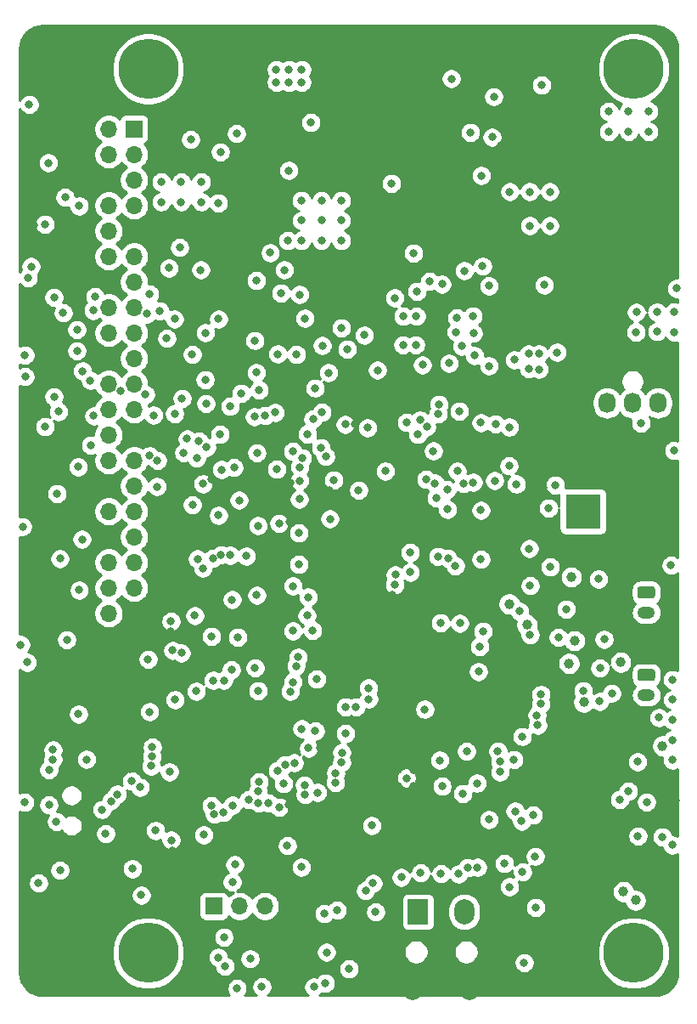
<source format=gbr>
G04 #@! TF.GenerationSoftware,KiCad,Pcbnew,(5.1.7)-1*
G04 #@! TF.CreationDate,2020-11-22T20:52:47-08:00*
G04 #@! TF.ProjectId,SJ-201-R4,534a2d32-3031-42d5-9234-2e6b69636164,rev?*
G04 #@! TF.SameCoordinates,Original*
G04 #@! TF.FileFunction,Copper,L2,Inr*
G04 #@! TF.FilePolarity,Positive*
%FSLAX46Y46*%
G04 Gerber Fmt 4.6, Leading zero omitted, Abs format (unit mm)*
G04 Created by KiCad (PCBNEW (5.1.7)-1) date 2020-11-22 20:52:47*
%MOMM*%
%LPD*%
G01*
G04 APERTURE LIST*
G04 #@! TA.AperFunction,ComponentPad*
%ADD10O,1.730000X2.030000*%
G04 #@! TD*
G04 #@! TA.AperFunction,ComponentPad*
%ADD11R,1.730000X2.030000*%
G04 #@! TD*
G04 #@! TA.AperFunction,ComponentPad*
%ADD12O,2.000000X2.500000*%
G04 #@! TD*
G04 #@! TA.AperFunction,ComponentPad*
%ADD13R,2.000000X2.500000*%
G04 #@! TD*
G04 #@! TA.AperFunction,ComponentPad*
%ADD14R,3.500000X3.500000*%
G04 #@! TD*
G04 #@! TA.AperFunction,ComponentPad*
%ADD15O,1.750000X1.200000*%
G04 #@! TD*
G04 #@! TA.AperFunction,ComponentPad*
%ADD16C,0.600000*%
G04 #@! TD*
G04 #@! TA.AperFunction,ComponentPad*
%ADD17C,0.499999*%
G04 #@! TD*
G04 #@! TA.AperFunction,ComponentPad*
%ADD18C,6.000000*%
G04 #@! TD*
G04 #@! TA.AperFunction,ComponentPad*
%ADD19O,1.700000X1.700000*%
G04 #@! TD*
G04 #@! TA.AperFunction,ComponentPad*
%ADD20R,1.700000X1.700000*%
G04 #@! TD*
G04 #@! TA.AperFunction,ViaPad*
%ADD21C,0.800000*%
G04 #@! TD*
G04 #@! TA.AperFunction,ViaPad*
%ADD22C,1.000000*%
G04 #@! TD*
G04 #@! TA.AperFunction,Conductor*
%ADD23C,0.254000*%
G04 #@! TD*
G04 #@! TA.AperFunction,Conductor*
%ADD24C,0.100000*%
G04 #@! TD*
G04 APERTURE END LIST*
D10*
G04 #@! TO.N,/Monitor/FAN_PWM*
G04 #@! TO.C,J7*
X64338200Y-38280340D03*
G04 #@! TO.N,Net-(J7-Pad3)*
X61798200Y-38280340D03*
G04 #@! TO.N,PVDD*
X59258200Y-38280340D03*
D11*
G04 #@! TO.N,GND*
X56718200Y-38280340D03*
G04 #@! TD*
D12*
G04 #@! TO.N,GND*
G04 #@! TO.C,J2*
X45567720Y-96474400D03*
D13*
G04 #@! TO.N,VoutL*
X40417720Y-88974400D03*
D12*
G04 #@! TO.N,VoutR*
X45017720Y-88974400D03*
G04 #@! TO.N,GND*
X39867720Y-96474400D03*
G04 #@! TD*
G04 #@! TO.N,GND*
G04 #@! TO.C,J1*
G04 #@! TA.AperFunction,ComponentPad*
G36*
G01*
X61605360Y-43509840D02*
X61605360Y-45259840D01*
G75*
G02*
X60730360Y-46134840I-875000J0D01*
G01*
X58980360Y-46134840D01*
G75*
G02*
X58105360Y-45259840I0J875000D01*
G01*
X58105360Y-43509840D01*
G75*
G02*
X58980360Y-42634840I875000J0D01*
G01*
X60730360Y-42634840D01*
G75*
G02*
X61605360Y-43509840I0J-875000D01*
G01*
G37*
G04 #@! TD.AperFunction*
G04 #@! TA.AperFunction,ComponentPad*
G36*
G01*
X64355360Y-48084840D02*
X64355360Y-50084840D01*
G75*
G02*
X63605360Y-50834840I-750000J0D01*
G01*
X62105360Y-50834840D01*
G75*
G02*
X61355360Y-50084840I0J750000D01*
G01*
X61355360Y-48084840D01*
G75*
G02*
X62105360Y-47334840I750000J0D01*
G01*
X63605360Y-47334840D01*
G75*
G02*
X64355360Y-48084840I0J-750000D01*
G01*
G37*
G04 #@! TD.AperFunction*
D14*
G04 #@! TO.N,12v_Unregulated*
X56855360Y-49084840D03*
G04 #@! TD*
D15*
G04 #@! TO.N,/AudioAmp/Right-*
G04 #@! TO.C,J4*
X63169800Y-67379600D03*
G04 #@! TO.N,/AudioAmp/Right+*
G04 #@! TA.AperFunction,ComponentPad*
G36*
G01*
X62544799Y-64779600D02*
X63794801Y-64779600D01*
G75*
G02*
X64044800Y-65029599I0J-249999D01*
G01*
X64044800Y-65729601D01*
G75*
G02*
X63794801Y-65979600I-249999J0D01*
G01*
X62544799Y-65979600D01*
G75*
G02*
X62294800Y-65729601I0J249999D01*
G01*
X62294800Y-65029599D01*
G75*
G02*
X62544799Y-64779600I249999J0D01*
G01*
G37*
G04 #@! TD.AperFunction*
G04 #@! TD*
G04 #@! TO.N,/AudioAmp/Left-*
G04 #@! TO.C,J3*
X63169800Y-59150000D03*
G04 #@! TO.N,/AudioAmp/Left+*
G04 #@! TA.AperFunction,ComponentPad*
G36*
G01*
X62544799Y-56550000D02*
X63794801Y-56550000D01*
G75*
G02*
X64044800Y-56799999I0J-249999D01*
G01*
X64044800Y-57500001D01*
G75*
G02*
X63794801Y-57750000I-249999J0D01*
G01*
X62544799Y-57750000D01*
G75*
G02*
X62294800Y-57500001I0J249999D01*
G01*
X62294800Y-56799999D01*
G75*
G02*
X62544799Y-56550000I249999J0D01*
G01*
G37*
G04 #@! TD.AperFunction*
G04 #@! TD*
D16*
G04 #@! TO.N,GND*
G04 #@! TO.C,U8*
X18783800Y-70345800D03*
X19783800Y-70345800D03*
X20783800Y-70345800D03*
X21783800Y-70345800D03*
X22783800Y-70345800D03*
X18783800Y-71345800D03*
X19783800Y-71345800D03*
X20783800Y-71345800D03*
X21783800Y-71345800D03*
X22783800Y-71345800D03*
X18783800Y-72345800D03*
X19783800Y-72345800D03*
X20783800Y-72345800D03*
X21783800Y-72345800D03*
X22783800Y-72345800D03*
X18783800Y-73345800D03*
X19783800Y-73345800D03*
X20783800Y-73345800D03*
X21783800Y-73345800D03*
X22783800Y-73345800D03*
X18783800Y-74345800D03*
X19783800Y-74345800D03*
X20783800Y-74345800D03*
X21783800Y-74345800D03*
G04 #@! TD*
D17*
G04 #@! TO.N,GND*
G04 #@! TO.C,U3*
X57518700Y-76564099D03*
X56218700Y-76564099D03*
X54918700Y-76564099D03*
X57518700Y-75264099D03*
X56218700Y-75264099D03*
X54918700Y-75264099D03*
X54918700Y-72664099D03*
X56218700Y-72664099D03*
X57518700Y-72664099D03*
X54918700Y-73964099D03*
X56218700Y-73964099D03*
X57518700Y-73964099D03*
X57518700Y-80464101D03*
X56218700Y-80464101D03*
X54918700Y-80464101D03*
X57518700Y-81764101D03*
X56218700Y-81764101D03*
X54918700Y-81764101D03*
X54918700Y-79164101D03*
X56218700Y-79164101D03*
X57518700Y-79164101D03*
X54918700Y-77864101D03*
X56218700Y-77864101D03*
X57518700Y-77864101D03*
G04 #@! TD*
D18*
G04 #@! TO.N,N/C*
G04 #@! TO.C,H4*
X13500000Y-93082120D03*
G04 #@! TD*
G04 #@! TO.N,N/C*
G04 #@! TO.C,H3*
X13500000Y-5000000D03*
G04 #@! TD*
G04 #@! TO.N,N/C*
G04 #@! TO.C,H2*
X61921380Y-93082120D03*
G04 #@! TD*
G04 #@! TO.N,N/C*
G04 #@! TO.C,H1*
X61921380Y-5000000D03*
G04 #@! TD*
D19*
G04 #@! TO.N,GND*
G04 #@! TO.C,J13*
X27670000Y-88400000D03*
G04 #@! TO.N,/RaspberryPi/D-*
X25130000Y-88400000D03*
G04 #@! TO.N,/RaspberryPi/D+*
X22590000Y-88400000D03*
D20*
G04 #@! TO.N,Net-(J13-Pad1)*
X20050000Y-88400000D03*
G04 #@! TD*
D19*
G04 #@! TO.N,I2S_DOUT_PI*
G04 #@! TO.C,J6*
X9552940Y-59237880D03*
G04 #@! TO.N,GND*
X12092940Y-59237880D03*
G04 #@! TO.N,I2S_DIN_PI*
X9552940Y-56697880D03*
G04 #@! TO.N,Boot_Sel*
X12092940Y-56697880D03*
G04 #@! TO.N,Enable1V*
X9552940Y-54157880D03*
G04 #@! TO.N,I2S_LRCK_PI*
X12092940Y-54157880D03*
G04 #@! TO.N,GND*
X9552940Y-51617880D03*
G04 #@! TO.N,N/C*
X12092940Y-51617880D03*
X9552940Y-49077880D03*
X12092940Y-49077880D03*
G04 #@! TO.N,GND*
X9552940Y-46537880D03*
G04 #@! TO.N,Net-(J6-Pad29)*
X12092940Y-46537880D03*
G04 #@! TO.N,N/C*
X9552940Y-43997880D03*
X12092940Y-43997880D03*
G04 #@! TO.N,ATtinyRESET*
X9552940Y-41457880D03*
G04 #@! TO.N,GND*
X12092940Y-41457880D03*
G04 #@! TO.N,SPI_CSn*
X9552940Y-38917880D03*
G04 #@! TO.N,SPI_CLK*
X12092940Y-38917880D03*
G04 #@! TO.N,Net-(J6-Pad22)*
X9552940Y-36377880D03*
G04 #@! TO.N,SPI_MISO*
X12092940Y-36377880D03*
G04 #@! TO.N,GND*
X9552940Y-33837880D03*
G04 #@! TO.N,SPI_MOSI*
X12092940Y-33837880D03*
G04 #@! TO.N,Net-(J6-Pad18)*
X9552940Y-31297880D03*
G04 #@! TO.N,N/C*
X12092940Y-31297880D03*
G04 #@! TO.N,Net-(J6-Pad16)*
X9552940Y-28757880D03*
G04 #@! TO.N,Net-(J6-Pad15)*
X12092940Y-28757880D03*
G04 #@! TO.N,GND*
X9552940Y-26217880D03*
G04 #@! TO.N,XMOS_SendReset*
X12092940Y-26217880D03*
G04 #@! TO.N,I2S_BCLK_PI*
X9552940Y-23677880D03*
G04 #@! TO.N,TPU_RST_L*
X12092940Y-23677880D03*
G04 #@! TO.N,UART_RXD_PI*
X9552940Y-21137880D03*
G04 #@! TO.N,GND*
X12092940Y-21137880D03*
G04 #@! TO.N,UART_TXD_PI*
X9552940Y-18597880D03*
G04 #@! TO.N,I2S_MCLK_PI*
X12092940Y-18597880D03*
G04 #@! TO.N,GND*
X9552940Y-16057880D03*
G04 #@! TO.N,SCL_PI*
X12092940Y-16057880D03*
G04 #@! TO.N,+5V*
X9552940Y-13517880D03*
G04 #@! TO.N,SDA_PI*
X12092940Y-13517880D03*
G04 #@! TO.N,+5V*
X9552940Y-10977880D03*
D20*
G04 #@! TO.N,N/C*
X12092940Y-10977880D03*
G04 #@! TD*
D21*
G04 #@! TO.N,+5V*
X14795500Y-18256000D03*
X14795500Y-16256000D03*
X16795500Y-16256000D03*
X18795500Y-16256000D03*
X18795500Y-18256000D03*
X16795500Y-18256000D03*
X31470600Y-35260280D03*
X28519120Y-54350920D03*
X22560280Y-47970440D03*
X47477680Y-34584640D03*
X30778200Y-22097500D03*
X28778200Y-22097500D03*
X28778200Y-20097500D03*
X30778200Y-18097500D03*
X32778200Y-22097500D03*
X45631100Y-11328400D03*
X32778200Y-18097500D03*
X30778200Y-20097500D03*
X32778200Y-20097500D03*
X33337100Y-32908447D03*
X46720760Y-15621000D03*
X33146370Y-40411400D03*
X28778200Y-18097500D03*
X51548520Y-17228080D03*
X49548520Y-17228080D03*
X53548520Y-17228080D03*
X62631320Y-40274240D03*
X53599080Y-54604920D03*
X47487840Y-26609040D03*
X42792188Y-26435547D03*
X28508960Y-51231800D03*
X29895800Y-60934600D03*
X49524922Y-86481920D03*
X50830480Y-85008720D03*
X65638680Y-54447440D03*
X53436520Y-48753708D03*
X46881488Y-61020960D03*
X48127920Y-40360600D03*
X49511544Y-40692655D03*
X41282284Y-40660358D03*
X42648578Y-60177504D03*
X31620460Y-49824640D03*
X28572381Y-47861309D03*
X42088581Y-46269663D03*
X44577794Y-60223717D03*
D22*
G04 #@! TO.N,VoutL*
X62097920Y-87828120D03*
G04 #@! TO.N,VoutR*
X60893960Y-86954360D03*
D21*
G04 #@! TO.N,Net-(C22-Pad1)*
X54401720Y-61630560D03*
X51583258Y-61392696D03*
G04 #@! TO.N,Net-(C23-Pad1)*
X56872866Y-66962146D03*
X59732929Y-67196193D03*
G04 #@! TO.N,+3V3*
X20765052Y-53401372D03*
X15767184Y-60029224D03*
X19037300Y-81305400D03*
X16121992Y-29911610D03*
X15798800Y-81826100D03*
X44277280Y-29804360D03*
X44201080Y-31201360D03*
X45887640Y-29616400D03*
X45928280Y-31328360D03*
X53550320Y-20614640D03*
X51550320Y-20614640D03*
X39964360Y-23347101D03*
X37759640Y-16403320D03*
X44455080Y-85201760D03*
X46329600Y-84551520D03*
X45359320Y-84556600D03*
X42697400Y-85176360D03*
X40670480Y-85100160D03*
X38925500Y-29641800D03*
X38900100Y-32486600D03*
X40233600Y-29629100D03*
X40182800Y-32499300D03*
X32778700Y-30797500D03*
X11846560Y-75956160D03*
X49027080Y-84160360D03*
X20507960Y-29921200D03*
X64770000Y-81523840D03*
X26553064Y-78548164D03*
X21681440Y-38608000D03*
X19263360Y-38338760D03*
X9255760Y-81193640D03*
X42387520Y-53576220D03*
X26153684Y-39236174D03*
X23294625Y-53538750D03*
G04 #@! TO.N,+1V0*
X1630680Y-8539480D03*
X28803600Y-70733920D03*
X16169640Y-67838320D03*
X29484320Y-72664320D03*
X777870Y-62362080D03*
X13903192Y-72559079D03*
X30383480Y-77083920D03*
X8902700Y-78790800D03*
X14224000Y-80873600D03*
X20096369Y-79251750D03*
X35504120Y-67777360D03*
X35466020Y-66677540D03*
X30289500Y-65796160D03*
X27661434Y-67019355D03*
X27931750Y-66090896D03*
X21804545Y-64850095D03*
X41079420Y-68803520D03*
G04 #@! TO.N,GPIO25*
X21669926Y-53457703D03*
X20655364Y-41407080D03*
X1168400Y-78059280D03*
X977871Y-50601880D03*
X26547609Y-50279218D03*
X18542000Y-42087800D03*
X24444960Y-50502820D03*
G04 #@! TO.N,GPIO24*
X16875760Y-37826948D03*
X40620528Y-39978741D03*
X39634126Y-53183781D03*
X43309931Y-46919668D03*
G04 #@! TO.N,GPIO23*
X6386130Y-30977840D03*
X6386130Y-33091760D03*
X15356840Y-31841440D03*
X6512560Y-44637960D03*
X6898640Y-51866800D03*
G04 #@! TO.N,GPIO22*
X4102701Y-27762200D03*
X4102691Y-37658040D03*
X10769600Y-37117879D03*
X19187160Y-35956240D03*
X3540760Y-14351000D03*
X3200400Y-20462240D03*
X13234517Y-37439846D03*
G04 #@! TO.N,/xmos/XL_DN1*
X21051520Y-91516200D03*
X21148040Y-94386400D03*
X31165800Y-96078040D03*
G04 #@! TO.N,/xmos/XL_DN0*
X31288912Y-93008106D03*
G04 #@! TO.N,/xmos/TDO*
X24841200Y-96443800D03*
X27000200Y-76212700D03*
X24549100Y-76034900D03*
G04 #@! TO.N,/xmos/XL_UP0*
X31051500Y-89154000D03*
G04 #@! TO.N,/xmos/TCK*
X30007560Y-96464120D03*
X29143390Y-77299336D03*
X23495000Y-77812900D03*
G04 #@! TO.N,/xmos/TMS*
X23672801Y-93658128D03*
G04 #@! TO.N,/xmos/XL_UP1*
X36170729Y-88998430D03*
G04 #@! TO.N,/xmos/TDI*
X32185825Y-76087616D03*
X24451213Y-76932924D03*
X33528000Y-94670250D03*
G04 #@! TO.N,Net-(R36-Pad1)*
X30165927Y-70958881D03*
X33161611Y-71215890D03*
G04 #@! TO.N,/xmos/QSPI_CLK*
X28247804Y-64484094D03*
X24154790Y-64673532D03*
X24332868Y-57437879D03*
X21864320Y-57878980D03*
G04 #@! TO.N,/xmos/QSPI_D1*
X22412960Y-61622940D03*
X19817080Y-61534040D03*
X16802100Y-63182500D03*
G04 #@! TO.N,/xmos/QSPI_CS_N*
X28452168Y-63607592D03*
X15936350Y-62936538D03*
G04 #@! TO.N,Net-(R43-Pad2)*
X20710590Y-13268688D03*
G04 #@! TO.N,/xmos/MIC_CLK*
X4399803Y-47307500D03*
X3999792Y-73782229D03*
X13788019Y-74455002D03*
X20817860Y-44914795D03*
G04 #@! TO.N,Net-(R44-Pad2)*
X22313900Y-11430000D03*
G04 #@! TO.N,/xmos/MIC_DATA*
X13643024Y-69051056D03*
X22048884Y-44709080D03*
X7336949Y-73782229D03*
X6547209Y-69274866D03*
X15626080Y-75031600D03*
X13643125Y-43537982D03*
G04 #@! TO.N,Net-(R45-Pad2)*
X11925300Y-84683600D03*
G04 #@! TO.N,Net-(R46-Pad2)*
X27376120Y-82387440D03*
X12801600Y-87312500D03*
X21889720Y-86012020D03*
G04 #@! TO.N,USB_XMOS_D_P*
X33185880Y-68557140D03*
X19989922Y-65919974D03*
G04 #@! TO.N,USB_XMOS_D_N*
X34235880Y-68557140D03*
X21039922Y-65919974D03*
G04 #@! TO.N,Net-(C25-Pad1)*
X55181500Y-58826400D03*
X50549344Y-59038829D03*
G04 #@! TO.N,Net-(C28-Pad1)*
X36372800Y-35013900D03*
G04 #@! TO.N,Net-(C33-Pad1)*
X35377120Y-40746680D03*
X39270517Y-40219138D03*
G04 #@! TO.N,Net-(D10-Pad4)*
X46674410Y-53860700D03*
X46539569Y-62546461D03*
G04 #@! TO.N,Net-(D20-Pad1)*
X22367240Y-96606360D03*
G04 #@! TO.N,Net-(R23-Pad1)*
X32012547Y-45946429D03*
X28598443Y-46020844D03*
G04 #@! TO.N,/xmos/3V3_MIC0*
X27520900Y-15113000D03*
G04 #@! TO.N,/xmos/3V3_MIC1*
X22145307Y-84261998D03*
G04 #@! TO.N,3.3vHUB*
X34477960Y-46967140D03*
X37139880Y-45062140D03*
G04 #@! TO.N,/xmos/3V3_MIC*
X19943085Y-53767965D03*
X20502880Y-18359118D03*
X4699814Y-53784500D03*
X3599781Y-78320900D03*
X24499518Y-78132936D03*
X5214620Y-17780000D03*
G04 #@! TO.N,/xmos/MIC_DATA_M*
X24335379Y-43240999D03*
X14414283Y-44002026D03*
X28613520Y-44670832D03*
G04 #@! TO.N,/xmos/MIC_CLK_M*
X18973800Y-46329600D03*
X17739360Y-12034520D03*
X14372533Y-46615502D03*
G04 #@! TO.N,SCL_PI*
X14620971Y-29107551D03*
G04 #@! TO.N,SDA_PI*
X35052000Y-31526480D03*
X29718000Y-10342880D03*
G04 #@! TO.N,GPIO5*
X61396880Y-76967080D03*
X51511200Y-52786280D03*
X62334281Y-81426520D03*
X52268528Y-69391762D03*
G04 #@! TO.N,PVDD*
X65798700Y-67849500D03*
X65798700Y-69849500D03*
X65798700Y-71849500D03*
X65798700Y-73849500D03*
X65798700Y-65849500D03*
X59410600Y-9232900D03*
X63410600Y-9232900D03*
X61410600Y-9232900D03*
X59410600Y-11232900D03*
X63410600Y-11232900D03*
X61410600Y-11232900D03*
X27533600Y-6337300D03*
X28803600Y-5067300D03*
X26263600Y-6337300D03*
X27533600Y-5067300D03*
X28803600Y-6337300D03*
X26263600Y-5067300D03*
X62184280Y-29245560D03*
X65948560Y-29204920D03*
X65989200Y-31257240D03*
X64251840Y-29225240D03*
X64251840Y-31155640D03*
X62143640Y-31216600D03*
X52471320Y-33380680D03*
X52471320Y-34930080D03*
X51465480Y-34874200D03*
X51435000Y-33380680D03*
X48602900Y-73990200D03*
X48577500Y-75044300D03*
G04 #@! TO.N,Net-(C8-Pad2)*
X47967900Y-7759700D03*
X47802800Y-11798300D03*
G04 #@! TO.N,Net-(D14-Pad1)*
X52725000Y-6600000D03*
X43738800Y-5969000D03*
G04 #@! TO.N,Net-(DM3-Pad1)*
X43347640Y-48887380D03*
G04 #@! TO.N,Net-(DP3-Pad1)*
X42237660Y-47726600D03*
G04 #@! TO.N,Net-(D3-Pad2)*
X30153380Y-36800520D03*
X29931258Y-39888931D03*
G04 #@! TO.N,Net-(D4-Pad2)*
X18328640Y-43779440D03*
X17904296Y-48426485D03*
G04 #@! TO.N,Net-(D5-Pad2)*
X18938240Y-54737000D03*
X20505782Y-49469040D03*
G04 #@! TO.N,Net-(D6-Pad2)*
X27931750Y-60990480D03*
X27931750Y-56520080D03*
G04 #@! TO.N,Net-(D10-Pad2)*
X51585651Y-56482218D03*
X50205975Y-46366979D03*
G04 #@! TO.N,Net-(D11-Pad2)*
X46674410Y-40246300D03*
X46675040Y-48961040D03*
G04 #@! TO.N,Net-(D12-Pad2)*
X40853990Y-34482410D03*
X40388092Y-41403269D03*
G04 #@! TO.N,GND*
X23262838Y-52177737D03*
X51897280Y-29453840D03*
X50535840Y-29509720D03*
X50581560Y-31480760D03*
X26275800Y-18268700D03*
X46964600Y-4305300D03*
X22275800Y-18268700D03*
X45021500Y-4292600D03*
X26275800Y-16268700D03*
X24275800Y-16268700D03*
X24275800Y-18268700D03*
X22275800Y-16268700D03*
X43141900Y-4292600D03*
X66076048Y-77917625D03*
X26868120Y-84673440D03*
X15758160Y-61066680D03*
X52730400Y-10655300D03*
X56375300Y-52908200D03*
X19634200Y-6261100D03*
X20904200Y-6261100D03*
X18364200Y-4991100D03*
X19634200Y-4991100D03*
X18364200Y-6261100D03*
X20904200Y-4991100D03*
X46393862Y-81221823D03*
X48898811Y-80072701D03*
X49181983Y-77914500D03*
X28524200Y-12649200D03*
X20764500Y-10706100D03*
X24174940Y-17256760D03*
X40741600Y-50533300D03*
X50863500Y-82791300D03*
X44996100Y-9258300D03*
X46939200Y-9321800D03*
X43040300Y-9321800D03*
X49710911Y-2568110D03*
X38391900Y-73266100D03*
X36791900Y-82866100D03*
X41591900Y-81266100D03*
X38391900Y-74866100D03*
X38391900Y-76466100D03*
X41591900Y-82866100D03*
X36791900Y-78066100D03*
X39991900Y-71666100D03*
X38391900Y-78066100D03*
X39991900Y-78066100D03*
X41591900Y-79666100D03*
X36791900Y-74866100D03*
X38391900Y-71666100D03*
X39991900Y-74866100D03*
X38391900Y-81266100D03*
X39991900Y-82866100D03*
X38391900Y-82866100D03*
X39991900Y-79666100D03*
X38391900Y-79666100D03*
X41591900Y-71666100D03*
X41591900Y-73266100D03*
X39991900Y-73266100D03*
X36791900Y-76466100D03*
X39991900Y-76466100D03*
X41591900Y-78066100D03*
X41591900Y-74866100D03*
X36791900Y-81266100D03*
X36791900Y-73266100D03*
X36791900Y-79666100D03*
X39991900Y-81266100D03*
X41591900Y-76466100D03*
X58536840Y-31257240D03*
X56423560Y-31236920D03*
X58516520Y-29184600D03*
X54787800Y-29204920D03*
X54747160Y-31216600D03*
X56367680Y-29184600D03*
X17604925Y-31636461D03*
X14808200Y-76847700D03*
X15875000Y-82842100D03*
X25882600Y-81813400D03*
X29824680Y-68407280D03*
X28260040Y-62351920D03*
X18953480Y-49844960D03*
X19818890Y-45895635D03*
X51927760Y-31379160D03*
X34093764Y-40340911D03*
X27575801Y-17678400D03*
X21628100Y-28435300D03*
X21803590Y-14260532D03*
X51590960Y-15514320D03*
X53550320Y-18928080D03*
X53590960Y-15514320D03*
X49590960Y-15514320D03*
X37642800Y-91465400D03*
X32550100Y-91452700D03*
X21277062Y-82898244D03*
X27482800Y-91404200D03*
X57795160Y-62509400D03*
X26441400Y-36791900D03*
X34137600Y-35979100D03*
X48704500Y-12569690D03*
X33655000Y-13347700D03*
X34785300Y-16103600D03*
X13208000Y-65643760D03*
X46674410Y-50457100D03*
X20767270Y-42900291D03*
X4399803Y-45511720D03*
X4749814Y-51663600D03*
X11887200Y-67035680D03*
X11663680Y-74716640D03*
X17368520Y-91389200D03*
X22423120Y-91424760D03*
X30667960Y-72603360D03*
X42585640Y-31054040D03*
X30419040Y-79918560D03*
X36791900Y-71666100D03*
X27472870Y-78310510D03*
X27630120Y-50119280D03*
X2153920Y-14117320D03*
X2133600Y-20548600D03*
X8991600Y-76644500D03*
X63309500Y-79552800D03*
X57449720Y-15661640D03*
X58949720Y-15661640D03*
X60449720Y-15661640D03*
X61949720Y-15661640D03*
X63449720Y-15661640D03*
X57449720Y-17161640D03*
X58949720Y-17161640D03*
X60449720Y-17161640D03*
X61949720Y-17161640D03*
X63449720Y-17161640D03*
X57449720Y-18661640D03*
X58949720Y-18661640D03*
X60449720Y-18661640D03*
X61949720Y-18661640D03*
X63449720Y-18661640D03*
X57449720Y-20161640D03*
X58949720Y-20161640D03*
X60449720Y-20161640D03*
X61949720Y-20161640D03*
X63449720Y-20161640D03*
X57449720Y-21661640D03*
X58949720Y-21661640D03*
X60449720Y-21661640D03*
X61949720Y-21661640D03*
X63449720Y-21661640D03*
X52869158Y-46696479D03*
X63761725Y-73606762D03*
X60680600Y-73824792D03*
X45803820Y-67591940D03*
X45505006Y-68987427D03*
X33115919Y-64236600D03*
X33115919Y-60413900D03*
X42402760Y-66212720D03*
X41389300Y-66233040D03*
X42872660Y-62583060D03*
X37297360Y-39213921D03*
X33348636Y-26218110D03*
X40453979Y-36733480D03*
X40260585Y-42857128D03*
X46927747Y-56306289D03*
X43306246Y-57490684D03*
X38284115Y-53350653D03*
X27669249Y-46218638D03*
X31605220Y-47012860D03*
X44846445Y-43129238D03*
X47605362Y-44605828D03*
X37796162Y-57380209D03*
X22904790Y-60469780D03*
X26243280Y-63690500D03*
X20017740Y-57706260D03*
G04 #@! TO.N,Net-(J13-Pad1)*
X20494816Y-93513133D03*
X50993040Y-94046040D03*
G04 #@! TO.N,/RaspberryPi/D+*
X35183688Y-86878552D03*
G04 #@! TO.N,/RaspberryPi/D-*
X35926152Y-86136088D03*
G04 #@! TO.N,SCL*
X60516886Y-77790423D03*
X53009800Y-26527760D03*
X38089840Y-27813000D03*
X40314880Y-27152600D03*
X28590240Y-27468130D03*
X54279800Y-33233360D03*
X50022760Y-33975040D03*
X52342816Y-70385303D03*
G04 #@! TO.N,SCL_XMOS*
X9779000Y-77939900D03*
X13634720Y-27437080D03*
X19801521Y-78401405D03*
G04 #@! TO.N,SDA*
X65938400Y-43017440D03*
X63200280Y-78046394D03*
X66182240Y-26868120D03*
X52662421Y-67325187D03*
X54102902Y-46467662D03*
X29124099Y-29844136D03*
G04 #@! TO.N,SDA_XMOS*
X10414000Y-77266800D03*
X19323760Y-42697400D03*
X20993100Y-79082900D03*
X19197320Y-31282640D03*
X17036350Y-43251061D03*
G04 #@! TO.N,Net-(J6-Pad22)*
X7772400Y-42481500D03*
X17389997Y-41855503D03*
G04 #@! TO.N,Net-(J6-Pad18)*
X16138920Y-39346816D03*
X8061960Y-39565001D03*
X14036040Y-39497000D03*
X4551680Y-39141400D03*
X8024439Y-29057600D03*
X5019040Y-29306520D03*
G04 #@! TO.N,Net-(J6-Pad15)*
X8188960Y-27680920D03*
D22*
G04 #@! TO.N,/AudioAmp/OUT_A1-*
X56027320Y-61970920D03*
X51274436Y-60389126D03*
G04 #@! TO.N,/AudioAmp/OUT_B1-*
X60619640Y-64099440D03*
X55478680Y-64241680D03*
G04 #@! TO.N,/AudioAmp/OUT_A1+*
X55697120Y-55620920D03*
X49501798Y-58314134D03*
G04 #@! TO.N,/AudioAmp/OUT_B1+*
X64800480Y-72445880D03*
X56957892Y-68098332D03*
D21*
G04 #@! TO.N,Net-(C26-Pad1)*
X52662421Y-68275200D03*
X62306200Y-74029090D03*
G04 #@! TO.N,+1V8*
X46292689Y-76166221D03*
X39254807Y-75652084D03*
G04 #@! TO.N,Net-(R10-Pad2)*
X45252640Y-72979280D03*
X42568991Y-73875397D03*
G04 #@! TO.N,USB_CORAL_D-*
X43384564Y-53755852D03*
X38140945Y-55398485D03*
X44961344Y-46291450D03*
X41211675Y-45904207D03*
G04 #@! TO.N,USB_CORAL_D+*
X44127028Y-54498316D03*
X38075572Y-56383112D03*
X45905909Y-46189860D03*
X41935849Y-43064377D03*
G04 #@! TO.N,SPI_CSn*
X25147892Y-39550399D03*
G04 #@! TO.N,SPI_CLK*
X24079831Y-39656804D03*
G04 #@! TO.N,SPI_MISO*
X1224280Y-35656520D03*
X1427480Y-64114680D03*
X7736840Y-36037520D03*
X18291454Y-67002414D03*
G04 #@! TO.N,SPI_MOSI*
X44785280Y-32623760D03*
X24460200Y-66954400D03*
X46441360Y-65041780D03*
G04 #@! TO.N,Boot_Sel*
X13487400Y-63820040D03*
G04 #@! TO.N,Neopixel*
X24282394Y-35253706D03*
G04 #@! TO.N,SDOUT_I2S_AMP*
X26392959Y-74900229D03*
X32190067Y-75137614D03*
X32321500Y-88811100D03*
X52133500Y-88544400D03*
X65760600Y-82321400D03*
X52095400Y-83451700D03*
G04 #@! TO.N,I2S_DOUT_XMOS*
X4349886Y-79988410D03*
X25514300Y-78143100D03*
G04 #@! TO.N,XMOS_SendReset*
X12674600Y-76555600D03*
X21915723Y-78359377D03*
X3599781Y-74838560D03*
X1534160Y-25796240D03*
G04 #@! TO.N,/AudioAmp/Left+*
X58407300Y-55816500D03*
G04 #@! TO.N,/AudioAmp/Left-*
X58978800Y-61823600D03*
G04 #@! TO.N,/AudioAmp/Right+*
X64439800Y-69621402D03*
X58531760Y-68011040D03*
G04 #@! TO.N,/AudioAmp/Right-*
X58547000Y-64693800D03*
G04 #@! TO.N,FanPWM*
X22783800Y-37327840D03*
X42474222Y-38411549D03*
G04 #@! TO.N,Net-(R9-Pad2)*
X26736040Y-27335480D03*
G04 #@! TO.N,I2S_DOUT_PI*
X29443680Y-57617360D03*
G04 #@! TO.N,I2S_DIN_PI*
X6619240Y-56921400D03*
X5384800Y-61874400D03*
G04 #@! TO.N,Enable1V*
X39634160Y-55153560D03*
G04 #@! TO.N,I2S_LRCK_PI*
X30708600Y-42748200D03*
X27919797Y-43089760D03*
X18420080Y-53817520D03*
X29337000Y-59461400D03*
X18150840Y-59468390D03*
G04 #@! TO.N,I2S_BCLK_PI*
X16637000Y-22783800D03*
G04 #@! TO.N,TPU_RST_L*
X25669240Y-23317200D03*
X44881800Y-77190600D03*
X46037500Y-33553400D03*
X26419515Y-33407144D03*
G04 #@! TO.N,TPU_PMIC_EN*
X38729920Y-85537040D03*
X2557280Y-86119511D03*
X1205899Y-33517840D03*
X24137620Y-32059880D03*
G04 #@! TO.N,TPU_PGOOD*
X47477680Y-79791560D03*
X35793680Y-80370680D03*
X24282400Y-26090880D03*
X41574720Y-26167080D03*
X48055942Y-46011017D03*
X44323259Y-45062757D03*
G04 #@! TO.N,I2S_DIN_AMP*
X50736500Y-79946500D03*
X29079307Y-76351488D03*
X29392993Y-41381793D03*
X4707551Y-84835448D03*
X3199770Y-40640000D03*
X30816009Y-39213921D03*
X28772880Y-84521670D03*
G04 #@! TO.N,I2S_LRCK_AMP*
X50091041Y-78959055D03*
X49952911Y-73821239D03*
X26318158Y-44868870D03*
X49488359Y-44536360D03*
G04 #@! TO.N,I2S_LRCK_XMOS*
X27138004Y-74310796D03*
X31207804Y-43603667D03*
X32785184Y-74090664D03*
X28863594Y-43754325D03*
G04 #@! TO.N,I2S_BCLK_XMOS*
X28072080Y-74137520D03*
X32808467Y-73112771D03*
X30862759Y-32565553D03*
X17888280Y-33440470D03*
G04 #@! TO.N,TPU_INTR*
X42810376Y-76466101D03*
X27076400Y-25015881D03*
X45013880Y-25105360D03*
X48366680Y-72974200D03*
G04 #@! TO.N,I2S_MCLK_XMOS*
X15570200Y-24841200D03*
X1816100Y-24676100D03*
X3999792Y-72832216D03*
X13869565Y-73508496D03*
G04 #@! TO.N,I2S_BCLK_AMP*
X18732500Y-25019000D03*
X46847760Y-24653240D03*
X51879893Y-79342423D03*
X50807400Y-71513911D03*
G04 #@! TO.N,UART_RXD_PI*
X27416760Y-22108160D03*
G04 #@! TO.N,UART_TXD_PI*
X28285440Y-33441010D03*
X6614160Y-18643600D03*
X6949440Y-35092640D03*
G04 #@! TO.N,FanTach*
X24559260Y-36974780D03*
X42429372Y-39360490D03*
G04 #@! TO.N,/Monitor/FAN_PWM*
X43489880Y-34313519D03*
G04 #@! TO.N,Net-(J7-Pad3)*
X44518580Y-39095680D03*
G04 #@! TO.N,Net-(R9-Pad2)*
X13368020Y-29413840D03*
G04 #@! TD*
D23*
G04 #@! TO.N,GND*
X64449016Y-732312D02*
X64880930Y-862714D01*
X65279285Y-1074524D01*
X65628914Y-1359675D01*
X65916497Y-1707303D01*
X66131086Y-2104177D01*
X66264498Y-2535161D01*
X66315001Y-3015663D01*
X66315001Y-25839251D01*
X66284179Y-25833120D01*
X66080301Y-25833120D01*
X65880342Y-25872894D01*
X65691984Y-25950915D01*
X65522466Y-26064183D01*
X65378303Y-26208346D01*
X65265035Y-26377864D01*
X65187014Y-26566222D01*
X65147240Y-26766181D01*
X65147240Y-26970059D01*
X65187014Y-27170018D01*
X65265035Y-27358376D01*
X65378303Y-27527894D01*
X65522466Y-27672057D01*
X65691984Y-27785325D01*
X65880342Y-27863346D01*
X66080301Y-27903120D01*
X66284179Y-27903120D01*
X66315001Y-27896989D01*
X66315001Y-28236429D01*
X66250458Y-28209694D01*
X66050499Y-28169920D01*
X65846621Y-28169920D01*
X65646662Y-28209694D01*
X65458304Y-28287715D01*
X65288786Y-28400983D01*
X65144623Y-28545146D01*
X65093411Y-28621790D01*
X65055777Y-28565466D01*
X64911614Y-28421303D01*
X64742096Y-28308035D01*
X64553738Y-28230014D01*
X64353779Y-28190240D01*
X64149901Y-28190240D01*
X63949942Y-28230014D01*
X63761584Y-28308035D01*
X63592066Y-28421303D01*
X63447903Y-28565466D01*
X63334635Y-28734984D01*
X63256614Y-28923342D01*
X63216840Y-29123301D01*
X63216840Y-29131354D01*
X63179506Y-28943662D01*
X63101485Y-28755304D01*
X62988217Y-28585786D01*
X62844054Y-28441623D01*
X62674536Y-28328355D01*
X62486178Y-28250334D01*
X62286219Y-28210560D01*
X62082341Y-28210560D01*
X61882382Y-28250334D01*
X61694024Y-28328355D01*
X61524506Y-28441623D01*
X61380343Y-28585786D01*
X61267075Y-28755304D01*
X61189054Y-28943662D01*
X61149280Y-29143621D01*
X61149280Y-29347499D01*
X61189054Y-29547458D01*
X61267075Y-29735816D01*
X61380343Y-29905334D01*
X61524506Y-30049497D01*
X61694024Y-30162765D01*
X61838630Y-30222663D01*
X61653384Y-30299395D01*
X61483866Y-30412663D01*
X61339703Y-30556826D01*
X61226435Y-30726344D01*
X61148414Y-30914702D01*
X61108640Y-31114661D01*
X61108640Y-31318539D01*
X61148414Y-31518498D01*
X61226435Y-31706856D01*
X61339703Y-31876374D01*
X61483866Y-32020537D01*
X61653384Y-32133805D01*
X61841742Y-32211826D01*
X62041701Y-32251600D01*
X62245579Y-32251600D01*
X62445538Y-32211826D01*
X62633896Y-32133805D01*
X62803414Y-32020537D01*
X62947577Y-31876374D01*
X63060845Y-31706856D01*
X63138866Y-31518498D01*
X63178640Y-31318539D01*
X63178640Y-31114661D01*
X63138866Y-30914702D01*
X63060845Y-30726344D01*
X62947577Y-30556826D01*
X62803414Y-30412663D01*
X62633896Y-30299395D01*
X62489290Y-30239497D01*
X62674536Y-30162765D01*
X62844054Y-30049497D01*
X62988217Y-29905334D01*
X63101485Y-29735816D01*
X63179506Y-29547458D01*
X63219280Y-29347499D01*
X63219280Y-29339446D01*
X63256614Y-29527138D01*
X63334635Y-29715496D01*
X63447903Y-29885014D01*
X63592066Y-30029177D01*
X63761584Y-30142445D01*
X63877453Y-30190440D01*
X63761584Y-30238435D01*
X63592066Y-30351703D01*
X63447903Y-30495866D01*
X63334635Y-30665384D01*
X63256614Y-30853742D01*
X63216840Y-31053701D01*
X63216840Y-31257579D01*
X63256614Y-31457538D01*
X63334635Y-31645896D01*
X63447903Y-31815414D01*
X63592066Y-31959577D01*
X63761584Y-32072845D01*
X63949942Y-32150866D01*
X64149901Y-32190640D01*
X64353779Y-32190640D01*
X64553738Y-32150866D01*
X64742096Y-32072845D01*
X64911614Y-31959577D01*
X65055777Y-31815414D01*
X65086577Y-31769319D01*
X65185263Y-31917014D01*
X65329426Y-32061177D01*
X65498944Y-32174445D01*
X65687302Y-32252466D01*
X65887261Y-32292240D01*
X66091139Y-32292240D01*
X66291098Y-32252466D01*
X66315001Y-32242565D01*
X66315001Y-42053157D01*
X66240298Y-42022214D01*
X66040339Y-41982440D01*
X65836461Y-41982440D01*
X65636502Y-42022214D01*
X65448144Y-42100235D01*
X65278626Y-42213503D01*
X65134463Y-42357666D01*
X65021195Y-42527184D01*
X64943174Y-42715542D01*
X64903400Y-42915501D01*
X64903400Y-43119379D01*
X64943174Y-43319338D01*
X65021195Y-43507696D01*
X65134463Y-43677214D01*
X65278626Y-43821377D01*
X65448144Y-43934645D01*
X65636502Y-44012666D01*
X65836461Y-44052440D01*
X66040339Y-44052440D01*
X66240298Y-44012666D01*
X66315001Y-43981723D01*
X66315000Y-53660049D01*
X66298454Y-53643503D01*
X66128936Y-53530235D01*
X65940578Y-53452214D01*
X65740619Y-53412440D01*
X65536741Y-53412440D01*
X65336782Y-53452214D01*
X65148424Y-53530235D01*
X64978906Y-53643503D01*
X64834743Y-53787666D01*
X64721475Y-53957184D01*
X64643454Y-54145542D01*
X64603680Y-54345501D01*
X64603680Y-54549379D01*
X64643454Y-54749338D01*
X64721475Y-54937696D01*
X64834743Y-55107214D01*
X64978906Y-55251377D01*
X65148424Y-55364645D01*
X65336782Y-55442666D01*
X65536741Y-55482440D01*
X65740619Y-55482440D01*
X65940578Y-55442666D01*
X66128936Y-55364645D01*
X66298454Y-55251377D01*
X66315000Y-55234831D01*
X66315000Y-64949697D01*
X66288956Y-64932295D01*
X66100598Y-64854274D01*
X65900639Y-64814500D01*
X65696761Y-64814500D01*
X65496802Y-64854274D01*
X65308444Y-64932295D01*
X65138926Y-65045563D01*
X64994763Y-65189726D01*
X64881495Y-65359244D01*
X64803474Y-65547602D01*
X64763700Y-65747561D01*
X64763700Y-65951439D01*
X64803474Y-66151398D01*
X64881495Y-66339756D01*
X64994763Y-66509274D01*
X65138926Y-66653437D01*
X65308444Y-66766705D01*
X65496802Y-66844726D01*
X65520803Y-66849500D01*
X65496802Y-66854274D01*
X65308444Y-66932295D01*
X65138926Y-67045563D01*
X64994763Y-67189726D01*
X64881495Y-67359244D01*
X64803474Y-67547602D01*
X64763700Y-67747561D01*
X64763700Y-67951439D01*
X64803474Y-68151398D01*
X64881495Y-68339756D01*
X64994763Y-68509274D01*
X65138926Y-68653437D01*
X65308444Y-68766705D01*
X65496802Y-68844726D01*
X65520803Y-68849500D01*
X65496802Y-68854274D01*
X65308444Y-68932295D01*
X65250159Y-68971240D01*
X65243737Y-68961628D01*
X65099574Y-68817465D01*
X64930056Y-68704197D01*
X64741698Y-68626176D01*
X64541739Y-68586402D01*
X64337861Y-68586402D01*
X64137902Y-68626176D01*
X63949544Y-68704197D01*
X63780026Y-68817465D01*
X63635863Y-68961628D01*
X63522595Y-69131146D01*
X63444574Y-69319504D01*
X63404800Y-69519463D01*
X63404800Y-69723341D01*
X63444574Y-69923300D01*
X63522595Y-70111658D01*
X63635863Y-70281176D01*
X63780026Y-70425339D01*
X63949544Y-70538607D01*
X64137902Y-70616628D01*
X64337861Y-70656402D01*
X64541739Y-70656402D01*
X64741698Y-70616628D01*
X64930056Y-70538607D01*
X64988341Y-70499662D01*
X64994763Y-70509274D01*
X65138926Y-70653437D01*
X65308444Y-70766705D01*
X65496802Y-70844726D01*
X65520803Y-70849500D01*
X65496802Y-70854274D01*
X65308444Y-70932295D01*
X65138926Y-71045563D01*
X64994763Y-71189726D01*
X64913630Y-71311151D01*
X64912268Y-71310880D01*
X64688692Y-71310880D01*
X64469413Y-71354497D01*
X64262856Y-71440056D01*
X64076960Y-71564268D01*
X63918868Y-71722360D01*
X63794656Y-71908256D01*
X63709097Y-72114813D01*
X63665480Y-72334092D01*
X63665480Y-72557668D01*
X63709097Y-72776947D01*
X63794656Y-72983504D01*
X63918868Y-73169400D01*
X64076960Y-73327492D01*
X64262856Y-73451704D01*
X64469413Y-73537263D01*
X64688692Y-73580880D01*
X64796855Y-73580880D01*
X64763700Y-73747561D01*
X64763700Y-73951439D01*
X64803474Y-74151398D01*
X64881495Y-74339756D01*
X64994763Y-74509274D01*
X65138926Y-74653437D01*
X65308444Y-74766705D01*
X65496802Y-74844726D01*
X65696761Y-74884500D01*
X65900639Y-74884500D01*
X66100598Y-74844726D01*
X66288956Y-74766705D01*
X66315000Y-74749303D01*
X66315000Y-81447055D01*
X66250856Y-81404195D01*
X66062498Y-81326174D01*
X65862539Y-81286400D01*
X65778047Y-81286400D01*
X65765226Y-81221942D01*
X65687205Y-81033584D01*
X65573937Y-80864066D01*
X65429774Y-80719903D01*
X65260256Y-80606635D01*
X65071898Y-80528614D01*
X64871939Y-80488840D01*
X64668061Y-80488840D01*
X64468102Y-80528614D01*
X64279744Y-80606635D01*
X64110226Y-80719903D01*
X63966063Y-80864066D01*
X63852795Y-81033584D01*
X63774774Y-81221942D01*
X63735000Y-81421901D01*
X63735000Y-81625779D01*
X63774774Y-81825738D01*
X63852795Y-82014096D01*
X63966063Y-82183614D01*
X64110226Y-82327777D01*
X64279744Y-82441045D01*
X64468102Y-82519066D01*
X64668061Y-82558840D01*
X64752553Y-82558840D01*
X64765374Y-82623298D01*
X64843395Y-82811656D01*
X64956663Y-82981174D01*
X65100826Y-83125337D01*
X65270344Y-83238605D01*
X65458702Y-83316626D01*
X65658661Y-83356400D01*
X65862539Y-83356400D01*
X66062498Y-83316626D01*
X66250856Y-83238605D01*
X66315000Y-83195745D01*
X66315000Y-94966496D01*
X66267688Y-95449016D01*
X66137287Y-95880927D01*
X65925480Y-96279280D01*
X65640325Y-96628914D01*
X65292697Y-96916497D01*
X64895825Y-97131085D01*
X64464834Y-97264500D01*
X63984346Y-97315000D01*
X30597079Y-97315000D01*
X30667334Y-97268057D01*
X30811497Y-97123894D01*
X30849352Y-97067239D01*
X30863902Y-97073266D01*
X31063861Y-97113040D01*
X31267739Y-97113040D01*
X31467698Y-97073266D01*
X31656056Y-96995245D01*
X31825574Y-96881977D01*
X31969737Y-96737814D01*
X32083005Y-96568296D01*
X32161026Y-96379938D01*
X32200800Y-96179979D01*
X32200800Y-95976101D01*
X32161026Y-95776142D01*
X32083005Y-95587784D01*
X31969737Y-95418266D01*
X31825574Y-95274103D01*
X31656056Y-95160835D01*
X31467698Y-95082814D01*
X31267739Y-95043040D01*
X31063861Y-95043040D01*
X30863902Y-95082814D01*
X30675544Y-95160835D01*
X30506026Y-95274103D01*
X30361863Y-95418266D01*
X30324008Y-95474921D01*
X30309458Y-95468894D01*
X30109499Y-95429120D01*
X29905621Y-95429120D01*
X29705662Y-95468894D01*
X29517304Y-95546915D01*
X29347786Y-95660183D01*
X29203623Y-95804346D01*
X29090355Y-95973864D01*
X29012334Y-96162222D01*
X28972560Y-96362181D01*
X28972560Y-96566059D01*
X29012334Y-96766018D01*
X29090355Y-96954376D01*
X29203623Y-97123894D01*
X29347786Y-97268057D01*
X29418041Y-97315000D01*
X25400308Y-97315000D01*
X25500974Y-97247737D01*
X25645137Y-97103574D01*
X25758405Y-96934056D01*
X25836426Y-96745698D01*
X25876200Y-96545739D01*
X25876200Y-96341861D01*
X25836426Y-96141902D01*
X25758405Y-95953544D01*
X25645137Y-95784026D01*
X25500974Y-95639863D01*
X25331456Y-95526595D01*
X25143098Y-95448574D01*
X24943139Y-95408800D01*
X24739261Y-95408800D01*
X24539302Y-95448574D01*
X24350944Y-95526595D01*
X24181426Y-95639863D01*
X24037263Y-95784026D01*
X23923995Y-95953544D01*
X23845974Y-96141902D01*
X23806200Y-96341861D01*
X23806200Y-96545739D01*
X23845974Y-96745698D01*
X23923995Y-96934056D01*
X24037263Y-97103574D01*
X24181426Y-97247737D01*
X24282092Y-97315000D01*
X23122311Y-97315000D01*
X23171177Y-97266134D01*
X23284445Y-97096616D01*
X23362466Y-96908258D01*
X23402240Y-96708299D01*
X23402240Y-96504421D01*
X23362466Y-96304462D01*
X23284445Y-96116104D01*
X23171177Y-95946586D01*
X23027014Y-95802423D01*
X22857496Y-95689155D01*
X22669138Y-95611134D01*
X22469179Y-95571360D01*
X22265301Y-95571360D01*
X22065342Y-95611134D01*
X21876984Y-95689155D01*
X21707466Y-95802423D01*
X21563303Y-95946586D01*
X21450035Y-96116104D01*
X21372014Y-96304462D01*
X21332240Y-96504421D01*
X21332240Y-96708299D01*
X21372014Y-96908258D01*
X21450035Y-97096616D01*
X21563303Y-97266134D01*
X21612169Y-97315000D01*
X3033504Y-97315000D01*
X2550984Y-97267688D01*
X2119073Y-97137287D01*
X1720720Y-96925480D01*
X1371086Y-96640325D01*
X1083503Y-96292697D01*
X868915Y-95895825D01*
X735500Y-95464834D01*
X685000Y-94984346D01*
X685000Y-92724104D01*
X9865000Y-92724104D01*
X9865000Y-93440136D01*
X10004691Y-94142410D01*
X10278705Y-94803938D01*
X10676511Y-95399297D01*
X11182823Y-95905609D01*
X11778182Y-96303415D01*
X12439710Y-96577429D01*
X13141984Y-96717120D01*
X13858016Y-96717120D01*
X14560290Y-96577429D01*
X15221818Y-96303415D01*
X15817177Y-95905609D01*
X16323489Y-95399297D01*
X16721295Y-94803938D01*
X16995309Y-94142410D01*
X17135000Y-93440136D01*
X17135000Y-93411194D01*
X19459816Y-93411194D01*
X19459816Y-93615072D01*
X19499590Y-93815031D01*
X19577611Y-94003389D01*
X19690879Y-94172907D01*
X19835042Y-94317070D01*
X20004560Y-94430338D01*
X20113040Y-94475272D01*
X20113040Y-94488339D01*
X20152814Y-94688298D01*
X20230835Y-94876656D01*
X20344103Y-95046174D01*
X20488266Y-95190337D01*
X20657784Y-95303605D01*
X20846142Y-95381626D01*
X21046101Y-95421400D01*
X21249979Y-95421400D01*
X21449938Y-95381626D01*
X21638296Y-95303605D01*
X21807814Y-95190337D01*
X21951977Y-95046174D01*
X22065245Y-94876656D01*
X22143266Y-94688298D01*
X22183040Y-94488339D01*
X22183040Y-94284461D01*
X22143266Y-94084502D01*
X22065245Y-93896144D01*
X21951977Y-93726626D01*
X21807814Y-93582463D01*
X21768493Y-93556189D01*
X22637801Y-93556189D01*
X22637801Y-93760067D01*
X22677575Y-93960026D01*
X22755596Y-94148384D01*
X22868864Y-94317902D01*
X23013027Y-94462065D01*
X23182545Y-94575333D01*
X23370903Y-94653354D01*
X23570862Y-94693128D01*
X23774740Y-94693128D01*
X23974699Y-94653354D01*
X24163057Y-94575333D01*
X24173566Y-94568311D01*
X32493000Y-94568311D01*
X32493000Y-94772189D01*
X32532774Y-94972148D01*
X32610795Y-95160506D01*
X32724063Y-95330024D01*
X32868226Y-95474187D01*
X33037744Y-95587455D01*
X33226102Y-95665476D01*
X33426061Y-95705250D01*
X33629939Y-95705250D01*
X33829898Y-95665476D01*
X34018256Y-95587455D01*
X34187774Y-95474187D01*
X34331937Y-95330024D01*
X34445205Y-95160506D01*
X34523226Y-94972148D01*
X34563000Y-94772189D01*
X34563000Y-94568311D01*
X34523226Y-94368352D01*
X34445205Y-94179994D01*
X34331937Y-94010476D01*
X34187774Y-93866313D01*
X34018256Y-93753045D01*
X33829898Y-93675024D01*
X33629939Y-93635250D01*
X33426061Y-93635250D01*
X33226102Y-93675024D01*
X33037744Y-93753045D01*
X32868226Y-93866313D01*
X32724063Y-94010476D01*
X32610795Y-94179994D01*
X32532774Y-94368352D01*
X32493000Y-94568311D01*
X24173566Y-94568311D01*
X24332575Y-94462065D01*
X24476738Y-94317902D01*
X24590006Y-94148384D01*
X24668027Y-93960026D01*
X24707801Y-93760067D01*
X24707801Y-93556189D01*
X24668027Y-93356230D01*
X24590006Y-93167872D01*
X24476738Y-92998354D01*
X24384551Y-92906167D01*
X30253912Y-92906167D01*
X30253912Y-93110045D01*
X30293686Y-93310004D01*
X30371707Y-93498362D01*
X30484975Y-93667880D01*
X30629138Y-93812043D01*
X30798656Y-93925311D01*
X30987014Y-94003332D01*
X31186973Y-94043106D01*
X31390851Y-94043106D01*
X31590810Y-94003332D01*
X31779168Y-93925311D01*
X31948686Y-93812043D01*
X32092849Y-93667880D01*
X32206117Y-93498362D01*
X32284138Y-93310004D01*
X32323912Y-93110045D01*
X32323912Y-92906167D01*
X32313290Y-92852763D01*
X38982720Y-92852763D01*
X38982720Y-93096037D01*
X39030180Y-93334636D01*
X39123277Y-93559392D01*
X39258433Y-93761667D01*
X39430453Y-93933687D01*
X39632728Y-94068843D01*
X39857484Y-94161940D01*
X40096083Y-94209400D01*
X40339357Y-94209400D01*
X40577956Y-94161940D01*
X40802712Y-94068843D01*
X41004987Y-93933687D01*
X41177007Y-93761667D01*
X41312163Y-93559392D01*
X41405260Y-93334636D01*
X41452720Y-93096037D01*
X41452720Y-92852763D01*
X43982720Y-92852763D01*
X43982720Y-93096037D01*
X44030180Y-93334636D01*
X44123277Y-93559392D01*
X44258433Y-93761667D01*
X44430453Y-93933687D01*
X44632728Y-94068843D01*
X44857484Y-94161940D01*
X45096083Y-94209400D01*
X45339357Y-94209400D01*
X45577956Y-94161940D01*
X45802712Y-94068843D01*
X45989401Y-93944101D01*
X49958040Y-93944101D01*
X49958040Y-94147979D01*
X49997814Y-94347938D01*
X50075835Y-94536296D01*
X50189103Y-94705814D01*
X50333266Y-94849977D01*
X50502784Y-94963245D01*
X50691142Y-95041266D01*
X50891101Y-95081040D01*
X51094979Y-95081040D01*
X51294938Y-95041266D01*
X51483296Y-94963245D01*
X51652814Y-94849977D01*
X51796977Y-94705814D01*
X51910245Y-94536296D01*
X51988266Y-94347938D01*
X52028040Y-94147979D01*
X52028040Y-93944101D01*
X51988266Y-93744142D01*
X51910245Y-93555784D01*
X51796977Y-93386266D01*
X51652814Y-93242103D01*
X51483296Y-93128835D01*
X51294938Y-93050814D01*
X51094979Y-93011040D01*
X50891101Y-93011040D01*
X50691142Y-93050814D01*
X50502784Y-93128835D01*
X50333266Y-93242103D01*
X50189103Y-93386266D01*
X50075835Y-93555784D01*
X49997814Y-93744142D01*
X49958040Y-93944101D01*
X45989401Y-93944101D01*
X46004987Y-93933687D01*
X46177007Y-93761667D01*
X46312163Y-93559392D01*
X46405260Y-93334636D01*
X46452720Y-93096037D01*
X46452720Y-92852763D01*
X46427129Y-92724104D01*
X58286380Y-92724104D01*
X58286380Y-93440136D01*
X58426071Y-94142410D01*
X58700085Y-94803938D01*
X59097891Y-95399297D01*
X59604203Y-95905609D01*
X60199562Y-96303415D01*
X60861090Y-96577429D01*
X61563364Y-96717120D01*
X62279396Y-96717120D01*
X62981670Y-96577429D01*
X63643198Y-96303415D01*
X64238557Y-95905609D01*
X64744869Y-95399297D01*
X65142675Y-94803938D01*
X65416689Y-94142410D01*
X65556380Y-93440136D01*
X65556380Y-92724104D01*
X65416689Y-92021830D01*
X65142675Y-91360302D01*
X64744869Y-90764943D01*
X64238557Y-90258631D01*
X63643198Y-89860825D01*
X62981670Y-89586811D01*
X62279396Y-89447120D01*
X61563364Y-89447120D01*
X60861090Y-89586811D01*
X60199562Y-89860825D01*
X59604203Y-90258631D01*
X59097891Y-90764943D01*
X58700085Y-91360302D01*
X58426071Y-92021830D01*
X58286380Y-92724104D01*
X46427129Y-92724104D01*
X46405260Y-92614164D01*
X46312163Y-92389408D01*
X46177007Y-92187133D01*
X46004987Y-92015113D01*
X45802712Y-91879957D01*
X45577956Y-91786860D01*
X45339357Y-91739400D01*
X45096083Y-91739400D01*
X44857484Y-91786860D01*
X44632728Y-91879957D01*
X44430453Y-92015113D01*
X44258433Y-92187133D01*
X44123277Y-92389408D01*
X44030180Y-92614164D01*
X43982720Y-92852763D01*
X41452720Y-92852763D01*
X41405260Y-92614164D01*
X41312163Y-92389408D01*
X41177007Y-92187133D01*
X41004987Y-92015113D01*
X40802712Y-91879957D01*
X40577956Y-91786860D01*
X40339357Y-91739400D01*
X40096083Y-91739400D01*
X39857484Y-91786860D01*
X39632728Y-91879957D01*
X39430453Y-92015113D01*
X39258433Y-92187133D01*
X39123277Y-92389408D01*
X39030180Y-92614164D01*
X38982720Y-92852763D01*
X32313290Y-92852763D01*
X32284138Y-92706208D01*
X32206117Y-92517850D01*
X32092849Y-92348332D01*
X31948686Y-92204169D01*
X31779168Y-92090901D01*
X31590810Y-92012880D01*
X31390851Y-91973106D01*
X31186973Y-91973106D01*
X30987014Y-92012880D01*
X30798656Y-92090901D01*
X30629138Y-92204169D01*
X30484975Y-92348332D01*
X30371707Y-92517850D01*
X30293686Y-92706208D01*
X30253912Y-92906167D01*
X24384551Y-92906167D01*
X24332575Y-92854191D01*
X24163057Y-92740923D01*
X23974699Y-92662902D01*
X23774740Y-92623128D01*
X23570862Y-92623128D01*
X23370903Y-92662902D01*
X23182545Y-92740923D01*
X23013027Y-92854191D01*
X22868864Y-92998354D01*
X22755596Y-93167872D01*
X22677575Y-93356230D01*
X22637801Y-93556189D01*
X21768493Y-93556189D01*
X21638296Y-93469195D01*
X21529816Y-93424261D01*
X21529816Y-93411194D01*
X21490042Y-93211235D01*
X21412021Y-93022877D01*
X21298753Y-92853359D01*
X21154590Y-92709196D01*
X20985072Y-92595928D01*
X20810119Y-92523459D01*
X20949581Y-92551200D01*
X21153459Y-92551200D01*
X21353418Y-92511426D01*
X21541776Y-92433405D01*
X21711294Y-92320137D01*
X21855457Y-92175974D01*
X21968725Y-92006456D01*
X22046746Y-91818098D01*
X22086520Y-91618139D01*
X22086520Y-91414261D01*
X22046746Y-91214302D01*
X21968725Y-91025944D01*
X21855457Y-90856426D01*
X21711294Y-90712263D01*
X21541776Y-90598995D01*
X21353418Y-90520974D01*
X21153459Y-90481200D01*
X20949581Y-90481200D01*
X20749622Y-90520974D01*
X20561264Y-90598995D01*
X20391746Y-90712263D01*
X20247583Y-90856426D01*
X20134315Y-91025944D01*
X20056294Y-91214302D01*
X20016520Y-91414261D01*
X20016520Y-91618139D01*
X20056294Y-91818098D01*
X20134315Y-92006456D01*
X20247583Y-92175974D01*
X20391746Y-92320137D01*
X20561264Y-92433405D01*
X20736217Y-92505874D01*
X20596755Y-92478133D01*
X20392877Y-92478133D01*
X20192918Y-92517907D01*
X20004560Y-92595928D01*
X19835042Y-92709196D01*
X19690879Y-92853359D01*
X19577611Y-93022877D01*
X19499590Y-93211235D01*
X19459816Y-93411194D01*
X17135000Y-93411194D01*
X17135000Y-92724104D01*
X16995309Y-92021830D01*
X16721295Y-91360302D01*
X16323489Y-90764943D01*
X15817177Y-90258631D01*
X15221818Y-89860825D01*
X14560290Y-89586811D01*
X13858016Y-89447120D01*
X13141984Y-89447120D01*
X12439710Y-89586811D01*
X11778182Y-89860825D01*
X11182823Y-90258631D01*
X10676511Y-90764943D01*
X10278705Y-91360302D01*
X10004691Y-92021830D01*
X9865000Y-92724104D01*
X685000Y-92724104D01*
X685000Y-87210561D01*
X11766600Y-87210561D01*
X11766600Y-87414439D01*
X11806374Y-87614398D01*
X11884395Y-87802756D01*
X11997663Y-87972274D01*
X12141826Y-88116437D01*
X12311344Y-88229705D01*
X12499702Y-88307726D01*
X12699661Y-88347500D01*
X12903539Y-88347500D01*
X13103498Y-88307726D01*
X13291856Y-88229705D01*
X13461374Y-88116437D01*
X13605537Y-87972274D01*
X13718805Y-87802756D01*
X13796826Y-87614398D01*
X13809635Y-87550000D01*
X18561928Y-87550000D01*
X18561928Y-89250000D01*
X18574188Y-89374482D01*
X18610498Y-89494180D01*
X18669463Y-89604494D01*
X18748815Y-89701185D01*
X18845506Y-89780537D01*
X18955820Y-89839502D01*
X19075518Y-89875812D01*
X19200000Y-89888072D01*
X20900000Y-89888072D01*
X21024482Y-89875812D01*
X21144180Y-89839502D01*
X21254494Y-89780537D01*
X21351185Y-89701185D01*
X21430537Y-89604494D01*
X21489502Y-89494180D01*
X21511513Y-89421620D01*
X21643368Y-89553475D01*
X21886589Y-89715990D01*
X22156842Y-89827932D01*
X22443740Y-89885000D01*
X22736260Y-89885000D01*
X23023158Y-89827932D01*
X23293411Y-89715990D01*
X23536632Y-89553475D01*
X23743475Y-89346632D01*
X23860000Y-89172240D01*
X23976525Y-89346632D01*
X24183368Y-89553475D01*
X24426589Y-89715990D01*
X24696842Y-89827932D01*
X24983740Y-89885000D01*
X25276260Y-89885000D01*
X25563158Y-89827932D01*
X25833411Y-89715990D01*
X26076632Y-89553475D01*
X26283475Y-89346632D01*
X26445990Y-89103411D01*
X26467259Y-89052061D01*
X30016500Y-89052061D01*
X30016500Y-89255939D01*
X30056274Y-89455898D01*
X30134295Y-89644256D01*
X30247563Y-89813774D01*
X30391726Y-89957937D01*
X30561244Y-90071205D01*
X30749602Y-90149226D01*
X30949561Y-90189000D01*
X31153439Y-90189000D01*
X31353398Y-90149226D01*
X31541756Y-90071205D01*
X31711274Y-89957937D01*
X31855437Y-89813774D01*
X31894921Y-89754681D01*
X32019602Y-89806326D01*
X32219561Y-89846100D01*
X32423439Y-89846100D01*
X32623398Y-89806326D01*
X32811756Y-89728305D01*
X32981274Y-89615037D01*
X33125437Y-89470874D01*
X33238705Y-89301356D01*
X33316726Y-89112998D01*
X33356500Y-88913039D01*
X33356500Y-88896491D01*
X35135729Y-88896491D01*
X35135729Y-89100369D01*
X35175503Y-89300328D01*
X35253524Y-89488686D01*
X35366792Y-89658204D01*
X35510955Y-89802367D01*
X35680473Y-89915635D01*
X35868831Y-89993656D01*
X36068790Y-90033430D01*
X36272668Y-90033430D01*
X36472627Y-89993656D01*
X36660985Y-89915635D01*
X36830503Y-89802367D01*
X36974666Y-89658204D01*
X37087934Y-89488686D01*
X37165955Y-89300328D01*
X37205729Y-89100369D01*
X37205729Y-88896491D01*
X37165955Y-88696532D01*
X37087934Y-88508174D01*
X36974666Y-88338656D01*
X36830503Y-88194493D01*
X36660985Y-88081225D01*
X36472627Y-88003204D01*
X36272668Y-87963430D01*
X36068790Y-87963430D01*
X35868831Y-88003204D01*
X35680473Y-88081225D01*
X35510955Y-88194493D01*
X35366792Y-88338656D01*
X35253524Y-88508174D01*
X35175503Y-88696532D01*
X35135729Y-88896491D01*
X33356500Y-88896491D01*
X33356500Y-88709161D01*
X33316726Y-88509202D01*
X33238705Y-88320844D01*
X33125437Y-88151326D01*
X32981274Y-88007163D01*
X32811756Y-87893895D01*
X32623398Y-87815874D01*
X32423439Y-87776100D01*
X32219561Y-87776100D01*
X32019602Y-87815874D01*
X31831244Y-87893895D01*
X31661726Y-88007163D01*
X31517563Y-88151326D01*
X31478079Y-88210419D01*
X31353398Y-88158774D01*
X31153439Y-88119000D01*
X30949561Y-88119000D01*
X30749602Y-88158774D01*
X30561244Y-88236795D01*
X30391726Y-88350063D01*
X30247563Y-88494226D01*
X30134295Y-88663744D01*
X30056274Y-88852102D01*
X30016500Y-89052061D01*
X26467259Y-89052061D01*
X26557932Y-88833158D01*
X26615000Y-88546260D01*
X26615000Y-88253740D01*
X26557932Y-87966842D01*
X26445990Y-87696589D01*
X26283475Y-87453368D01*
X26076632Y-87246525D01*
X25833411Y-87084010D01*
X25563158Y-86972068D01*
X25276260Y-86915000D01*
X24983740Y-86915000D01*
X24696842Y-86972068D01*
X24426589Y-87084010D01*
X24183368Y-87246525D01*
X23976525Y-87453368D01*
X23860000Y-87627760D01*
X23743475Y-87453368D01*
X23536632Y-87246525D01*
X23293411Y-87084010D01*
X23023158Y-86972068D01*
X22736260Y-86915000D01*
X22443740Y-86915000D01*
X22383261Y-86927030D01*
X22549494Y-86815957D01*
X22588838Y-86776613D01*
X34148688Y-86776613D01*
X34148688Y-86980491D01*
X34188462Y-87180450D01*
X34266483Y-87368808D01*
X34379751Y-87538326D01*
X34523914Y-87682489D01*
X34693432Y-87795757D01*
X34881790Y-87873778D01*
X35081749Y-87913552D01*
X35285627Y-87913552D01*
X35485586Y-87873778D01*
X35673944Y-87795757D01*
X35780737Y-87724400D01*
X38779648Y-87724400D01*
X38779648Y-90224400D01*
X38791908Y-90348882D01*
X38828218Y-90468580D01*
X38887183Y-90578894D01*
X38966535Y-90675585D01*
X39063226Y-90754937D01*
X39173540Y-90813902D01*
X39293238Y-90850212D01*
X39417720Y-90862472D01*
X41417720Y-90862472D01*
X41542202Y-90850212D01*
X41661900Y-90813902D01*
X41772214Y-90754937D01*
X41868905Y-90675585D01*
X41948257Y-90578894D01*
X42007222Y-90468580D01*
X42043532Y-90348882D01*
X42055792Y-90224400D01*
X42055792Y-88644079D01*
X43382720Y-88644079D01*
X43382720Y-89304722D01*
X43406377Y-89544916D01*
X43499868Y-89853115D01*
X43651689Y-90137152D01*
X43856006Y-90386114D01*
X44104969Y-90590431D01*
X44389006Y-90742252D01*
X44697205Y-90835743D01*
X45017720Y-90867311D01*
X45338236Y-90835743D01*
X45646435Y-90742252D01*
X45930472Y-90590431D01*
X46179434Y-90386114D01*
X46383751Y-90137152D01*
X46535572Y-89853115D01*
X46629063Y-89544915D01*
X46652720Y-89304721D01*
X46652720Y-88644078D01*
X46632863Y-88442461D01*
X51098500Y-88442461D01*
X51098500Y-88646339D01*
X51138274Y-88846298D01*
X51216295Y-89034656D01*
X51329563Y-89204174D01*
X51473726Y-89348337D01*
X51643244Y-89461605D01*
X51831602Y-89539626D01*
X52031561Y-89579400D01*
X52235439Y-89579400D01*
X52435398Y-89539626D01*
X52623756Y-89461605D01*
X52793274Y-89348337D01*
X52937437Y-89204174D01*
X53050705Y-89034656D01*
X53128726Y-88846298D01*
X53168500Y-88646339D01*
X53168500Y-88442461D01*
X53128726Y-88242502D01*
X53050705Y-88054144D01*
X52937437Y-87884626D01*
X52793274Y-87740463D01*
X52623756Y-87627195D01*
X52435398Y-87549174D01*
X52235439Y-87509400D01*
X52031561Y-87509400D01*
X51831602Y-87549174D01*
X51643244Y-87627195D01*
X51473726Y-87740463D01*
X51329563Y-87884626D01*
X51216295Y-88054144D01*
X51138274Y-88242502D01*
X51098500Y-88442461D01*
X46632863Y-88442461D01*
X46629063Y-88403884D01*
X46535572Y-88095685D01*
X46383751Y-87811648D01*
X46179434Y-87562686D01*
X45930471Y-87358369D01*
X45646434Y-87206548D01*
X45338235Y-87113057D01*
X45017720Y-87081489D01*
X44697204Y-87113057D01*
X44389005Y-87206548D01*
X44104968Y-87358369D01*
X43856006Y-87562686D01*
X43651689Y-87811649D01*
X43499868Y-88095686D01*
X43406377Y-88403885D01*
X43382720Y-88644079D01*
X42055792Y-88644079D01*
X42055792Y-87724400D01*
X42043532Y-87599918D01*
X42007222Y-87480220D01*
X41948257Y-87369906D01*
X41868905Y-87273215D01*
X41772214Y-87193863D01*
X41661900Y-87134898D01*
X41542202Y-87098588D01*
X41417720Y-87086328D01*
X39417720Y-87086328D01*
X39293238Y-87098588D01*
X39173540Y-87134898D01*
X39063226Y-87193863D01*
X38966535Y-87273215D01*
X38887183Y-87369906D01*
X38828218Y-87480220D01*
X38791908Y-87599918D01*
X38779648Y-87724400D01*
X35780737Y-87724400D01*
X35843462Y-87682489D01*
X35987625Y-87538326D01*
X36100893Y-87368808D01*
X36178914Y-87180450D01*
X36187066Y-87139466D01*
X36228050Y-87131314D01*
X36416408Y-87053293D01*
X36585926Y-86940025D01*
X36730089Y-86795862D01*
X36843357Y-86626344D01*
X36921378Y-86437986D01*
X36961152Y-86238027D01*
X36961152Y-86034149D01*
X36921378Y-85834190D01*
X36843357Y-85645832D01*
X36730089Y-85476314D01*
X36688876Y-85435101D01*
X37694920Y-85435101D01*
X37694920Y-85638979D01*
X37734694Y-85838938D01*
X37812715Y-86027296D01*
X37925983Y-86196814D01*
X38070146Y-86340977D01*
X38239664Y-86454245D01*
X38428022Y-86532266D01*
X38627981Y-86572040D01*
X38831859Y-86572040D01*
X39031818Y-86532266D01*
X39220176Y-86454245D01*
X39389694Y-86340977D01*
X39533857Y-86196814D01*
X39647125Y-86027296D01*
X39725146Y-85838938D01*
X39764920Y-85638979D01*
X39764920Y-85607844D01*
X39866543Y-85759934D01*
X40010706Y-85904097D01*
X40180224Y-86017365D01*
X40368582Y-86095386D01*
X40568541Y-86135160D01*
X40772419Y-86135160D01*
X40972378Y-86095386D01*
X41160736Y-86017365D01*
X41330254Y-85904097D01*
X41474417Y-85759934D01*
X41587685Y-85590416D01*
X41665706Y-85402058D01*
X41676361Y-85348489D01*
X41702174Y-85478258D01*
X41780195Y-85666616D01*
X41893463Y-85836134D01*
X42037626Y-85980297D01*
X42207144Y-86093565D01*
X42395502Y-86171586D01*
X42595461Y-86211360D01*
X42799339Y-86211360D01*
X42999298Y-86171586D01*
X43187656Y-86093565D01*
X43357174Y-85980297D01*
X43501337Y-85836134D01*
X43567754Y-85736733D01*
X43651143Y-85861534D01*
X43795306Y-86005697D01*
X43964824Y-86118965D01*
X44153182Y-86196986D01*
X44353141Y-86236760D01*
X44557019Y-86236760D01*
X44756978Y-86196986D01*
X44945336Y-86118965D01*
X45114854Y-86005697D01*
X45259017Y-85861534D01*
X45372285Y-85692016D01*
X45413879Y-85591600D01*
X45461259Y-85591600D01*
X45661218Y-85551826D01*
X45849576Y-85473805D01*
X45850354Y-85473285D01*
X46027702Y-85546746D01*
X46227661Y-85586520D01*
X46431539Y-85586520D01*
X46631498Y-85546746D01*
X46819856Y-85468725D01*
X46989374Y-85355457D01*
X47133537Y-85211294D01*
X47246805Y-85041776D01*
X47324826Y-84853418D01*
X47364600Y-84653459D01*
X47364600Y-84449581D01*
X47324826Y-84249622D01*
X47246805Y-84061264D01*
X47244906Y-84058421D01*
X47992080Y-84058421D01*
X47992080Y-84262299D01*
X48031854Y-84462258D01*
X48109875Y-84650616D01*
X48223143Y-84820134D01*
X48367306Y-84964297D01*
X48536824Y-85077565D01*
X48725182Y-85155586D01*
X48925141Y-85195360D01*
X49129019Y-85195360D01*
X49328978Y-85155586D01*
X49517336Y-85077565D01*
X49686854Y-84964297D01*
X49808171Y-84842980D01*
X49795480Y-84906781D01*
X49795480Y-85110659D01*
X49835254Y-85310618D01*
X49913275Y-85498976D01*
X49935013Y-85531509D01*
X49826820Y-85486694D01*
X49626861Y-85446920D01*
X49422983Y-85446920D01*
X49223024Y-85486694D01*
X49034666Y-85564715D01*
X48865148Y-85677983D01*
X48720985Y-85822146D01*
X48607717Y-85991664D01*
X48529696Y-86180022D01*
X48489922Y-86379981D01*
X48489922Y-86583859D01*
X48529696Y-86783818D01*
X48607717Y-86972176D01*
X48720985Y-87141694D01*
X48865148Y-87285857D01*
X49034666Y-87399125D01*
X49223024Y-87477146D01*
X49422983Y-87516920D01*
X49626861Y-87516920D01*
X49826820Y-87477146D01*
X50015178Y-87399125D01*
X50184696Y-87285857D01*
X50328859Y-87141694D01*
X50442127Y-86972176D01*
X50495811Y-86842572D01*
X59758960Y-86842572D01*
X59758960Y-87066148D01*
X59802577Y-87285427D01*
X59888136Y-87491984D01*
X60012348Y-87677880D01*
X60170440Y-87835972D01*
X60356336Y-87960184D01*
X60562893Y-88045743D01*
X60782172Y-88089360D01*
X60992648Y-88089360D01*
X61006537Y-88159187D01*
X61092096Y-88365744D01*
X61216308Y-88551640D01*
X61374400Y-88709732D01*
X61560296Y-88833944D01*
X61766853Y-88919503D01*
X61986132Y-88963120D01*
X62209708Y-88963120D01*
X62428987Y-88919503D01*
X62635544Y-88833944D01*
X62821440Y-88709732D01*
X62979532Y-88551640D01*
X63103744Y-88365744D01*
X63189303Y-88159187D01*
X63232920Y-87939908D01*
X63232920Y-87716332D01*
X63189303Y-87497053D01*
X63103744Y-87290496D01*
X62979532Y-87104600D01*
X62821440Y-86946508D01*
X62635544Y-86822296D01*
X62428987Y-86736737D01*
X62209708Y-86693120D01*
X61999232Y-86693120D01*
X61985343Y-86623293D01*
X61899784Y-86416736D01*
X61775572Y-86230840D01*
X61617480Y-86072748D01*
X61431584Y-85948536D01*
X61225027Y-85862977D01*
X61005748Y-85819360D01*
X60782172Y-85819360D01*
X60562893Y-85862977D01*
X60356336Y-85948536D01*
X60170440Y-86072748D01*
X60012348Y-86230840D01*
X59888136Y-86416736D01*
X59802577Y-86623293D01*
X59758960Y-86842572D01*
X50495811Y-86842572D01*
X50520148Y-86783818D01*
X50559922Y-86583859D01*
X50559922Y-86379981D01*
X50520148Y-86180022D01*
X50442127Y-85991664D01*
X50420389Y-85959131D01*
X50528582Y-86003946D01*
X50728541Y-86043720D01*
X50932419Y-86043720D01*
X51132378Y-86003946D01*
X51320736Y-85925925D01*
X51490254Y-85812657D01*
X51634417Y-85668494D01*
X51747685Y-85498976D01*
X51825706Y-85310618D01*
X51865480Y-85110659D01*
X51865480Y-84906781D01*
X51825706Y-84706822D01*
X51747685Y-84518464D01*
X51664059Y-84393309D01*
X51793502Y-84446926D01*
X51993461Y-84486700D01*
X52197339Y-84486700D01*
X52397298Y-84446926D01*
X52585656Y-84368905D01*
X52755174Y-84255637D01*
X52899337Y-84111474D01*
X53012605Y-83941956D01*
X53090626Y-83753598D01*
X53130400Y-83553639D01*
X53130400Y-83349761D01*
X53090626Y-83149802D01*
X53012605Y-82961444D01*
X52899337Y-82791926D01*
X52755174Y-82647763D01*
X52585656Y-82534495D01*
X52397298Y-82456474D01*
X52197339Y-82416700D01*
X51993461Y-82416700D01*
X51793502Y-82456474D01*
X51605144Y-82534495D01*
X51435626Y-82647763D01*
X51291463Y-82791926D01*
X51178195Y-82961444D01*
X51100174Y-83149802D01*
X51060400Y-83349761D01*
X51060400Y-83553639D01*
X51100174Y-83753598D01*
X51178195Y-83941956D01*
X51261821Y-84067111D01*
X51132378Y-84013494D01*
X50932419Y-83973720D01*
X50728541Y-83973720D01*
X50528582Y-84013494D01*
X50340224Y-84091515D01*
X50170706Y-84204783D01*
X50049389Y-84326100D01*
X50062080Y-84262299D01*
X50062080Y-84058421D01*
X50022306Y-83858462D01*
X49944285Y-83670104D01*
X49831017Y-83500586D01*
X49686854Y-83356423D01*
X49517336Y-83243155D01*
X49328978Y-83165134D01*
X49129019Y-83125360D01*
X48925141Y-83125360D01*
X48725182Y-83165134D01*
X48536824Y-83243155D01*
X48367306Y-83356423D01*
X48223143Y-83500586D01*
X48109875Y-83670104D01*
X48031854Y-83858462D01*
X47992080Y-84058421D01*
X47244906Y-84058421D01*
X47133537Y-83891746D01*
X46989374Y-83747583D01*
X46819856Y-83634315D01*
X46631498Y-83556294D01*
X46431539Y-83516520D01*
X46227661Y-83516520D01*
X46027702Y-83556294D01*
X45839344Y-83634315D01*
X45838566Y-83634835D01*
X45661218Y-83561374D01*
X45461259Y-83521600D01*
X45257381Y-83521600D01*
X45057422Y-83561374D01*
X44869064Y-83639395D01*
X44699546Y-83752663D01*
X44555383Y-83896826D01*
X44442115Y-84066344D01*
X44400521Y-84166760D01*
X44353141Y-84166760D01*
X44153182Y-84206534D01*
X43964824Y-84284555D01*
X43795306Y-84397823D01*
X43651143Y-84541986D01*
X43584726Y-84641387D01*
X43501337Y-84516586D01*
X43357174Y-84372423D01*
X43187656Y-84259155D01*
X42999298Y-84181134D01*
X42799339Y-84141360D01*
X42595461Y-84141360D01*
X42395502Y-84181134D01*
X42207144Y-84259155D01*
X42037626Y-84372423D01*
X41893463Y-84516586D01*
X41780195Y-84686104D01*
X41702174Y-84874462D01*
X41691519Y-84928031D01*
X41665706Y-84798262D01*
X41587685Y-84609904D01*
X41474417Y-84440386D01*
X41330254Y-84296223D01*
X41160736Y-84182955D01*
X40972378Y-84104934D01*
X40772419Y-84065160D01*
X40568541Y-84065160D01*
X40368582Y-84104934D01*
X40180224Y-84182955D01*
X40010706Y-84296223D01*
X39866543Y-84440386D01*
X39753275Y-84609904D01*
X39675254Y-84798262D01*
X39635480Y-84998221D01*
X39635480Y-85029356D01*
X39533857Y-84877266D01*
X39389694Y-84733103D01*
X39220176Y-84619835D01*
X39031818Y-84541814D01*
X38831859Y-84502040D01*
X38627981Y-84502040D01*
X38428022Y-84541814D01*
X38239664Y-84619835D01*
X38070146Y-84733103D01*
X37925983Y-84877266D01*
X37812715Y-85046784D01*
X37734694Y-85235142D01*
X37694920Y-85435101D01*
X36688876Y-85435101D01*
X36585926Y-85332151D01*
X36416408Y-85218883D01*
X36228050Y-85140862D01*
X36028091Y-85101088D01*
X35824213Y-85101088D01*
X35624254Y-85140862D01*
X35435896Y-85218883D01*
X35266378Y-85332151D01*
X35122215Y-85476314D01*
X35008947Y-85645832D01*
X34930926Y-85834190D01*
X34922774Y-85875174D01*
X34881790Y-85883326D01*
X34693432Y-85961347D01*
X34523914Y-86074615D01*
X34379751Y-86218778D01*
X34266483Y-86388296D01*
X34188462Y-86576654D01*
X34148688Y-86776613D01*
X22588838Y-86776613D01*
X22693657Y-86671794D01*
X22806925Y-86502276D01*
X22884946Y-86313918D01*
X22924720Y-86113959D01*
X22924720Y-85910081D01*
X22884946Y-85710122D01*
X22806925Y-85521764D01*
X22693657Y-85352246D01*
X22554282Y-85212871D01*
X22635563Y-85179203D01*
X22805081Y-85065935D01*
X22949244Y-84921772D01*
X23062512Y-84752254D01*
X23140533Y-84563896D01*
X23169208Y-84419731D01*
X27737880Y-84419731D01*
X27737880Y-84623609D01*
X27777654Y-84823568D01*
X27855675Y-85011926D01*
X27968943Y-85181444D01*
X28113106Y-85325607D01*
X28282624Y-85438875D01*
X28470982Y-85516896D01*
X28670941Y-85556670D01*
X28874819Y-85556670D01*
X29074778Y-85516896D01*
X29263136Y-85438875D01*
X29432654Y-85325607D01*
X29576817Y-85181444D01*
X29690085Y-85011926D01*
X29768106Y-84823568D01*
X29807880Y-84623609D01*
X29807880Y-84419731D01*
X29768106Y-84219772D01*
X29690085Y-84031414D01*
X29576817Y-83861896D01*
X29432654Y-83717733D01*
X29263136Y-83604465D01*
X29074778Y-83526444D01*
X28874819Y-83486670D01*
X28670941Y-83486670D01*
X28470982Y-83526444D01*
X28282624Y-83604465D01*
X28113106Y-83717733D01*
X27968943Y-83861896D01*
X27855675Y-84031414D01*
X27777654Y-84219772D01*
X27737880Y-84419731D01*
X23169208Y-84419731D01*
X23180307Y-84363937D01*
X23180307Y-84160059D01*
X23140533Y-83960100D01*
X23062512Y-83771742D01*
X22949244Y-83602224D01*
X22805081Y-83458061D01*
X22635563Y-83344793D01*
X22447205Y-83266772D01*
X22247246Y-83226998D01*
X22043368Y-83226998D01*
X21843409Y-83266772D01*
X21655051Y-83344793D01*
X21485533Y-83458061D01*
X21341370Y-83602224D01*
X21228102Y-83771742D01*
X21150081Y-83960100D01*
X21110307Y-84160059D01*
X21110307Y-84363937D01*
X21150081Y-84563896D01*
X21228102Y-84752254D01*
X21341370Y-84921772D01*
X21480745Y-85061147D01*
X21399464Y-85094815D01*
X21229946Y-85208083D01*
X21085783Y-85352246D01*
X20972515Y-85521764D01*
X20894494Y-85710122D01*
X20854720Y-85910081D01*
X20854720Y-86113959D01*
X20894494Y-86313918D01*
X20972515Y-86502276D01*
X21085783Y-86671794D01*
X21229946Y-86815957D01*
X21399464Y-86929225D01*
X21587822Y-87007246D01*
X21787781Y-87047020D01*
X21975891Y-87047020D01*
X21886589Y-87084010D01*
X21643368Y-87246525D01*
X21511513Y-87378380D01*
X21489502Y-87305820D01*
X21430537Y-87195506D01*
X21351185Y-87098815D01*
X21254494Y-87019463D01*
X21144180Y-86960498D01*
X21024482Y-86924188D01*
X20900000Y-86911928D01*
X19200000Y-86911928D01*
X19075518Y-86924188D01*
X18955820Y-86960498D01*
X18845506Y-87019463D01*
X18748815Y-87098815D01*
X18669463Y-87195506D01*
X18610498Y-87305820D01*
X18574188Y-87425518D01*
X18561928Y-87550000D01*
X13809635Y-87550000D01*
X13836600Y-87414439D01*
X13836600Y-87210561D01*
X13796826Y-87010602D01*
X13718805Y-86822244D01*
X13605537Y-86652726D01*
X13461374Y-86508563D01*
X13291856Y-86395295D01*
X13103498Y-86317274D01*
X12903539Y-86277500D01*
X12699661Y-86277500D01*
X12499702Y-86317274D01*
X12311344Y-86395295D01*
X12141826Y-86508563D01*
X11997663Y-86652726D01*
X11884395Y-86822244D01*
X11806374Y-87010602D01*
X11766600Y-87210561D01*
X685000Y-87210561D01*
X685000Y-86017572D01*
X1522280Y-86017572D01*
X1522280Y-86221450D01*
X1562054Y-86421409D01*
X1640075Y-86609767D01*
X1753343Y-86779285D01*
X1897506Y-86923448D01*
X2067024Y-87036716D01*
X2255382Y-87114737D01*
X2455341Y-87154511D01*
X2659219Y-87154511D01*
X2859178Y-87114737D01*
X3047536Y-87036716D01*
X3217054Y-86923448D01*
X3361217Y-86779285D01*
X3474485Y-86609767D01*
X3552506Y-86421409D01*
X3592280Y-86221450D01*
X3592280Y-86017572D01*
X3552506Y-85817613D01*
X3474485Y-85629255D01*
X3361217Y-85459737D01*
X3217054Y-85315574D01*
X3047536Y-85202306D01*
X2859178Y-85124285D01*
X2659219Y-85084511D01*
X2455341Y-85084511D01*
X2255382Y-85124285D01*
X2067024Y-85202306D01*
X1897506Y-85315574D01*
X1753343Y-85459737D01*
X1640075Y-85629255D01*
X1562054Y-85817613D01*
X1522280Y-86017572D01*
X685000Y-86017572D01*
X685000Y-84733509D01*
X3672551Y-84733509D01*
X3672551Y-84937387D01*
X3712325Y-85137346D01*
X3790346Y-85325704D01*
X3903614Y-85495222D01*
X4047777Y-85639385D01*
X4217295Y-85752653D01*
X4405653Y-85830674D01*
X4605612Y-85870448D01*
X4809490Y-85870448D01*
X5009449Y-85830674D01*
X5197807Y-85752653D01*
X5367325Y-85639385D01*
X5511488Y-85495222D01*
X5624756Y-85325704D01*
X5702777Y-85137346D01*
X5742551Y-84937387D01*
X5742551Y-84733509D01*
X5712347Y-84581661D01*
X10890300Y-84581661D01*
X10890300Y-84785539D01*
X10930074Y-84985498D01*
X11008095Y-85173856D01*
X11121363Y-85343374D01*
X11265526Y-85487537D01*
X11435044Y-85600805D01*
X11623402Y-85678826D01*
X11823361Y-85718600D01*
X12027239Y-85718600D01*
X12227198Y-85678826D01*
X12415556Y-85600805D01*
X12585074Y-85487537D01*
X12729237Y-85343374D01*
X12842505Y-85173856D01*
X12920526Y-84985498D01*
X12960300Y-84785539D01*
X12960300Y-84581661D01*
X12920526Y-84381702D01*
X12842505Y-84193344D01*
X12729237Y-84023826D01*
X12585074Y-83879663D01*
X12415556Y-83766395D01*
X12227198Y-83688374D01*
X12027239Y-83648600D01*
X11823361Y-83648600D01*
X11623402Y-83688374D01*
X11435044Y-83766395D01*
X11265526Y-83879663D01*
X11121363Y-84023826D01*
X11008095Y-84193344D01*
X10930074Y-84381702D01*
X10890300Y-84581661D01*
X5712347Y-84581661D01*
X5702777Y-84533550D01*
X5624756Y-84345192D01*
X5511488Y-84175674D01*
X5367325Y-84031511D01*
X5197807Y-83918243D01*
X5009449Y-83840222D01*
X4809490Y-83800448D01*
X4605612Y-83800448D01*
X4405653Y-83840222D01*
X4217295Y-83918243D01*
X4047777Y-84031511D01*
X3903614Y-84175674D01*
X3790346Y-84345192D01*
X3712325Y-84533550D01*
X3672551Y-84733509D01*
X685000Y-84733509D01*
X685000Y-78979325D01*
X866502Y-79054506D01*
X1066461Y-79094280D01*
X1270339Y-79094280D01*
X1470298Y-79054506D01*
X1658656Y-78976485D01*
X1828174Y-78863217D01*
X1972337Y-78719054D01*
X2085605Y-78549536D01*
X2163626Y-78361178D01*
X2191914Y-78218961D01*
X2564781Y-78218961D01*
X2564781Y-78422839D01*
X2604555Y-78622798D01*
X2682576Y-78811156D01*
X2795844Y-78980674D01*
X2940007Y-79124837D01*
X3109525Y-79238105D01*
X3297883Y-79316126D01*
X3497842Y-79355900D01*
X3527732Y-79355900D01*
X3432681Y-79498154D01*
X3354660Y-79686512D01*
X3314886Y-79886471D01*
X3314886Y-80090349D01*
X3354660Y-80290308D01*
X3432681Y-80478666D01*
X3545949Y-80648184D01*
X3690112Y-80792347D01*
X3859630Y-80905615D01*
X4047988Y-80983636D01*
X4247947Y-81023410D01*
X4451825Y-81023410D01*
X4651784Y-80983636D01*
X4840142Y-80905615D01*
X4884904Y-80875706D01*
X4893385Y-80896180D01*
X5012125Y-81073887D01*
X5163253Y-81225015D01*
X5340960Y-81343755D01*
X5538417Y-81425544D01*
X5748037Y-81467240D01*
X5961763Y-81467240D01*
X6171383Y-81425544D01*
X6368840Y-81343755D01*
X6546547Y-81225015D01*
X6679861Y-81091701D01*
X8220760Y-81091701D01*
X8220760Y-81295579D01*
X8260534Y-81495538D01*
X8338555Y-81683896D01*
X8451823Y-81853414D01*
X8595986Y-81997577D01*
X8765504Y-82110845D01*
X8953862Y-82188866D01*
X9153821Y-82228640D01*
X9357699Y-82228640D01*
X9557658Y-82188866D01*
X9746016Y-82110845D01*
X9915534Y-81997577D01*
X10059697Y-81853414D01*
X10172965Y-81683896D01*
X10250986Y-81495538D01*
X10290760Y-81295579D01*
X10290760Y-81091701D01*
X10250986Y-80891742D01*
X10201247Y-80771661D01*
X13189000Y-80771661D01*
X13189000Y-80975539D01*
X13228774Y-81175498D01*
X13306795Y-81363856D01*
X13420063Y-81533374D01*
X13564226Y-81677537D01*
X13733744Y-81790805D01*
X13922102Y-81868826D01*
X14122061Y-81908600D01*
X14325939Y-81908600D01*
X14525898Y-81868826D01*
X14714256Y-81790805D01*
X14763800Y-81757701D01*
X14763800Y-81928039D01*
X14803574Y-82127998D01*
X14881595Y-82316356D01*
X14994863Y-82485874D01*
X15139026Y-82630037D01*
X15308544Y-82743305D01*
X15496902Y-82821326D01*
X15696861Y-82861100D01*
X15900739Y-82861100D01*
X16100698Y-82821326D01*
X16289056Y-82743305D01*
X16458574Y-82630037D01*
X16602737Y-82485874D01*
X16716005Y-82316356D01*
X16794026Y-82127998D01*
X16833800Y-81928039D01*
X16833800Y-81724161D01*
X16794026Y-81524202D01*
X16716005Y-81335844D01*
X16627550Y-81203461D01*
X18002300Y-81203461D01*
X18002300Y-81407339D01*
X18042074Y-81607298D01*
X18120095Y-81795656D01*
X18233363Y-81965174D01*
X18377526Y-82109337D01*
X18547044Y-82222605D01*
X18735402Y-82300626D01*
X18935361Y-82340400D01*
X19139239Y-82340400D01*
X19339198Y-82300626D01*
X19375712Y-82285501D01*
X26341120Y-82285501D01*
X26341120Y-82489379D01*
X26380894Y-82689338D01*
X26458915Y-82877696D01*
X26572183Y-83047214D01*
X26716346Y-83191377D01*
X26885864Y-83304645D01*
X27074222Y-83382666D01*
X27274181Y-83422440D01*
X27478059Y-83422440D01*
X27678018Y-83382666D01*
X27866376Y-83304645D01*
X28035894Y-83191377D01*
X28180057Y-83047214D01*
X28293325Y-82877696D01*
X28371346Y-82689338D01*
X28411120Y-82489379D01*
X28411120Y-82285501D01*
X28371346Y-82085542D01*
X28293325Y-81897184D01*
X28180057Y-81727666D01*
X28035894Y-81583503D01*
X27866376Y-81470235D01*
X27678018Y-81392214D01*
X27478059Y-81352440D01*
X27274181Y-81352440D01*
X27074222Y-81392214D01*
X26885864Y-81470235D01*
X26716346Y-81583503D01*
X26572183Y-81727666D01*
X26458915Y-81897184D01*
X26380894Y-82085542D01*
X26341120Y-82285501D01*
X19375712Y-82285501D01*
X19527556Y-82222605D01*
X19697074Y-82109337D01*
X19841237Y-81965174D01*
X19954505Y-81795656D01*
X20032526Y-81607298D01*
X20072300Y-81407339D01*
X20072300Y-81203461D01*
X20032526Y-81003502D01*
X19954505Y-80815144D01*
X19841237Y-80645626D01*
X19697074Y-80501463D01*
X19527556Y-80388195D01*
X19339198Y-80310174D01*
X19139239Y-80270400D01*
X18935361Y-80270400D01*
X18735402Y-80310174D01*
X18547044Y-80388195D01*
X18377526Y-80501463D01*
X18233363Y-80645626D01*
X18120095Y-80815144D01*
X18042074Y-81003502D01*
X18002300Y-81203461D01*
X16627550Y-81203461D01*
X16602737Y-81166326D01*
X16458574Y-81022163D01*
X16289056Y-80908895D01*
X16100698Y-80830874D01*
X15900739Y-80791100D01*
X15696861Y-80791100D01*
X15496902Y-80830874D01*
X15308544Y-80908895D01*
X15259000Y-80941999D01*
X15259000Y-80771661D01*
X15219226Y-80571702D01*
X15141205Y-80383344D01*
X15027937Y-80213826D01*
X14883774Y-80069663D01*
X14714256Y-79956395D01*
X14525898Y-79878374D01*
X14325939Y-79838600D01*
X14122061Y-79838600D01*
X13922102Y-79878374D01*
X13733744Y-79956395D01*
X13564226Y-80069663D01*
X13420063Y-80213826D01*
X13306795Y-80383344D01*
X13228774Y-80571702D01*
X13189000Y-80771661D01*
X10201247Y-80771661D01*
X10172965Y-80703384D01*
X10059697Y-80533866D01*
X9915534Y-80389703D01*
X9746016Y-80276435D01*
X9557658Y-80198414D01*
X9357699Y-80158640D01*
X9153821Y-80158640D01*
X8953862Y-80198414D01*
X8765504Y-80276435D01*
X8595986Y-80389703D01*
X8451823Y-80533866D01*
X8338555Y-80703384D01*
X8260534Y-80891742D01*
X8220760Y-81091701D01*
X6679861Y-81091701D01*
X6697675Y-81073887D01*
X6816415Y-80896180D01*
X6898204Y-80698723D01*
X6939900Y-80489103D01*
X6939900Y-80275377D01*
X6898204Y-80065757D01*
X6816415Y-79868300D01*
X6697675Y-79690593D01*
X6546547Y-79539465D01*
X6368840Y-79420725D01*
X6171383Y-79338936D01*
X5961763Y-79297240D01*
X5748037Y-79297240D01*
X5538417Y-79338936D01*
X5340960Y-79420725D01*
X5254124Y-79478747D01*
X5153823Y-79328636D01*
X5009660Y-79184473D01*
X4840142Y-79071205D01*
X4651784Y-78993184D01*
X4451825Y-78953410D01*
X4421935Y-78953410D01*
X4516986Y-78811156D01*
X4567642Y-78688861D01*
X7867700Y-78688861D01*
X7867700Y-78892739D01*
X7907474Y-79092698D01*
X7985495Y-79281056D01*
X8098763Y-79450574D01*
X8242926Y-79594737D01*
X8412444Y-79708005D01*
X8600802Y-79786026D01*
X8800761Y-79825800D01*
X9004639Y-79825800D01*
X9204598Y-79786026D01*
X9392956Y-79708005D01*
X9562474Y-79594737D01*
X9706637Y-79450574D01*
X9819905Y-79281056D01*
X9897926Y-79092698D01*
X9923022Y-78966529D01*
X10080898Y-78935126D01*
X10269256Y-78857105D01*
X10438774Y-78743837D01*
X10582937Y-78599674D01*
X10696205Y-78430156D01*
X10750338Y-78299466D01*
X18766521Y-78299466D01*
X18766521Y-78503344D01*
X18806295Y-78703303D01*
X18884316Y-78891661D01*
X18997584Y-79061179D01*
X19065491Y-79129086D01*
X19061369Y-79149811D01*
X19061369Y-79353689D01*
X19101143Y-79553648D01*
X19179164Y-79742006D01*
X19292432Y-79911524D01*
X19436595Y-80055687D01*
X19606113Y-80168955D01*
X19794471Y-80246976D01*
X19994430Y-80286750D01*
X20198308Y-80286750D01*
X20288846Y-80268741D01*
X34758680Y-80268741D01*
X34758680Y-80472619D01*
X34798454Y-80672578D01*
X34876475Y-80860936D01*
X34989743Y-81030454D01*
X35133906Y-81174617D01*
X35303424Y-81287885D01*
X35491782Y-81365906D01*
X35691741Y-81405680D01*
X35895619Y-81405680D01*
X36095578Y-81365906D01*
X36195344Y-81324581D01*
X61299281Y-81324581D01*
X61299281Y-81528459D01*
X61339055Y-81728418D01*
X61417076Y-81916776D01*
X61530344Y-82086294D01*
X61674507Y-82230457D01*
X61844025Y-82343725D01*
X62032383Y-82421746D01*
X62232342Y-82461520D01*
X62436220Y-82461520D01*
X62636179Y-82421746D01*
X62824537Y-82343725D01*
X62994055Y-82230457D01*
X63138218Y-82086294D01*
X63251486Y-81916776D01*
X63329507Y-81728418D01*
X63369281Y-81528459D01*
X63369281Y-81324581D01*
X63329507Y-81124622D01*
X63251486Y-80936264D01*
X63138218Y-80766746D01*
X62994055Y-80622583D01*
X62824537Y-80509315D01*
X62636179Y-80431294D01*
X62436220Y-80391520D01*
X62232342Y-80391520D01*
X62032383Y-80431294D01*
X61844025Y-80509315D01*
X61674507Y-80622583D01*
X61530344Y-80766746D01*
X61417076Y-80936264D01*
X61339055Y-81124622D01*
X61299281Y-81324581D01*
X36195344Y-81324581D01*
X36283936Y-81287885D01*
X36453454Y-81174617D01*
X36597617Y-81030454D01*
X36710885Y-80860936D01*
X36788906Y-80672578D01*
X36828680Y-80472619D01*
X36828680Y-80268741D01*
X36788906Y-80068782D01*
X36710885Y-79880424D01*
X36597617Y-79710906D01*
X36576332Y-79689621D01*
X46442680Y-79689621D01*
X46442680Y-79893499D01*
X46482454Y-80093458D01*
X46560475Y-80281816D01*
X46673743Y-80451334D01*
X46817906Y-80595497D01*
X46987424Y-80708765D01*
X47175782Y-80786786D01*
X47375741Y-80826560D01*
X47579619Y-80826560D01*
X47779578Y-80786786D01*
X47967936Y-80708765D01*
X48137454Y-80595497D01*
X48281617Y-80451334D01*
X48394885Y-80281816D01*
X48472906Y-80093458D01*
X48512680Y-79893499D01*
X48512680Y-79689621D01*
X48472906Y-79489662D01*
X48394885Y-79301304D01*
X48281617Y-79131786D01*
X48137454Y-78987623D01*
X47967936Y-78874355D01*
X47926318Y-78857116D01*
X49056041Y-78857116D01*
X49056041Y-79060994D01*
X49095815Y-79260953D01*
X49173836Y-79449311D01*
X49287104Y-79618829D01*
X49431267Y-79762992D01*
X49600785Y-79876260D01*
X49701500Y-79917978D01*
X49701500Y-80048439D01*
X49741274Y-80248398D01*
X49819295Y-80436756D01*
X49932563Y-80606274D01*
X50076726Y-80750437D01*
X50246244Y-80863705D01*
X50434602Y-80941726D01*
X50634561Y-80981500D01*
X50838439Y-80981500D01*
X51038398Y-80941726D01*
X51226756Y-80863705D01*
X51396274Y-80750437D01*
X51540437Y-80606274D01*
X51653705Y-80436756D01*
X51685869Y-80359106D01*
X51777954Y-80377423D01*
X51981832Y-80377423D01*
X52181791Y-80337649D01*
X52370149Y-80259628D01*
X52539667Y-80146360D01*
X52683830Y-80002197D01*
X52797098Y-79832679D01*
X52875119Y-79644321D01*
X52914893Y-79444362D01*
X52914893Y-79240484D01*
X52875119Y-79040525D01*
X52797098Y-78852167D01*
X52683830Y-78682649D01*
X52539667Y-78538486D01*
X52370149Y-78425218D01*
X52181791Y-78347197D01*
X51981832Y-78307423D01*
X51777954Y-78307423D01*
X51577995Y-78347197D01*
X51389637Y-78425218D01*
X51220119Y-78538486D01*
X51088786Y-78669819D01*
X51086267Y-78657157D01*
X51008246Y-78468799D01*
X50894978Y-78299281D01*
X50750815Y-78155118D01*
X50581297Y-78041850D01*
X50392939Y-77963829D01*
X50192980Y-77924055D01*
X49989102Y-77924055D01*
X49789143Y-77963829D01*
X49600785Y-78041850D01*
X49431267Y-78155118D01*
X49287104Y-78299281D01*
X49173836Y-78468799D01*
X49095815Y-78657157D01*
X49056041Y-78857116D01*
X47926318Y-78857116D01*
X47779578Y-78796334D01*
X47579619Y-78756560D01*
X47375741Y-78756560D01*
X47175782Y-78796334D01*
X46987424Y-78874355D01*
X46817906Y-78987623D01*
X46673743Y-79131786D01*
X46560475Y-79301304D01*
X46482454Y-79489662D01*
X46442680Y-79689621D01*
X36576332Y-79689621D01*
X36453454Y-79566743D01*
X36283936Y-79453475D01*
X36095578Y-79375454D01*
X35895619Y-79335680D01*
X35691741Y-79335680D01*
X35491782Y-79375454D01*
X35303424Y-79453475D01*
X35133906Y-79566743D01*
X34989743Y-79710906D01*
X34876475Y-79880424D01*
X34798454Y-80068782D01*
X34758680Y-80268741D01*
X20288846Y-80268741D01*
X20398267Y-80246976D01*
X20586625Y-80168955D01*
X20715367Y-80082933D01*
X20891161Y-80117900D01*
X21095039Y-80117900D01*
X21294998Y-80078126D01*
X21483356Y-80000105D01*
X21652874Y-79886837D01*
X21797037Y-79742674D01*
X21910305Y-79573156D01*
X21984358Y-79394377D01*
X22017662Y-79394377D01*
X22217621Y-79354603D01*
X22405979Y-79276582D01*
X22575497Y-79163314D01*
X22719660Y-79019151D01*
X22832928Y-78849633D01*
X22908951Y-78666098D01*
X23004744Y-78730105D01*
X23193102Y-78808126D01*
X23393061Y-78847900D01*
X23596939Y-78847900D01*
X23725249Y-78822378D01*
X23839744Y-78936873D01*
X24009262Y-79050141D01*
X24197620Y-79128162D01*
X24397579Y-79167936D01*
X24601457Y-79167936D01*
X24801416Y-79128162D01*
X24989774Y-79050141D01*
X24999303Y-79043774D01*
X25024044Y-79060305D01*
X25212402Y-79138326D01*
X25412361Y-79178100D01*
X25616239Y-79178100D01*
X25715939Y-79158269D01*
X25749127Y-79207938D01*
X25893290Y-79352101D01*
X26062808Y-79465369D01*
X26251166Y-79543390D01*
X26451125Y-79583164D01*
X26655003Y-79583164D01*
X26854962Y-79543390D01*
X27043320Y-79465369D01*
X27212838Y-79352101D01*
X27357001Y-79207938D01*
X27470269Y-79038420D01*
X27548290Y-78850062D01*
X27588064Y-78650103D01*
X27588064Y-78446225D01*
X27548290Y-78246266D01*
X27470269Y-78057908D01*
X27357001Y-77888390D01*
X27212838Y-77744227D01*
X27043320Y-77630959D01*
X26854962Y-77552938D01*
X26655003Y-77513164D01*
X26451125Y-77513164D01*
X26351425Y-77532995D01*
X26318237Y-77483326D01*
X26174074Y-77339163D01*
X26004556Y-77225895D01*
X25816198Y-77147874D01*
X25616239Y-77108100D01*
X25471645Y-77108100D01*
X25486213Y-77034863D01*
X25486213Y-76830985D01*
X25446439Y-76631026D01*
X25426970Y-76584025D01*
X25466305Y-76525156D01*
X25544326Y-76336798D01*
X25584100Y-76136839D01*
X25584100Y-75932961D01*
X25544326Y-75733002D01*
X25466305Y-75544644D01*
X25353037Y-75375126D01*
X25208874Y-75230963D01*
X25039356Y-75117695D01*
X24850998Y-75039674D01*
X24651039Y-74999900D01*
X24447161Y-74999900D01*
X24247202Y-75039674D01*
X24058844Y-75117695D01*
X23889326Y-75230963D01*
X23745163Y-75375126D01*
X23631895Y-75544644D01*
X23553874Y-75733002D01*
X23514100Y-75932961D01*
X23514100Y-76136839D01*
X23553874Y-76336798D01*
X23573343Y-76383799D01*
X23534008Y-76442668D01*
X23455987Y-76631026D01*
X23426772Y-76777900D01*
X23393061Y-76777900D01*
X23193102Y-76817674D01*
X23004744Y-76895695D01*
X22835226Y-77008963D01*
X22691063Y-77153126D01*
X22577795Y-77322644D01*
X22501772Y-77506179D01*
X22405979Y-77442172D01*
X22217621Y-77364151D01*
X22017662Y-77324377D01*
X21813784Y-77324377D01*
X21613825Y-77364151D01*
X21425467Y-77442172D01*
X21255949Y-77555440D01*
X21111786Y-77699603D01*
X20998518Y-77869121D01*
X20924465Y-78047900D01*
X20891161Y-78047900D01*
X20784185Y-78069179D01*
X20718726Y-77911149D01*
X20605458Y-77741631D01*
X20461295Y-77597468D01*
X20291777Y-77484200D01*
X20103419Y-77406179D01*
X19903460Y-77366405D01*
X19699582Y-77366405D01*
X19499623Y-77406179D01*
X19311265Y-77484200D01*
X19141747Y-77597468D01*
X18997584Y-77741631D01*
X18884316Y-77911149D01*
X18806295Y-78099507D01*
X18766521Y-78299466D01*
X10750338Y-78299466D01*
X10774226Y-78241798D01*
X10775078Y-78237512D01*
X10904256Y-78184005D01*
X11073774Y-78070737D01*
X11217937Y-77926574D01*
X11331205Y-77757056D01*
X11409226Y-77568698D01*
X11449000Y-77368739D01*
X11449000Y-77164861D01*
X11409226Y-76964902D01*
X11374418Y-76880868D01*
X11544662Y-76951386D01*
X11733852Y-76989018D01*
X11757395Y-77045856D01*
X11870663Y-77215374D01*
X12014826Y-77359537D01*
X12184344Y-77472805D01*
X12372702Y-77550826D01*
X12572661Y-77590600D01*
X12776539Y-77590600D01*
X12976498Y-77550826D01*
X13164856Y-77472805D01*
X13334374Y-77359537D01*
X13478537Y-77215374D01*
X13591805Y-77045856D01*
X13669826Y-76857498D01*
X13709600Y-76657539D01*
X13709600Y-76453661D01*
X13669826Y-76253702D01*
X13591805Y-76065344D01*
X13478537Y-75895826D01*
X13334374Y-75751663D01*
X13164856Y-75638395D01*
X12976498Y-75560374D01*
X12787308Y-75522742D01*
X12763765Y-75465904D01*
X12650497Y-75296386D01*
X12506334Y-75152223D01*
X12336816Y-75038955D01*
X12148458Y-74960934D01*
X11948499Y-74921160D01*
X11744621Y-74921160D01*
X11544662Y-74960934D01*
X11356304Y-75038955D01*
X11186786Y-75152223D01*
X11042623Y-75296386D01*
X10929355Y-75465904D01*
X10851334Y-75654262D01*
X10811560Y-75854221D01*
X10811560Y-76058099D01*
X10851334Y-76258058D01*
X10886142Y-76342092D01*
X10715898Y-76271574D01*
X10515939Y-76231800D01*
X10312061Y-76231800D01*
X10112102Y-76271574D01*
X9923744Y-76349595D01*
X9754226Y-76462863D01*
X9610063Y-76607026D01*
X9496795Y-76776544D01*
X9418774Y-76964902D01*
X9417922Y-76969188D01*
X9288744Y-77022695D01*
X9119226Y-77135963D01*
X8975063Y-77280126D01*
X8861795Y-77449644D01*
X8783774Y-77638002D01*
X8758678Y-77764171D01*
X8600802Y-77795574D01*
X8412444Y-77873595D01*
X8242926Y-77986863D01*
X8098763Y-78131026D01*
X7985495Y-78300544D01*
X7907474Y-78488902D01*
X7867700Y-78688861D01*
X4567642Y-78688861D01*
X4595007Y-78622798D01*
X4634781Y-78422839D01*
X4634781Y-78218961D01*
X4595007Y-78019002D01*
X4516986Y-77830644D01*
X4403718Y-77661126D01*
X4259555Y-77516963D01*
X4090037Y-77403695D01*
X3901679Y-77325674D01*
X3701720Y-77285900D01*
X3497842Y-77285900D01*
X3297883Y-77325674D01*
X3109525Y-77403695D01*
X2940007Y-77516963D01*
X2795844Y-77661126D01*
X2682576Y-77830644D01*
X2604555Y-78019002D01*
X2564781Y-78218961D01*
X2191914Y-78218961D01*
X2203400Y-78161219D01*
X2203400Y-77957341D01*
X2163626Y-77757382D01*
X2085605Y-77569024D01*
X1972337Y-77399506D01*
X1848208Y-77275377D01*
X4769900Y-77275377D01*
X4769900Y-77489103D01*
X4811596Y-77698723D01*
X4893385Y-77896180D01*
X5012125Y-78073887D01*
X5163253Y-78225015D01*
X5340960Y-78343755D01*
X5538417Y-78425544D01*
X5748037Y-78467240D01*
X5961763Y-78467240D01*
X6171383Y-78425544D01*
X6368840Y-78343755D01*
X6546547Y-78225015D01*
X6697675Y-78073887D01*
X6816415Y-77896180D01*
X6898204Y-77698723D01*
X6939900Y-77489103D01*
X6939900Y-77275377D01*
X6898204Y-77065757D01*
X6816415Y-76868300D01*
X6697675Y-76690593D01*
X6546547Y-76539465D01*
X6368840Y-76420725D01*
X6171383Y-76338936D01*
X5961763Y-76297240D01*
X5748037Y-76297240D01*
X5538417Y-76338936D01*
X5340960Y-76420725D01*
X5163253Y-76539465D01*
X5012125Y-76690593D01*
X4893385Y-76868300D01*
X4811596Y-77065757D01*
X4769900Y-77275377D01*
X1848208Y-77275377D01*
X1828174Y-77255343D01*
X1658656Y-77142075D01*
X1470298Y-77064054D01*
X1270339Y-77024280D01*
X1066461Y-77024280D01*
X866502Y-77064054D01*
X685000Y-77139235D01*
X685000Y-74736621D01*
X2564781Y-74736621D01*
X2564781Y-74940499D01*
X2604555Y-75140458D01*
X2682576Y-75328816D01*
X2795844Y-75498334D01*
X2940007Y-75642497D01*
X3109525Y-75755765D01*
X3297883Y-75833786D01*
X3497842Y-75873560D01*
X3701720Y-75873560D01*
X3901679Y-75833786D01*
X4090037Y-75755765D01*
X4259555Y-75642497D01*
X4403718Y-75498334D01*
X4516986Y-75328816D01*
X4595007Y-75140458D01*
X4634781Y-74940499D01*
X4634781Y-74736621D01*
X4611272Y-74618435D01*
X4659566Y-74586166D01*
X4803729Y-74442003D01*
X4916997Y-74272485D01*
X4995018Y-74084127D01*
X5034792Y-73884168D01*
X5034792Y-73680290D01*
X6301949Y-73680290D01*
X6301949Y-73884168D01*
X6341723Y-74084127D01*
X6419744Y-74272485D01*
X6533012Y-74442003D01*
X6677175Y-74586166D01*
X6846693Y-74699434D01*
X7035051Y-74777455D01*
X7235010Y-74817229D01*
X7438888Y-74817229D01*
X7638847Y-74777455D01*
X7827205Y-74699434D01*
X7996723Y-74586166D01*
X8140886Y-74442003D01*
X8200313Y-74353063D01*
X12753019Y-74353063D01*
X12753019Y-74556941D01*
X12792793Y-74756900D01*
X12870814Y-74945258D01*
X12984082Y-75114776D01*
X13128245Y-75258939D01*
X13297763Y-75372207D01*
X13486121Y-75450228D01*
X13686080Y-75490002D01*
X13889958Y-75490002D01*
X14089917Y-75450228D01*
X14278275Y-75372207D01*
X14447793Y-75258939D01*
X14591080Y-75115652D01*
X14591080Y-75133539D01*
X14630854Y-75333498D01*
X14708875Y-75521856D01*
X14822143Y-75691374D01*
X14966306Y-75835537D01*
X15135824Y-75948805D01*
X15324182Y-76026826D01*
X15524141Y-76066600D01*
X15728019Y-76066600D01*
X15927978Y-76026826D01*
X16116336Y-75948805D01*
X16285854Y-75835537D01*
X16430017Y-75691374D01*
X16543285Y-75521856D01*
X16621306Y-75333498D01*
X16661080Y-75133539D01*
X16661080Y-74929661D01*
X16634949Y-74798290D01*
X25357959Y-74798290D01*
X25357959Y-75002168D01*
X25397733Y-75202127D01*
X25475754Y-75390485D01*
X25589022Y-75560003D01*
X25733185Y-75704166D01*
X25902703Y-75817434D01*
X26023007Y-75867266D01*
X26004974Y-75910802D01*
X25965200Y-76110761D01*
X25965200Y-76314639D01*
X26004974Y-76514598D01*
X26082995Y-76702956D01*
X26196263Y-76872474D01*
X26340426Y-77016637D01*
X26509944Y-77129905D01*
X26698302Y-77207926D01*
X26898261Y-77247700D01*
X27102139Y-77247700D01*
X27302098Y-77207926D01*
X27490456Y-77129905D01*
X27659974Y-77016637D01*
X27804137Y-76872474D01*
X27917405Y-76702956D01*
X27995426Y-76514598D01*
X28035200Y-76314639D01*
X28035200Y-76249549D01*
X28044307Y-76249549D01*
X28044307Y-76453427D01*
X28084081Y-76653386D01*
X28162102Y-76841744D01*
X28193309Y-76888449D01*
X28148164Y-76997438D01*
X28108390Y-77197397D01*
X28108390Y-77401275D01*
X28148164Y-77601234D01*
X28226185Y-77789592D01*
X28339453Y-77959110D01*
X28483616Y-78103273D01*
X28653134Y-78216541D01*
X28841492Y-78294562D01*
X29041451Y-78334336D01*
X29245329Y-78334336D01*
X29445288Y-78294562D01*
X29633646Y-78216541D01*
X29803164Y-78103273D01*
X29901771Y-78004666D01*
X30081582Y-78079146D01*
X30281541Y-78118920D01*
X30485419Y-78118920D01*
X30685378Y-78079146D01*
X30873736Y-78001125D01*
X31043254Y-77887857D01*
X31187417Y-77743694D01*
X31300685Y-77574176D01*
X31378706Y-77385818D01*
X31418480Y-77185859D01*
X31418480Y-76981981D01*
X31378706Y-76782022D01*
X31335774Y-76678375D01*
X31381888Y-76747390D01*
X31526051Y-76891553D01*
X31695569Y-77004821D01*
X31883927Y-77082842D01*
X32083886Y-77122616D01*
X32287764Y-77122616D01*
X32487723Y-77082842D01*
X32676081Y-77004821D01*
X32845599Y-76891553D01*
X32989762Y-76747390D01*
X33103030Y-76577872D01*
X33181051Y-76389514D01*
X33220825Y-76189555D01*
X33220825Y-75985677D01*
X33181051Y-75785718D01*
X33111470Y-75617736D01*
X33139467Y-75550145D01*
X38219807Y-75550145D01*
X38219807Y-75754023D01*
X38259581Y-75953982D01*
X38337602Y-76142340D01*
X38450870Y-76311858D01*
X38595033Y-76456021D01*
X38764551Y-76569289D01*
X38952909Y-76647310D01*
X39152868Y-76687084D01*
X39356746Y-76687084D01*
X39556705Y-76647310D01*
X39745063Y-76569289D01*
X39914581Y-76456021D01*
X40006440Y-76364162D01*
X41775376Y-76364162D01*
X41775376Y-76568040D01*
X41815150Y-76767999D01*
X41893171Y-76956357D01*
X42006439Y-77125875D01*
X42150602Y-77270038D01*
X42320120Y-77383306D01*
X42508478Y-77461327D01*
X42708437Y-77501101D01*
X42912315Y-77501101D01*
X43112274Y-77461327D01*
X43300632Y-77383306D01*
X43470150Y-77270038D01*
X43614313Y-77125875D01*
X43639178Y-77088661D01*
X43846800Y-77088661D01*
X43846800Y-77292539D01*
X43886574Y-77492498D01*
X43964595Y-77680856D01*
X44077863Y-77850374D01*
X44222026Y-77994537D01*
X44391544Y-78107805D01*
X44579902Y-78185826D01*
X44779861Y-78225600D01*
X44983739Y-78225600D01*
X45183698Y-78185826D01*
X45372056Y-78107805D01*
X45541574Y-77994537D01*
X45685737Y-77850374D01*
X45793908Y-77688484D01*
X59481886Y-77688484D01*
X59481886Y-77892362D01*
X59521660Y-78092321D01*
X59599681Y-78280679D01*
X59712949Y-78450197D01*
X59857112Y-78594360D01*
X60026630Y-78707628D01*
X60214988Y-78785649D01*
X60414947Y-78825423D01*
X60618825Y-78825423D01*
X60818784Y-78785649D01*
X61007142Y-78707628D01*
X61176660Y-78594360D01*
X61320823Y-78450197D01*
X61434091Y-78280679D01*
X61512112Y-78092321D01*
X61531349Y-77995609D01*
X61698778Y-77962306D01*
X61741873Y-77944455D01*
X62165280Y-77944455D01*
X62165280Y-78148333D01*
X62205054Y-78348292D01*
X62283075Y-78536650D01*
X62396343Y-78706168D01*
X62540506Y-78850331D01*
X62710024Y-78963599D01*
X62898382Y-79041620D01*
X63098341Y-79081394D01*
X63302219Y-79081394D01*
X63502178Y-79041620D01*
X63690536Y-78963599D01*
X63860054Y-78850331D01*
X64004217Y-78706168D01*
X64117485Y-78536650D01*
X64195506Y-78348292D01*
X64235280Y-78148333D01*
X64235280Y-77944455D01*
X64195506Y-77744496D01*
X64117485Y-77556138D01*
X64004217Y-77386620D01*
X63860054Y-77242457D01*
X63690536Y-77129189D01*
X63502178Y-77051168D01*
X63302219Y-77011394D01*
X63098341Y-77011394D01*
X62898382Y-77051168D01*
X62710024Y-77129189D01*
X62540506Y-77242457D01*
X62396343Y-77386620D01*
X62283075Y-77556138D01*
X62205054Y-77744496D01*
X62165280Y-77944455D01*
X61741873Y-77944455D01*
X61887136Y-77884285D01*
X62056654Y-77771017D01*
X62200817Y-77626854D01*
X62314085Y-77457336D01*
X62392106Y-77268978D01*
X62431880Y-77069019D01*
X62431880Y-76865141D01*
X62392106Y-76665182D01*
X62314085Y-76476824D01*
X62200817Y-76307306D01*
X62056654Y-76163143D01*
X61887136Y-76049875D01*
X61698778Y-75971854D01*
X61498819Y-75932080D01*
X61294941Y-75932080D01*
X61094982Y-75971854D01*
X60906624Y-76049875D01*
X60737106Y-76163143D01*
X60592943Y-76307306D01*
X60479675Y-76476824D01*
X60401654Y-76665182D01*
X60382417Y-76761894D01*
X60214988Y-76795197D01*
X60026630Y-76873218D01*
X59857112Y-76986486D01*
X59712949Y-77130649D01*
X59599681Y-77300167D01*
X59521660Y-77488525D01*
X59481886Y-77688484D01*
X45793908Y-77688484D01*
X45799005Y-77680856D01*
X45877026Y-77492498D01*
X45916800Y-77292539D01*
X45916800Y-77130799D01*
X45990791Y-77161447D01*
X46190750Y-77201221D01*
X46394628Y-77201221D01*
X46594587Y-77161447D01*
X46782945Y-77083426D01*
X46952463Y-76970158D01*
X47096626Y-76825995D01*
X47209894Y-76656477D01*
X47287915Y-76468119D01*
X47327689Y-76268160D01*
X47327689Y-76064282D01*
X47287915Y-75864323D01*
X47209894Y-75675965D01*
X47096626Y-75506447D01*
X46952463Y-75362284D01*
X46782945Y-75249016D01*
X46594587Y-75170995D01*
X46394628Y-75131221D01*
X46190750Y-75131221D01*
X45990791Y-75170995D01*
X45802433Y-75249016D01*
X45632915Y-75362284D01*
X45488752Y-75506447D01*
X45375484Y-75675965D01*
X45297463Y-75864323D01*
X45257689Y-76064282D01*
X45257689Y-76226022D01*
X45183698Y-76195374D01*
X44983739Y-76155600D01*
X44779861Y-76155600D01*
X44579902Y-76195374D01*
X44391544Y-76273395D01*
X44222026Y-76386663D01*
X44077863Y-76530826D01*
X43964595Y-76700344D01*
X43886574Y-76888702D01*
X43846800Y-77088661D01*
X43639178Y-77088661D01*
X43727581Y-76956357D01*
X43805602Y-76767999D01*
X43845376Y-76568040D01*
X43845376Y-76364162D01*
X43805602Y-76164203D01*
X43727581Y-75975845D01*
X43614313Y-75806327D01*
X43470150Y-75662164D01*
X43300632Y-75548896D01*
X43112274Y-75470875D01*
X42912315Y-75431101D01*
X42708437Y-75431101D01*
X42508478Y-75470875D01*
X42320120Y-75548896D01*
X42150602Y-75662164D01*
X42006439Y-75806327D01*
X41893171Y-75975845D01*
X41815150Y-76164203D01*
X41775376Y-76364162D01*
X40006440Y-76364162D01*
X40058744Y-76311858D01*
X40172012Y-76142340D01*
X40250033Y-75953982D01*
X40289807Y-75754023D01*
X40289807Y-75550145D01*
X40250033Y-75350186D01*
X40172012Y-75161828D01*
X40058744Y-74992310D01*
X39914581Y-74848147D01*
X39745063Y-74734879D01*
X39556705Y-74656858D01*
X39356746Y-74617084D01*
X39152868Y-74617084D01*
X38952909Y-74656858D01*
X38764551Y-74734879D01*
X38595033Y-74848147D01*
X38450870Y-74992310D01*
X38337602Y-75161828D01*
X38259581Y-75350186D01*
X38219807Y-75550145D01*
X33139467Y-75550145D01*
X33185293Y-75439512D01*
X33225067Y-75239553D01*
X33225067Y-75035675D01*
X33223792Y-75029263D01*
X33275440Y-75007869D01*
X33444958Y-74894601D01*
X33589121Y-74750438D01*
X33702389Y-74580920D01*
X33780410Y-74392562D01*
X33820184Y-74192603D01*
X33820184Y-73988725D01*
X33780410Y-73788766D01*
X33774070Y-73773458D01*
X41533991Y-73773458D01*
X41533991Y-73977336D01*
X41573765Y-74177295D01*
X41651786Y-74365653D01*
X41765054Y-74535171D01*
X41909217Y-74679334D01*
X42078735Y-74792602D01*
X42267093Y-74870623D01*
X42467052Y-74910397D01*
X42670930Y-74910397D01*
X42870889Y-74870623D01*
X43059247Y-74792602D01*
X43228765Y-74679334D01*
X43372928Y-74535171D01*
X43486196Y-74365653D01*
X43564217Y-74177295D01*
X43603991Y-73977336D01*
X43603991Y-73773458D01*
X43564217Y-73573499D01*
X43486196Y-73385141D01*
X43372928Y-73215623D01*
X43228765Y-73071460D01*
X43059247Y-72958192D01*
X42870889Y-72880171D01*
X42856662Y-72877341D01*
X44217640Y-72877341D01*
X44217640Y-73081219D01*
X44257414Y-73281178D01*
X44335435Y-73469536D01*
X44448703Y-73639054D01*
X44592866Y-73783217D01*
X44762384Y-73896485D01*
X44950742Y-73974506D01*
X45150701Y-74014280D01*
X45354579Y-74014280D01*
X45554538Y-73974506D01*
X45742896Y-73896485D01*
X45912414Y-73783217D01*
X46056577Y-73639054D01*
X46169845Y-73469536D01*
X46247866Y-73281178D01*
X46287640Y-73081219D01*
X46287640Y-72877341D01*
X46286630Y-72872261D01*
X47331680Y-72872261D01*
X47331680Y-73076139D01*
X47371454Y-73276098D01*
X47449475Y-73464456D01*
X47562743Y-73633974D01*
X47610426Y-73681657D01*
X47607674Y-73688302D01*
X47567900Y-73888261D01*
X47567900Y-74092139D01*
X47607674Y-74292098D01*
X47685695Y-74480456D01*
X47697580Y-74498243D01*
X47660295Y-74554044D01*
X47582274Y-74742402D01*
X47542500Y-74942361D01*
X47542500Y-75146239D01*
X47582274Y-75346198D01*
X47660295Y-75534556D01*
X47773563Y-75704074D01*
X47917726Y-75848237D01*
X48087244Y-75961505D01*
X48275602Y-76039526D01*
X48475561Y-76079300D01*
X48679439Y-76079300D01*
X48879398Y-76039526D01*
X49067756Y-75961505D01*
X49237274Y-75848237D01*
X49381437Y-75704074D01*
X49494705Y-75534556D01*
X49572726Y-75346198D01*
X49612500Y-75146239D01*
X49612500Y-74942361D01*
X49581751Y-74787776D01*
X49651013Y-74816465D01*
X49850972Y-74856239D01*
X50054850Y-74856239D01*
X50254809Y-74816465D01*
X50443167Y-74738444D01*
X50612685Y-74625176D01*
X50756848Y-74481013D01*
X50870116Y-74311495D01*
X50948137Y-74123137D01*
X50987120Y-73927151D01*
X61271200Y-73927151D01*
X61271200Y-74131029D01*
X61310974Y-74330988D01*
X61388995Y-74519346D01*
X61502263Y-74688864D01*
X61646426Y-74833027D01*
X61815944Y-74946295D01*
X62004302Y-75024316D01*
X62204261Y-75064090D01*
X62408139Y-75064090D01*
X62608098Y-75024316D01*
X62796456Y-74946295D01*
X62965974Y-74833027D01*
X63110137Y-74688864D01*
X63223405Y-74519346D01*
X63301426Y-74330988D01*
X63341200Y-74131029D01*
X63341200Y-73927151D01*
X63301426Y-73727192D01*
X63223405Y-73538834D01*
X63110137Y-73369316D01*
X62965974Y-73225153D01*
X62796456Y-73111885D01*
X62608098Y-73033864D01*
X62408139Y-72994090D01*
X62204261Y-72994090D01*
X62004302Y-73033864D01*
X61815944Y-73111885D01*
X61646426Y-73225153D01*
X61502263Y-73369316D01*
X61388995Y-73538834D01*
X61310974Y-73727192D01*
X61271200Y-73927151D01*
X50987120Y-73927151D01*
X50987911Y-73923178D01*
X50987911Y-73719300D01*
X50948137Y-73519341D01*
X50870116Y-73330983D01*
X50756848Y-73161465D01*
X50612685Y-73017302D01*
X50443167Y-72904034D01*
X50254809Y-72826013D01*
X50054850Y-72786239D01*
X49850972Y-72786239D01*
X49651013Y-72826013D01*
X49462655Y-72904034D01*
X49401680Y-72944776D01*
X49401680Y-72872261D01*
X49361906Y-72672302D01*
X49283885Y-72483944D01*
X49170617Y-72314426D01*
X49026454Y-72170263D01*
X48856936Y-72056995D01*
X48668578Y-71978974D01*
X48468619Y-71939200D01*
X48264741Y-71939200D01*
X48064782Y-71978974D01*
X47876424Y-72056995D01*
X47706906Y-72170263D01*
X47562743Y-72314426D01*
X47449475Y-72483944D01*
X47371454Y-72672302D01*
X47331680Y-72872261D01*
X46286630Y-72872261D01*
X46247866Y-72677382D01*
X46169845Y-72489024D01*
X46056577Y-72319506D01*
X45912414Y-72175343D01*
X45742896Y-72062075D01*
X45554538Y-71984054D01*
X45354579Y-71944280D01*
X45150701Y-71944280D01*
X44950742Y-71984054D01*
X44762384Y-72062075D01*
X44592866Y-72175343D01*
X44448703Y-72319506D01*
X44335435Y-72489024D01*
X44257414Y-72677382D01*
X44217640Y-72877341D01*
X42856662Y-72877341D01*
X42670930Y-72840397D01*
X42467052Y-72840397D01*
X42267093Y-72880171D01*
X42078735Y-72958192D01*
X41909217Y-73071460D01*
X41765054Y-73215623D01*
X41651786Y-73385141D01*
X41573765Y-73573499D01*
X41533991Y-73773458D01*
X33774070Y-73773458D01*
X33711969Y-73623535D01*
X33725672Y-73603027D01*
X33803693Y-73414669D01*
X33843467Y-73214710D01*
X33843467Y-73010832D01*
X33803693Y-72810873D01*
X33725672Y-72622515D01*
X33612404Y-72452997D01*
X33468241Y-72308834D01*
X33354459Y-72232807D01*
X33463509Y-72211116D01*
X33651867Y-72133095D01*
X33821385Y-72019827D01*
X33965548Y-71875664D01*
X34078816Y-71706146D01*
X34156837Y-71517788D01*
X34177884Y-71411972D01*
X49772400Y-71411972D01*
X49772400Y-71615850D01*
X49812174Y-71815809D01*
X49890195Y-72004167D01*
X50003463Y-72173685D01*
X50147626Y-72317848D01*
X50317144Y-72431116D01*
X50505502Y-72509137D01*
X50705461Y-72548911D01*
X50909339Y-72548911D01*
X51109298Y-72509137D01*
X51297656Y-72431116D01*
X51467174Y-72317848D01*
X51611337Y-72173685D01*
X51724605Y-72004167D01*
X51802626Y-71815809D01*
X51842400Y-71615850D01*
X51842400Y-71411972D01*
X51815732Y-71277900D01*
X51852560Y-71302508D01*
X52040918Y-71380529D01*
X52240877Y-71420303D01*
X52444755Y-71420303D01*
X52644714Y-71380529D01*
X52833072Y-71302508D01*
X53002590Y-71189240D01*
X53146753Y-71045077D01*
X53260021Y-70875559D01*
X53338042Y-70687201D01*
X53377816Y-70487242D01*
X53377816Y-70283364D01*
X53338042Y-70083405D01*
X53260021Y-69895047D01*
X53210830Y-69821428D01*
X53263754Y-69693660D01*
X53303528Y-69493701D01*
X53303528Y-69289823D01*
X53268727Y-69114863D01*
X53322195Y-69079137D01*
X53466358Y-68934974D01*
X53579626Y-68765456D01*
X53657647Y-68577098D01*
X53697421Y-68377139D01*
X53697421Y-68173261D01*
X53660281Y-67986544D01*
X55822892Y-67986544D01*
X55822892Y-68210120D01*
X55866509Y-68429399D01*
X55952068Y-68635956D01*
X56076280Y-68821852D01*
X56234372Y-68979944D01*
X56420268Y-69104156D01*
X56626825Y-69189715D01*
X56846104Y-69233332D01*
X57069680Y-69233332D01*
X57288959Y-69189715D01*
X57495516Y-69104156D01*
X57681412Y-68979944D01*
X57839504Y-68821852D01*
X57855268Y-68798259D01*
X57871986Y-68814977D01*
X58041504Y-68928245D01*
X58229862Y-69006266D01*
X58429821Y-69046040D01*
X58633699Y-69046040D01*
X58833658Y-69006266D01*
X59022016Y-68928245D01*
X59191534Y-68814977D01*
X59335697Y-68670814D01*
X59448965Y-68501296D01*
X59526986Y-68312938D01*
X59546585Y-68214404D01*
X59630990Y-68231193D01*
X59834868Y-68231193D01*
X60034827Y-68191419D01*
X60223185Y-68113398D01*
X60392703Y-68000130D01*
X60536866Y-67855967D01*
X60650134Y-67686449D01*
X60728155Y-67498091D01*
X60751724Y-67379600D01*
X61653825Y-67379600D01*
X61677670Y-67621702D01*
X61748289Y-67854501D01*
X61862967Y-68069049D01*
X62017298Y-68257102D01*
X62205351Y-68411433D01*
X62419899Y-68526111D01*
X62652698Y-68596730D01*
X62834135Y-68614600D01*
X63505465Y-68614600D01*
X63686902Y-68596730D01*
X63919701Y-68526111D01*
X64134249Y-68411433D01*
X64322302Y-68257102D01*
X64476633Y-68069049D01*
X64591311Y-67854501D01*
X64661930Y-67621702D01*
X64685775Y-67379600D01*
X64661930Y-67137498D01*
X64591311Y-66904699D01*
X64476633Y-66690151D01*
X64322302Y-66502098D01*
X64283689Y-66470409D01*
X64288187Y-66468005D01*
X64422762Y-66357562D01*
X64533205Y-66222987D01*
X64615272Y-66069451D01*
X64665808Y-65902855D01*
X64682872Y-65729601D01*
X64682872Y-65029599D01*
X64665808Y-64856345D01*
X64615272Y-64689749D01*
X64533205Y-64536213D01*
X64422762Y-64401638D01*
X64288187Y-64291195D01*
X64134651Y-64209128D01*
X63968055Y-64158592D01*
X63794801Y-64141528D01*
X62544799Y-64141528D01*
X62371545Y-64158592D01*
X62204949Y-64209128D01*
X62051413Y-64291195D01*
X61916838Y-64401638D01*
X61806395Y-64536213D01*
X61724328Y-64689749D01*
X61673792Y-64856345D01*
X61656728Y-65029599D01*
X61656728Y-65729601D01*
X61673792Y-65902855D01*
X61724328Y-66069451D01*
X61806395Y-66222987D01*
X61916838Y-66357562D01*
X62051413Y-66468005D01*
X62055911Y-66470409D01*
X62017298Y-66502098D01*
X61862967Y-66690151D01*
X61748289Y-66904699D01*
X61677670Y-67137498D01*
X61653825Y-67379600D01*
X60751724Y-67379600D01*
X60767929Y-67298132D01*
X60767929Y-67094254D01*
X60728155Y-66894295D01*
X60650134Y-66705937D01*
X60536866Y-66536419D01*
X60392703Y-66392256D01*
X60223185Y-66278988D01*
X60034827Y-66200967D01*
X59834868Y-66161193D01*
X59630990Y-66161193D01*
X59431031Y-66200967D01*
X59242673Y-66278988D01*
X59073155Y-66392256D01*
X58928992Y-66536419D01*
X58815724Y-66705937D01*
X58737703Y-66894295D01*
X58718104Y-66992829D01*
X58633699Y-66976040D01*
X58429821Y-66976040D01*
X58229862Y-67015814D01*
X58041504Y-67093835D01*
X57880557Y-67201376D01*
X57907866Y-67064085D01*
X57907866Y-66860207D01*
X57868092Y-66660248D01*
X57790071Y-66471890D01*
X57676803Y-66302372D01*
X57532640Y-66158209D01*
X57363122Y-66044941D01*
X57174764Y-65966920D01*
X56974805Y-65927146D01*
X56770927Y-65927146D01*
X56570968Y-65966920D01*
X56382610Y-66044941D01*
X56213092Y-66158209D01*
X56068929Y-66302372D01*
X55955661Y-66471890D01*
X55877640Y-66660248D01*
X55837866Y-66860207D01*
X55837866Y-67064085D01*
X55877640Y-67264044D01*
X55955661Y-67452402D01*
X55990048Y-67503866D01*
X55952068Y-67560708D01*
X55866509Y-67767265D01*
X55822892Y-67986544D01*
X53660281Y-67986544D01*
X53657647Y-67973302D01*
X53585943Y-67800194D01*
X53657647Y-67627085D01*
X53697421Y-67427126D01*
X53697421Y-67223248D01*
X53657647Y-67023289D01*
X53579626Y-66834931D01*
X53466358Y-66665413D01*
X53322195Y-66521250D01*
X53152677Y-66407982D01*
X52964319Y-66329961D01*
X52764360Y-66290187D01*
X52560482Y-66290187D01*
X52360523Y-66329961D01*
X52172165Y-66407982D01*
X52002647Y-66521250D01*
X51858484Y-66665413D01*
X51745216Y-66834931D01*
X51667195Y-67023289D01*
X51627421Y-67223248D01*
X51627421Y-67427126D01*
X51667195Y-67627085D01*
X51738899Y-67800194D01*
X51667195Y-67973302D01*
X51627421Y-68173261D01*
X51627421Y-68377139D01*
X51662222Y-68552099D01*
X51608754Y-68587825D01*
X51464591Y-68731988D01*
X51351323Y-68901506D01*
X51273302Y-69089864D01*
X51233528Y-69289823D01*
X51233528Y-69493701D01*
X51273302Y-69693660D01*
X51351323Y-69882018D01*
X51400514Y-69955637D01*
X51347590Y-70083405D01*
X51307816Y-70283364D01*
X51307816Y-70487242D01*
X51334484Y-70621314D01*
X51297656Y-70596706D01*
X51109298Y-70518685D01*
X50909339Y-70478911D01*
X50705461Y-70478911D01*
X50505502Y-70518685D01*
X50317144Y-70596706D01*
X50147626Y-70709974D01*
X50003463Y-70854137D01*
X49890195Y-71023655D01*
X49812174Y-71212013D01*
X49772400Y-71411972D01*
X34177884Y-71411972D01*
X34196611Y-71317829D01*
X34196611Y-71113951D01*
X34156837Y-70913992D01*
X34078816Y-70725634D01*
X33965548Y-70556116D01*
X33821385Y-70411953D01*
X33651867Y-70298685D01*
X33463509Y-70220664D01*
X33263550Y-70180890D01*
X33059672Y-70180890D01*
X32859713Y-70220664D01*
X32671355Y-70298685D01*
X32501837Y-70411953D01*
X32357674Y-70556116D01*
X32244406Y-70725634D01*
X32166385Y-70913992D01*
X32126611Y-71113951D01*
X32126611Y-71317829D01*
X32166385Y-71517788D01*
X32244406Y-71706146D01*
X32357674Y-71875664D01*
X32501837Y-72019827D01*
X32615619Y-72095854D01*
X32506569Y-72117545D01*
X32318211Y-72195566D01*
X32148693Y-72308834D01*
X32004530Y-72452997D01*
X31891262Y-72622515D01*
X31813241Y-72810873D01*
X31773467Y-73010832D01*
X31773467Y-73214710D01*
X31813241Y-73414669D01*
X31881682Y-73579900D01*
X31867979Y-73600408D01*
X31789958Y-73788766D01*
X31750184Y-73988725D01*
X31750184Y-74192603D01*
X31751459Y-74199015D01*
X31699811Y-74220409D01*
X31530293Y-74333677D01*
X31386130Y-74477840D01*
X31272862Y-74647358D01*
X31194841Y-74835716D01*
X31155067Y-75035675D01*
X31155067Y-75239553D01*
X31194841Y-75439512D01*
X31264422Y-75607494D01*
X31190599Y-75785718D01*
X31150825Y-75985677D01*
X31150825Y-76189555D01*
X31190599Y-76389514D01*
X31233531Y-76493161D01*
X31187417Y-76424146D01*
X31043254Y-76279983D01*
X30873736Y-76166715D01*
X30685378Y-76088694D01*
X30485419Y-76048920D01*
X30281541Y-76048920D01*
X30082283Y-76088554D01*
X30074533Y-76049590D01*
X29996512Y-75861232D01*
X29883244Y-75691714D01*
X29739081Y-75547551D01*
X29569563Y-75434283D01*
X29381205Y-75356262D01*
X29181246Y-75316488D01*
X28977368Y-75316488D01*
X28777409Y-75356262D01*
X28589051Y-75434283D01*
X28419533Y-75547551D01*
X28275370Y-75691714D01*
X28162102Y-75861232D01*
X28084081Y-76049590D01*
X28044307Y-76249549D01*
X28035200Y-76249549D01*
X28035200Y-76110761D01*
X27995426Y-75910802D01*
X27917405Y-75722444D01*
X27804137Y-75552926D01*
X27659974Y-75408763D01*
X27490456Y-75295495D01*
X27477886Y-75290288D01*
X27628260Y-75228001D01*
X27770673Y-75132844D01*
X27970141Y-75172520D01*
X28174019Y-75172520D01*
X28373978Y-75132746D01*
X28562336Y-75054725D01*
X28731854Y-74941457D01*
X28876017Y-74797294D01*
X28989285Y-74627776D01*
X29067306Y-74439418D01*
X29107080Y-74239459D01*
X29107080Y-74035581D01*
X29067306Y-73835622D01*
X28989285Y-73647264D01*
X28906077Y-73522734D01*
X28994064Y-73581525D01*
X29182422Y-73659546D01*
X29382381Y-73699320D01*
X29586259Y-73699320D01*
X29786218Y-73659546D01*
X29974576Y-73581525D01*
X30144094Y-73468257D01*
X30288257Y-73324094D01*
X30401525Y-73154576D01*
X30479546Y-72966218D01*
X30519320Y-72766259D01*
X30519320Y-72562381D01*
X30479546Y-72362422D01*
X30401525Y-72174064D01*
X30288257Y-72004546D01*
X30275978Y-71992267D01*
X30467825Y-71954107D01*
X30656183Y-71876086D01*
X30825701Y-71762818D01*
X30969864Y-71618655D01*
X31083132Y-71449137D01*
X31161153Y-71260779D01*
X31200927Y-71060820D01*
X31200927Y-70856942D01*
X31161153Y-70656983D01*
X31083132Y-70468625D01*
X30969864Y-70299107D01*
X30825701Y-70154944D01*
X30656183Y-70041676D01*
X30467825Y-69963655D01*
X30267866Y-69923881D01*
X30063988Y-69923881D01*
X29864029Y-69963655D01*
X29675671Y-70041676D01*
X29613568Y-70083172D01*
X29607537Y-70074146D01*
X29463374Y-69929983D01*
X29293856Y-69816715D01*
X29105498Y-69738694D01*
X28905539Y-69698920D01*
X28701661Y-69698920D01*
X28501702Y-69738694D01*
X28313344Y-69816715D01*
X28143826Y-69929983D01*
X27999663Y-70074146D01*
X27886395Y-70243664D01*
X27808374Y-70432022D01*
X27768600Y-70631981D01*
X27768600Y-70835859D01*
X27808374Y-71035818D01*
X27886395Y-71224176D01*
X27999663Y-71393694D01*
X28143826Y-71537857D01*
X28313344Y-71651125D01*
X28501702Y-71729146D01*
X28701661Y-71768920D01*
X28905539Y-71768920D01*
X28985121Y-71753090D01*
X28824546Y-71860383D01*
X28680383Y-72004546D01*
X28567115Y-72174064D01*
X28489094Y-72362422D01*
X28449320Y-72562381D01*
X28449320Y-72766259D01*
X28489094Y-72966218D01*
X28567115Y-73154576D01*
X28650323Y-73279106D01*
X28562336Y-73220315D01*
X28373978Y-73142294D01*
X28174019Y-73102520D01*
X27970141Y-73102520D01*
X27770182Y-73142294D01*
X27581824Y-73220315D01*
X27439411Y-73315472D01*
X27239943Y-73275796D01*
X27036065Y-73275796D01*
X26836106Y-73315570D01*
X26647748Y-73393591D01*
X26478230Y-73506859D01*
X26334067Y-73651022D01*
X26220799Y-73820540D01*
X26194321Y-73884464D01*
X26091061Y-73905003D01*
X25902703Y-73983024D01*
X25733185Y-74096292D01*
X25589022Y-74240455D01*
X25475754Y-74409973D01*
X25397733Y-74598331D01*
X25357959Y-74798290D01*
X16634949Y-74798290D01*
X16621306Y-74729702D01*
X16543285Y-74541344D01*
X16430017Y-74371826D01*
X16285854Y-74227663D01*
X16116336Y-74114395D01*
X15927978Y-74036374D01*
X15728019Y-73996600D01*
X15524141Y-73996600D01*
X15324182Y-74036374D01*
X15135824Y-74114395D01*
X14966306Y-74227663D01*
X14823019Y-74370950D01*
X14823019Y-74353063D01*
X14783245Y-74153104D01*
X14745126Y-74061077D01*
X14786770Y-73998752D01*
X14864791Y-73810394D01*
X14904565Y-73610435D01*
X14904565Y-73406557D01*
X14864791Y-73206598D01*
X14807590Y-73068503D01*
X14820397Y-73049335D01*
X14898418Y-72860977D01*
X14938192Y-72661018D01*
X14938192Y-72457140D01*
X14898418Y-72257181D01*
X14820397Y-72068823D01*
X14707129Y-71899305D01*
X14562966Y-71755142D01*
X14393448Y-71641874D01*
X14205090Y-71563853D01*
X14005131Y-71524079D01*
X13801253Y-71524079D01*
X13601294Y-71563853D01*
X13412936Y-71641874D01*
X13243418Y-71755142D01*
X13099255Y-71899305D01*
X12985987Y-72068823D01*
X12907966Y-72257181D01*
X12868192Y-72457140D01*
X12868192Y-72661018D01*
X12907966Y-72860977D01*
X12965167Y-72999072D01*
X12952360Y-73018240D01*
X12874339Y-73206598D01*
X12834565Y-73406557D01*
X12834565Y-73610435D01*
X12874339Y-73810394D01*
X12912458Y-73902421D01*
X12870814Y-73964746D01*
X12792793Y-74153104D01*
X12753019Y-74353063D01*
X8200313Y-74353063D01*
X8254154Y-74272485D01*
X8332175Y-74084127D01*
X8371949Y-73884168D01*
X8371949Y-73680290D01*
X8332175Y-73480331D01*
X8254154Y-73291973D01*
X8140886Y-73122455D01*
X7996723Y-72978292D01*
X7827205Y-72865024D01*
X7638847Y-72787003D01*
X7438888Y-72747229D01*
X7235010Y-72747229D01*
X7035051Y-72787003D01*
X6846693Y-72865024D01*
X6677175Y-72978292D01*
X6533012Y-73122455D01*
X6419744Y-73291973D01*
X6341723Y-73480331D01*
X6301949Y-73680290D01*
X5034792Y-73680290D01*
X4995018Y-73480331D01*
X4923314Y-73307223D01*
X4995018Y-73134114D01*
X5034792Y-72934155D01*
X5034792Y-72730277D01*
X4995018Y-72530318D01*
X4916997Y-72341960D01*
X4803729Y-72172442D01*
X4659566Y-72028279D01*
X4490048Y-71915011D01*
X4301690Y-71836990D01*
X4101731Y-71797216D01*
X3897853Y-71797216D01*
X3697894Y-71836990D01*
X3509536Y-71915011D01*
X3340018Y-72028279D01*
X3195855Y-72172442D01*
X3082587Y-72341960D01*
X3004566Y-72530318D01*
X2964792Y-72730277D01*
X2964792Y-72934155D01*
X3004566Y-73134114D01*
X3076270Y-73307223D01*
X3004566Y-73480331D01*
X2964792Y-73680290D01*
X2964792Y-73884168D01*
X2988301Y-74002354D01*
X2940007Y-74034623D01*
X2795844Y-74178786D01*
X2682576Y-74348304D01*
X2604555Y-74536662D01*
X2564781Y-74736621D01*
X685000Y-74736621D01*
X685000Y-69172927D01*
X5512209Y-69172927D01*
X5512209Y-69376805D01*
X5551983Y-69576764D01*
X5630004Y-69765122D01*
X5743272Y-69934640D01*
X5887435Y-70078803D01*
X6056953Y-70192071D01*
X6245311Y-70270092D01*
X6445270Y-70309866D01*
X6649148Y-70309866D01*
X6849107Y-70270092D01*
X7037465Y-70192071D01*
X7206983Y-70078803D01*
X7351146Y-69934640D01*
X7464414Y-69765122D01*
X7542435Y-69576764D01*
X7582209Y-69376805D01*
X7582209Y-69172927D01*
X7542435Y-68972968D01*
X7532556Y-68949117D01*
X12608024Y-68949117D01*
X12608024Y-69152995D01*
X12647798Y-69352954D01*
X12725819Y-69541312D01*
X12839087Y-69710830D01*
X12983250Y-69854993D01*
X13152768Y-69968261D01*
X13341126Y-70046282D01*
X13541085Y-70086056D01*
X13744963Y-70086056D01*
X13944922Y-70046282D01*
X14133280Y-69968261D01*
X14302798Y-69854993D01*
X14446961Y-69710830D01*
X14560229Y-69541312D01*
X14638250Y-69352954D01*
X14678024Y-69152995D01*
X14678024Y-68949117D01*
X14638250Y-68749158D01*
X14560229Y-68560800D01*
X14446961Y-68391282D01*
X14302798Y-68247119D01*
X14133280Y-68133851D01*
X13944922Y-68055830D01*
X13744963Y-68016056D01*
X13541085Y-68016056D01*
X13341126Y-68055830D01*
X13152768Y-68133851D01*
X12983250Y-68247119D01*
X12839087Y-68391282D01*
X12725819Y-68560800D01*
X12647798Y-68749158D01*
X12608024Y-68949117D01*
X7532556Y-68949117D01*
X7464414Y-68784610D01*
X7351146Y-68615092D01*
X7206983Y-68470929D01*
X7037465Y-68357661D01*
X6849107Y-68279640D01*
X6649148Y-68239866D01*
X6445270Y-68239866D01*
X6245311Y-68279640D01*
X6056953Y-68357661D01*
X5887435Y-68470929D01*
X5743272Y-68615092D01*
X5630004Y-68784610D01*
X5551983Y-68972968D01*
X5512209Y-69172927D01*
X685000Y-69172927D01*
X685000Y-67736381D01*
X15134640Y-67736381D01*
X15134640Y-67940259D01*
X15174414Y-68140218D01*
X15252435Y-68328576D01*
X15365703Y-68498094D01*
X15509866Y-68642257D01*
X15679384Y-68755525D01*
X15867742Y-68833546D01*
X16067701Y-68873320D01*
X16271579Y-68873320D01*
X16471538Y-68833546D01*
X16659896Y-68755525D01*
X16829414Y-68642257D01*
X16973577Y-68498094D01*
X17002237Y-68455201D01*
X32150880Y-68455201D01*
X32150880Y-68659079D01*
X32190654Y-68859038D01*
X32268675Y-69047396D01*
X32381943Y-69216914D01*
X32526106Y-69361077D01*
X32695624Y-69474345D01*
X32883982Y-69552366D01*
X33083941Y-69592140D01*
X33287819Y-69592140D01*
X33487778Y-69552366D01*
X33676136Y-69474345D01*
X33710880Y-69451130D01*
X33745624Y-69474345D01*
X33933982Y-69552366D01*
X34133941Y-69592140D01*
X34337819Y-69592140D01*
X34537778Y-69552366D01*
X34726136Y-69474345D01*
X34895654Y-69361077D01*
X35039817Y-69216914D01*
X35153085Y-69047396D01*
X35231106Y-68859038D01*
X35246548Y-68781403D01*
X35402181Y-68812360D01*
X35606059Y-68812360D01*
X35806018Y-68772586D01*
X35977437Y-68701581D01*
X40044420Y-68701581D01*
X40044420Y-68905459D01*
X40084194Y-69105418D01*
X40162215Y-69293776D01*
X40275483Y-69463294D01*
X40419646Y-69607457D01*
X40589164Y-69720725D01*
X40777522Y-69798746D01*
X40977481Y-69838520D01*
X41181359Y-69838520D01*
X41381318Y-69798746D01*
X41569676Y-69720725D01*
X41739194Y-69607457D01*
X41883357Y-69463294D01*
X41996625Y-69293776D01*
X42074646Y-69105418D01*
X42114420Y-68905459D01*
X42114420Y-68701581D01*
X42074646Y-68501622D01*
X41996625Y-68313264D01*
X41883357Y-68143746D01*
X41739194Y-67999583D01*
X41569676Y-67886315D01*
X41381318Y-67808294D01*
X41181359Y-67768520D01*
X40977481Y-67768520D01*
X40777522Y-67808294D01*
X40589164Y-67886315D01*
X40419646Y-67999583D01*
X40275483Y-68143746D01*
X40162215Y-68313264D01*
X40084194Y-68501622D01*
X40044420Y-68701581D01*
X35977437Y-68701581D01*
X35994376Y-68694565D01*
X36163894Y-68581297D01*
X36308057Y-68437134D01*
X36421325Y-68267616D01*
X36499346Y-68079258D01*
X36539120Y-67879299D01*
X36539120Y-67675421D01*
X36499346Y-67475462D01*
X36421325Y-67287104D01*
X36362416Y-67198940D01*
X36383225Y-67167796D01*
X36461246Y-66979438D01*
X36501020Y-66779479D01*
X36501020Y-66575601D01*
X36461246Y-66375642D01*
X36383225Y-66187284D01*
X36269957Y-66017766D01*
X36125794Y-65873603D01*
X35956276Y-65760335D01*
X35767918Y-65682314D01*
X35567959Y-65642540D01*
X35364081Y-65642540D01*
X35164122Y-65682314D01*
X34975764Y-65760335D01*
X34806246Y-65873603D01*
X34662083Y-66017766D01*
X34548815Y-66187284D01*
X34470794Y-66375642D01*
X34431020Y-66575601D01*
X34431020Y-66779479D01*
X34470794Y-66979438D01*
X34548815Y-67167796D01*
X34607724Y-67255960D01*
X34586915Y-67287104D01*
X34508894Y-67475462D01*
X34493452Y-67553097D01*
X34337819Y-67522140D01*
X34133941Y-67522140D01*
X33933982Y-67561914D01*
X33745624Y-67639935D01*
X33710880Y-67663150D01*
X33676136Y-67639935D01*
X33487778Y-67561914D01*
X33287819Y-67522140D01*
X33083941Y-67522140D01*
X32883982Y-67561914D01*
X32695624Y-67639935D01*
X32526106Y-67753203D01*
X32381943Y-67897366D01*
X32268675Y-68066884D01*
X32190654Y-68255242D01*
X32150880Y-68455201D01*
X17002237Y-68455201D01*
X17086845Y-68328576D01*
X17164866Y-68140218D01*
X17204640Y-67940259D01*
X17204640Y-67736381D01*
X17164866Y-67536422D01*
X17086845Y-67348064D01*
X16973577Y-67178546D01*
X16829414Y-67034383D01*
X16659896Y-66921115D01*
X16610067Y-66900475D01*
X17256454Y-66900475D01*
X17256454Y-67104353D01*
X17296228Y-67304312D01*
X17374249Y-67492670D01*
X17487517Y-67662188D01*
X17631680Y-67806351D01*
X17801198Y-67919619D01*
X17989556Y-67997640D01*
X18189515Y-68037414D01*
X18393393Y-68037414D01*
X18593352Y-67997640D01*
X18781710Y-67919619D01*
X18951228Y-67806351D01*
X19095391Y-67662188D01*
X19208659Y-67492670D01*
X19286680Y-67304312D01*
X19326454Y-67104353D01*
X19326454Y-66900475D01*
X19286680Y-66700516D01*
X19272486Y-66666249D01*
X19330148Y-66723911D01*
X19499666Y-66837179D01*
X19688024Y-66915200D01*
X19887983Y-66954974D01*
X20091861Y-66954974D01*
X20291820Y-66915200D01*
X20480178Y-66837179D01*
X20514922Y-66813964D01*
X20549666Y-66837179D01*
X20738024Y-66915200D01*
X20937983Y-66954974D01*
X21141861Y-66954974D01*
X21341820Y-66915200D01*
X21493284Y-66852461D01*
X23425200Y-66852461D01*
X23425200Y-67056339D01*
X23464974Y-67256298D01*
X23542995Y-67444656D01*
X23656263Y-67614174D01*
X23800426Y-67758337D01*
X23969944Y-67871605D01*
X24158302Y-67949626D01*
X24358261Y-67989400D01*
X24562139Y-67989400D01*
X24762098Y-67949626D01*
X24950456Y-67871605D01*
X25119974Y-67758337D01*
X25264137Y-67614174D01*
X25377405Y-67444656D01*
X25455426Y-67256298D01*
X25495200Y-67056339D01*
X25495200Y-66917416D01*
X26626434Y-66917416D01*
X26626434Y-67121294D01*
X26666208Y-67321253D01*
X26744229Y-67509611D01*
X26857497Y-67679129D01*
X27001660Y-67823292D01*
X27171178Y-67936560D01*
X27359536Y-68014581D01*
X27559495Y-68054355D01*
X27763373Y-68054355D01*
X27963332Y-68014581D01*
X28151690Y-67936560D01*
X28321208Y-67823292D01*
X28465371Y-67679129D01*
X28578639Y-67509611D01*
X28656660Y-67321253D01*
X28696434Y-67121294D01*
X28696434Y-66917416D01*
X28675282Y-66811075D01*
X28735687Y-66750670D01*
X28848955Y-66581152D01*
X28926976Y-66392794D01*
X28966750Y-66192835D01*
X28966750Y-65988957D01*
X28926976Y-65788998D01*
X28887718Y-65694221D01*
X29254500Y-65694221D01*
X29254500Y-65898099D01*
X29294274Y-66098058D01*
X29372295Y-66286416D01*
X29485563Y-66455934D01*
X29629726Y-66600097D01*
X29799244Y-66713365D01*
X29987602Y-66791386D01*
X30187561Y-66831160D01*
X30391439Y-66831160D01*
X30591398Y-66791386D01*
X30779756Y-66713365D01*
X30949274Y-66600097D01*
X31093437Y-66455934D01*
X31206705Y-66286416D01*
X31284726Y-66098058D01*
X31324500Y-65898099D01*
X31324500Y-65694221D01*
X31284726Y-65494262D01*
X31206705Y-65305904D01*
X31093437Y-65136386D01*
X30949274Y-64992223D01*
X30870879Y-64939841D01*
X45406360Y-64939841D01*
X45406360Y-65143719D01*
X45446134Y-65343678D01*
X45524155Y-65532036D01*
X45637423Y-65701554D01*
X45781586Y-65845717D01*
X45951104Y-65958985D01*
X46139462Y-66037006D01*
X46339421Y-66076780D01*
X46543299Y-66076780D01*
X46743258Y-66037006D01*
X46931616Y-65958985D01*
X47101134Y-65845717D01*
X47245297Y-65701554D01*
X47358565Y-65532036D01*
X47436586Y-65343678D01*
X47476360Y-65143719D01*
X47476360Y-64939841D01*
X47436586Y-64739882D01*
X47358565Y-64551524D01*
X47245297Y-64382006D01*
X47101134Y-64237843D01*
X46939574Y-64129892D01*
X54343680Y-64129892D01*
X54343680Y-64353468D01*
X54387297Y-64572747D01*
X54472856Y-64779304D01*
X54597068Y-64965200D01*
X54755160Y-65123292D01*
X54941056Y-65247504D01*
X55147613Y-65333063D01*
X55366892Y-65376680D01*
X55590468Y-65376680D01*
X55809747Y-65333063D01*
X56016304Y-65247504D01*
X56202200Y-65123292D01*
X56360292Y-64965200D01*
X56484504Y-64779304D01*
X56562145Y-64591861D01*
X57512000Y-64591861D01*
X57512000Y-64795739D01*
X57551774Y-64995698D01*
X57629795Y-65184056D01*
X57743063Y-65353574D01*
X57887226Y-65497737D01*
X58056744Y-65611005D01*
X58245102Y-65689026D01*
X58445061Y-65728800D01*
X58648939Y-65728800D01*
X58848898Y-65689026D01*
X59037256Y-65611005D01*
X59206774Y-65497737D01*
X59350937Y-65353574D01*
X59464205Y-65184056D01*
X59542226Y-64995698D01*
X59582000Y-64795739D01*
X59582000Y-64591861D01*
X59569905Y-64531053D01*
X59613816Y-64637064D01*
X59738028Y-64822960D01*
X59896120Y-64981052D01*
X60082016Y-65105264D01*
X60288573Y-65190823D01*
X60507852Y-65234440D01*
X60731428Y-65234440D01*
X60950707Y-65190823D01*
X61157264Y-65105264D01*
X61343160Y-64981052D01*
X61501252Y-64822960D01*
X61625464Y-64637064D01*
X61711023Y-64430507D01*
X61754640Y-64211228D01*
X61754640Y-63987652D01*
X61711023Y-63768373D01*
X61625464Y-63561816D01*
X61501252Y-63375920D01*
X61343160Y-63217828D01*
X61157264Y-63093616D01*
X60950707Y-63008057D01*
X60731428Y-62964440D01*
X60507852Y-62964440D01*
X60288573Y-63008057D01*
X60082016Y-63093616D01*
X59896120Y-63217828D01*
X59738028Y-63375920D01*
X59613816Y-63561816D01*
X59528257Y-63768373D01*
X59484640Y-63987652D01*
X59484640Y-64211228D01*
X59500578Y-64291357D01*
X59464205Y-64203544D01*
X59350937Y-64034026D01*
X59206774Y-63889863D01*
X59037256Y-63776595D01*
X58848898Y-63698574D01*
X58648939Y-63658800D01*
X58445061Y-63658800D01*
X58245102Y-63698574D01*
X58056744Y-63776595D01*
X57887226Y-63889863D01*
X57743063Y-64034026D01*
X57629795Y-64203544D01*
X57551774Y-64391902D01*
X57512000Y-64591861D01*
X56562145Y-64591861D01*
X56570063Y-64572747D01*
X56613680Y-64353468D01*
X56613680Y-64129892D01*
X56570063Y-63910613D01*
X56484504Y-63704056D01*
X56360292Y-63518160D01*
X56202200Y-63360068D01*
X56016304Y-63235856D01*
X55809747Y-63150297D01*
X55590468Y-63106680D01*
X55366892Y-63106680D01*
X55147613Y-63150297D01*
X54941056Y-63235856D01*
X54755160Y-63360068D01*
X54597068Y-63518160D01*
X54472856Y-63704056D01*
X54387297Y-63910613D01*
X54343680Y-64129892D01*
X46939574Y-64129892D01*
X46931616Y-64124575D01*
X46743258Y-64046554D01*
X46543299Y-64006780D01*
X46339421Y-64006780D01*
X46139462Y-64046554D01*
X45951104Y-64124575D01*
X45781586Y-64237843D01*
X45637423Y-64382006D01*
X45524155Y-64551524D01*
X45446134Y-64739882D01*
X45406360Y-64939841D01*
X30870879Y-64939841D01*
X30779756Y-64878955D01*
X30591398Y-64800934D01*
X30391439Y-64761160D01*
X30187561Y-64761160D01*
X29987602Y-64800934D01*
X29799244Y-64878955D01*
X29629726Y-64992223D01*
X29485563Y-65136386D01*
X29372295Y-65305904D01*
X29294274Y-65494262D01*
X29254500Y-65694221D01*
X28887718Y-65694221D01*
X28848955Y-65600640D01*
X28735687Y-65431122D01*
X28715294Y-65410729D01*
X28738060Y-65401299D01*
X28907578Y-65288031D01*
X29051741Y-65143868D01*
X29165009Y-64974350D01*
X29243030Y-64785992D01*
X29282804Y-64586033D01*
X29282804Y-64382155D01*
X29259084Y-64262907D01*
X29369373Y-64097848D01*
X29447394Y-63909490D01*
X29487168Y-63709531D01*
X29487168Y-63505653D01*
X29447394Y-63305694D01*
X29369373Y-63117336D01*
X29256105Y-62947818D01*
X29111942Y-62803655D01*
X28942424Y-62690387D01*
X28754066Y-62612366D01*
X28554107Y-62572592D01*
X28350229Y-62572592D01*
X28150270Y-62612366D01*
X27961912Y-62690387D01*
X27792394Y-62803655D01*
X27648231Y-62947818D01*
X27534963Y-63117336D01*
X27456942Y-63305694D01*
X27417168Y-63505653D01*
X27417168Y-63709531D01*
X27440888Y-63828779D01*
X27330599Y-63993838D01*
X27252578Y-64182196D01*
X27212804Y-64382155D01*
X27212804Y-64586033D01*
X27252578Y-64785992D01*
X27330599Y-64974350D01*
X27443867Y-65143868D01*
X27464260Y-65164261D01*
X27441494Y-65173691D01*
X27271976Y-65286959D01*
X27127813Y-65431122D01*
X27014545Y-65600640D01*
X26936524Y-65788998D01*
X26896750Y-65988957D01*
X26896750Y-66192835D01*
X26917902Y-66299176D01*
X26857497Y-66359581D01*
X26744229Y-66529099D01*
X26666208Y-66717457D01*
X26626434Y-66917416D01*
X25495200Y-66917416D01*
X25495200Y-66852461D01*
X25455426Y-66652502D01*
X25377405Y-66464144D01*
X25264137Y-66294626D01*
X25119974Y-66150463D01*
X24950456Y-66037195D01*
X24762098Y-65959174D01*
X24562139Y-65919400D01*
X24358261Y-65919400D01*
X24158302Y-65959174D01*
X23969944Y-66037195D01*
X23800426Y-66150463D01*
X23656263Y-66294626D01*
X23542995Y-66464144D01*
X23464974Y-66652502D01*
X23425200Y-66852461D01*
X21493284Y-66852461D01*
X21530178Y-66837179D01*
X21699696Y-66723911D01*
X21843859Y-66579748D01*
X21957127Y-66410230D01*
X22035148Y-66221872D01*
X22074922Y-66021913D01*
X22074922Y-65851591D01*
X22106443Y-65845321D01*
X22294801Y-65767300D01*
X22464319Y-65654032D01*
X22608482Y-65509869D01*
X22721750Y-65340351D01*
X22799771Y-65151993D01*
X22839545Y-64952034D01*
X22839545Y-64748156D01*
X22804425Y-64571593D01*
X23119790Y-64571593D01*
X23119790Y-64775471D01*
X23159564Y-64975430D01*
X23237585Y-65163788D01*
X23350853Y-65333306D01*
X23495016Y-65477469D01*
X23664534Y-65590737D01*
X23852892Y-65668758D01*
X24052851Y-65708532D01*
X24256729Y-65708532D01*
X24456688Y-65668758D01*
X24645046Y-65590737D01*
X24814564Y-65477469D01*
X24958727Y-65333306D01*
X25071995Y-65163788D01*
X25150016Y-64975430D01*
X25189790Y-64775471D01*
X25189790Y-64571593D01*
X25150016Y-64371634D01*
X25071995Y-64183276D01*
X24958727Y-64013758D01*
X24814564Y-63869595D01*
X24645046Y-63756327D01*
X24456688Y-63678306D01*
X24256729Y-63638532D01*
X24052851Y-63638532D01*
X23852892Y-63678306D01*
X23664534Y-63756327D01*
X23495016Y-63869595D01*
X23350853Y-64013758D01*
X23237585Y-64183276D01*
X23159564Y-64371634D01*
X23119790Y-64571593D01*
X22804425Y-64571593D01*
X22799771Y-64548197D01*
X22721750Y-64359839D01*
X22608482Y-64190321D01*
X22464319Y-64046158D01*
X22294801Y-63932890D01*
X22106443Y-63854869D01*
X21906484Y-63815095D01*
X21702606Y-63815095D01*
X21502647Y-63854869D01*
X21314289Y-63932890D01*
X21144771Y-64046158D01*
X21000608Y-64190321D01*
X20887340Y-64359839D01*
X20809319Y-64548197D01*
X20769545Y-64748156D01*
X20769545Y-64918478D01*
X20738024Y-64924748D01*
X20549666Y-65002769D01*
X20514922Y-65025984D01*
X20480178Y-65002769D01*
X20291820Y-64924748D01*
X20091861Y-64884974D01*
X19887983Y-64884974D01*
X19688024Y-64924748D01*
X19499666Y-65002769D01*
X19330148Y-65116037D01*
X19185985Y-65260200D01*
X19072717Y-65429718D01*
X18994696Y-65618076D01*
X18954922Y-65818035D01*
X18954922Y-66021913D01*
X18994696Y-66221872D01*
X19008890Y-66256139D01*
X18951228Y-66198477D01*
X18781710Y-66085209D01*
X18593352Y-66007188D01*
X18393393Y-65967414D01*
X18189515Y-65967414D01*
X17989556Y-66007188D01*
X17801198Y-66085209D01*
X17631680Y-66198477D01*
X17487517Y-66342640D01*
X17374249Y-66512158D01*
X17296228Y-66700516D01*
X17256454Y-66900475D01*
X16610067Y-66900475D01*
X16471538Y-66843094D01*
X16271579Y-66803320D01*
X16067701Y-66803320D01*
X15867742Y-66843094D01*
X15679384Y-66921115D01*
X15509866Y-67034383D01*
X15365703Y-67178546D01*
X15252435Y-67348064D01*
X15174414Y-67536422D01*
X15134640Y-67736381D01*
X685000Y-67736381D01*
X685000Y-64835911D01*
X767706Y-64918617D01*
X937224Y-65031885D01*
X1125582Y-65109906D01*
X1325541Y-65149680D01*
X1529419Y-65149680D01*
X1729378Y-65109906D01*
X1917736Y-65031885D01*
X2087254Y-64918617D01*
X2231417Y-64774454D01*
X2344685Y-64604936D01*
X2422706Y-64416578D01*
X2462480Y-64216619D01*
X2462480Y-64012741D01*
X2422706Y-63812782D01*
X2383488Y-63718101D01*
X12452400Y-63718101D01*
X12452400Y-63921979D01*
X12492174Y-64121938D01*
X12570195Y-64310296D01*
X12683463Y-64479814D01*
X12827626Y-64623977D01*
X12997144Y-64737245D01*
X13185502Y-64815266D01*
X13385461Y-64855040D01*
X13589339Y-64855040D01*
X13789298Y-64815266D01*
X13977656Y-64737245D01*
X14147174Y-64623977D01*
X14291337Y-64479814D01*
X14404605Y-64310296D01*
X14482626Y-64121938D01*
X14522400Y-63921979D01*
X14522400Y-63718101D01*
X14482626Y-63518142D01*
X14404605Y-63329784D01*
X14291337Y-63160266D01*
X14147174Y-63016103D01*
X13977656Y-62902835D01*
X13812921Y-62834599D01*
X14901350Y-62834599D01*
X14901350Y-63038477D01*
X14941124Y-63238436D01*
X15019145Y-63426794D01*
X15132413Y-63596312D01*
X15276576Y-63740475D01*
X15446094Y-63853743D01*
X15634452Y-63931764D01*
X15834411Y-63971538D01*
X16038289Y-63971538D01*
X16112638Y-63956749D01*
X16142326Y-63986437D01*
X16311844Y-64099705D01*
X16500202Y-64177726D01*
X16700161Y-64217500D01*
X16904039Y-64217500D01*
X17103998Y-64177726D01*
X17292356Y-64099705D01*
X17461874Y-63986437D01*
X17606037Y-63842274D01*
X17719305Y-63672756D01*
X17797326Y-63484398D01*
X17837100Y-63284439D01*
X17837100Y-63080561D01*
X17797326Y-62880602D01*
X17719305Y-62692244D01*
X17606037Y-62522726D01*
X17461874Y-62378563D01*
X17292356Y-62265295D01*
X17103998Y-62187274D01*
X16904039Y-62147500D01*
X16700161Y-62147500D01*
X16625812Y-62162289D01*
X16596124Y-62132601D01*
X16426606Y-62019333D01*
X16238248Y-61941312D01*
X16038289Y-61901538D01*
X15834411Y-61901538D01*
X15634452Y-61941312D01*
X15446094Y-62019333D01*
X15276576Y-62132601D01*
X15132413Y-62276764D01*
X15019145Y-62446282D01*
X14941124Y-62634640D01*
X14901350Y-62834599D01*
X13812921Y-62834599D01*
X13789298Y-62824814D01*
X13589339Y-62785040D01*
X13385461Y-62785040D01*
X13185502Y-62824814D01*
X12997144Y-62902835D01*
X12827626Y-63016103D01*
X12683463Y-63160266D01*
X12570195Y-63329784D01*
X12492174Y-63518142D01*
X12452400Y-63718101D01*
X2383488Y-63718101D01*
X2344685Y-63624424D01*
X2231417Y-63454906D01*
X2087254Y-63310743D01*
X1917736Y-63197475D01*
X1729378Y-63119454D01*
X1529419Y-63079680D01*
X1523981Y-63079680D01*
X1581807Y-63021854D01*
X1695075Y-62852336D01*
X1773096Y-62663978D01*
X1812870Y-62464019D01*
X1812870Y-62260141D01*
X1773096Y-62060182D01*
X1695075Y-61871824D01*
X1628683Y-61772461D01*
X4349800Y-61772461D01*
X4349800Y-61976339D01*
X4389574Y-62176298D01*
X4467595Y-62364656D01*
X4580863Y-62534174D01*
X4725026Y-62678337D01*
X4894544Y-62791605D01*
X5082902Y-62869626D01*
X5282861Y-62909400D01*
X5486739Y-62909400D01*
X5686698Y-62869626D01*
X5875056Y-62791605D01*
X6044574Y-62678337D01*
X6188737Y-62534174D01*
X6302005Y-62364656D01*
X6380026Y-62176298D01*
X6419800Y-61976339D01*
X6419800Y-61772461D01*
X6380026Y-61572502D01*
X6321870Y-61432101D01*
X18782080Y-61432101D01*
X18782080Y-61635979D01*
X18821854Y-61835938D01*
X18899875Y-62024296D01*
X19013143Y-62193814D01*
X19157306Y-62337977D01*
X19326824Y-62451245D01*
X19515182Y-62529266D01*
X19715141Y-62569040D01*
X19919019Y-62569040D01*
X20118978Y-62529266D01*
X20307336Y-62451245D01*
X20476854Y-62337977D01*
X20621017Y-62193814D01*
X20734285Y-62024296D01*
X20812306Y-61835938D01*
X20852080Y-61635979D01*
X20852080Y-61521001D01*
X21377960Y-61521001D01*
X21377960Y-61724879D01*
X21417734Y-61924838D01*
X21495755Y-62113196D01*
X21609023Y-62282714D01*
X21753186Y-62426877D01*
X21922704Y-62540145D01*
X22111062Y-62618166D01*
X22311021Y-62657940D01*
X22514899Y-62657940D01*
X22714858Y-62618166D01*
X22903216Y-62540145D01*
X23046326Y-62444522D01*
X45504569Y-62444522D01*
X45504569Y-62648400D01*
X45544343Y-62848359D01*
X45622364Y-63036717D01*
X45735632Y-63206235D01*
X45879795Y-63350398D01*
X46049313Y-63463666D01*
X46237671Y-63541687D01*
X46437630Y-63581461D01*
X46641508Y-63581461D01*
X46841467Y-63541687D01*
X47029825Y-63463666D01*
X47199343Y-63350398D01*
X47343506Y-63206235D01*
X47456774Y-63036717D01*
X47534795Y-62848359D01*
X47574569Y-62648400D01*
X47574569Y-62444522D01*
X47534795Y-62244563D01*
X47456774Y-62056205D01*
X47376002Y-61935320D01*
X47541262Y-61824897D01*
X47685425Y-61680734D01*
X47798693Y-61511216D01*
X47876714Y-61322858D01*
X47916488Y-61122899D01*
X47916488Y-60919021D01*
X47876714Y-60719062D01*
X47798693Y-60530704D01*
X47685425Y-60361186D01*
X47541262Y-60217023D01*
X47371744Y-60103755D01*
X47183386Y-60025734D01*
X46983427Y-59985960D01*
X46779549Y-59985960D01*
X46579590Y-60025734D01*
X46391232Y-60103755D01*
X46221714Y-60217023D01*
X46077551Y-60361186D01*
X45964283Y-60530704D01*
X45886262Y-60719062D01*
X45846488Y-60919021D01*
X45846488Y-61122899D01*
X45886262Y-61322858D01*
X45964283Y-61511216D01*
X46045055Y-61632101D01*
X45879795Y-61742524D01*
X45735632Y-61886687D01*
X45622364Y-62056205D01*
X45544343Y-62244563D01*
X45504569Y-62444522D01*
X23046326Y-62444522D01*
X23072734Y-62426877D01*
X23216897Y-62282714D01*
X23330165Y-62113196D01*
X23408186Y-61924838D01*
X23447960Y-61724879D01*
X23447960Y-61521001D01*
X23408186Y-61321042D01*
X23330165Y-61132684D01*
X23216897Y-60963166D01*
X23072734Y-60819003D01*
X22903216Y-60705735D01*
X22714858Y-60627714D01*
X22514899Y-60587940D01*
X22311021Y-60587940D01*
X22111062Y-60627714D01*
X21922704Y-60705735D01*
X21753186Y-60819003D01*
X21609023Y-60963166D01*
X21495755Y-61132684D01*
X21417734Y-61321042D01*
X21377960Y-61521001D01*
X20852080Y-61521001D01*
X20852080Y-61432101D01*
X20812306Y-61232142D01*
X20734285Y-61043784D01*
X20621017Y-60874266D01*
X20476854Y-60730103D01*
X20307336Y-60616835D01*
X20118978Y-60538814D01*
X19919019Y-60499040D01*
X19715141Y-60499040D01*
X19515182Y-60538814D01*
X19326824Y-60616835D01*
X19157306Y-60730103D01*
X19013143Y-60874266D01*
X18899875Y-61043784D01*
X18821854Y-61232142D01*
X18782080Y-61432101D01*
X6321870Y-61432101D01*
X6302005Y-61384144D01*
X6188737Y-61214626D01*
X6044574Y-61070463D01*
X5875056Y-60957195D01*
X5686698Y-60879174D01*
X5486739Y-60839400D01*
X5282861Y-60839400D01*
X5082902Y-60879174D01*
X4894544Y-60957195D01*
X4725026Y-61070463D01*
X4580863Y-61214626D01*
X4467595Y-61384144D01*
X4389574Y-61572502D01*
X4349800Y-61772461D01*
X1628683Y-61772461D01*
X1581807Y-61702306D01*
X1437644Y-61558143D01*
X1268126Y-61444875D01*
X1079768Y-61366854D01*
X879809Y-61327080D01*
X685000Y-61327080D01*
X685000Y-56819461D01*
X5584240Y-56819461D01*
X5584240Y-57023339D01*
X5624014Y-57223298D01*
X5702035Y-57411656D01*
X5815303Y-57581174D01*
X5959466Y-57725337D01*
X6128984Y-57838605D01*
X6317342Y-57916626D01*
X6517301Y-57956400D01*
X6721179Y-57956400D01*
X6921138Y-57916626D01*
X7109496Y-57838605D01*
X7279014Y-57725337D01*
X7423177Y-57581174D01*
X7536445Y-57411656D01*
X7614466Y-57223298D01*
X7654240Y-57023339D01*
X7654240Y-56819461D01*
X7614466Y-56619502D01*
X7536445Y-56431144D01*
X7423177Y-56261626D01*
X7279014Y-56117463D01*
X7109496Y-56004195D01*
X6921138Y-55926174D01*
X6721179Y-55886400D01*
X6517301Y-55886400D01*
X6317342Y-55926174D01*
X6128984Y-56004195D01*
X5959466Y-56117463D01*
X5815303Y-56261626D01*
X5702035Y-56431144D01*
X5624014Y-56619502D01*
X5584240Y-56819461D01*
X685000Y-56819461D01*
X685000Y-53682561D01*
X3664814Y-53682561D01*
X3664814Y-53886439D01*
X3704588Y-54086398D01*
X3782609Y-54274756D01*
X3895877Y-54444274D01*
X4040040Y-54588437D01*
X4209558Y-54701705D01*
X4397916Y-54779726D01*
X4597875Y-54819500D01*
X4801753Y-54819500D01*
X5001712Y-54779726D01*
X5190070Y-54701705D01*
X5359588Y-54588437D01*
X5503751Y-54444274D01*
X5617019Y-54274756D01*
X5695040Y-54086398D01*
X5734814Y-53886439D01*
X5734814Y-53682561D01*
X5695040Y-53482602D01*
X5617019Y-53294244D01*
X5503751Y-53124726D01*
X5359588Y-52980563D01*
X5190070Y-52867295D01*
X5001712Y-52789274D01*
X4801753Y-52749500D01*
X4597875Y-52749500D01*
X4397916Y-52789274D01*
X4209558Y-52867295D01*
X4040040Y-52980563D01*
X3895877Y-53124726D01*
X3782609Y-53294244D01*
X3704588Y-53482602D01*
X3664814Y-53682561D01*
X685000Y-53682561D01*
X685000Y-51764861D01*
X5863640Y-51764861D01*
X5863640Y-51968739D01*
X5903414Y-52168698D01*
X5981435Y-52357056D01*
X6094703Y-52526574D01*
X6238866Y-52670737D01*
X6408384Y-52784005D01*
X6596742Y-52862026D01*
X6796701Y-52901800D01*
X7000579Y-52901800D01*
X7200538Y-52862026D01*
X7388896Y-52784005D01*
X7558414Y-52670737D01*
X7702577Y-52526574D01*
X7815845Y-52357056D01*
X7893866Y-52168698D01*
X7933640Y-51968739D01*
X7933640Y-51764861D01*
X7893866Y-51564902D01*
X7815845Y-51376544D01*
X7702577Y-51207026D01*
X7558414Y-51062863D01*
X7388896Y-50949595D01*
X7200538Y-50871574D01*
X7000579Y-50831800D01*
X6796701Y-50831800D01*
X6596742Y-50871574D01*
X6408384Y-50949595D01*
X6238866Y-51062863D01*
X6094703Y-51207026D01*
X5981435Y-51376544D01*
X5903414Y-51564902D01*
X5863640Y-51764861D01*
X685000Y-51764861D01*
X685000Y-51598902D01*
X875932Y-51636880D01*
X1079810Y-51636880D01*
X1279769Y-51597106D01*
X1468127Y-51519085D01*
X1637645Y-51405817D01*
X1781808Y-51261654D01*
X1895076Y-51092136D01*
X1973097Y-50903778D01*
X2012871Y-50703819D01*
X2012871Y-50499941D01*
X1973097Y-50299982D01*
X1895076Y-50111624D01*
X1781808Y-49942106D01*
X1637645Y-49797943D01*
X1468127Y-49684675D01*
X1279769Y-49606654D01*
X1079810Y-49566880D01*
X875932Y-49566880D01*
X685000Y-49604858D01*
X685000Y-47205561D01*
X3364803Y-47205561D01*
X3364803Y-47409439D01*
X3404577Y-47609398D01*
X3482598Y-47797756D01*
X3595866Y-47967274D01*
X3740029Y-48111437D01*
X3909547Y-48224705D01*
X4097905Y-48302726D01*
X4297864Y-48342500D01*
X4501742Y-48342500D01*
X4701701Y-48302726D01*
X4890059Y-48224705D01*
X5059577Y-48111437D01*
X5203740Y-47967274D01*
X5317008Y-47797756D01*
X5395029Y-47609398D01*
X5434803Y-47409439D01*
X5434803Y-47205561D01*
X5395029Y-47005602D01*
X5317008Y-46817244D01*
X5203740Y-46647726D01*
X5059577Y-46503563D01*
X4890059Y-46390295D01*
X4701701Y-46312274D01*
X4501742Y-46272500D01*
X4297864Y-46272500D01*
X4097905Y-46312274D01*
X3909547Y-46390295D01*
X3740029Y-46503563D01*
X3595866Y-46647726D01*
X3482598Y-46817244D01*
X3404577Y-47005602D01*
X3364803Y-47205561D01*
X685000Y-47205561D01*
X685000Y-44536021D01*
X5477560Y-44536021D01*
X5477560Y-44739899D01*
X5517334Y-44939858D01*
X5595355Y-45128216D01*
X5708623Y-45297734D01*
X5852786Y-45441897D01*
X6022304Y-45555165D01*
X6210662Y-45633186D01*
X6410621Y-45672960D01*
X6614499Y-45672960D01*
X6814458Y-45633186D01*
X7002816Y-45555165D01*
X7172334Y-45441897D01*
X7316497Y-45297734D01*
X7429765Y-45128216D01*
X7507786Y-44939858D01*
X7547560Y-44739899D01*
X7547560Y-44536021D01*
X7507786Y-44336062D01*
X7429765Y-44147704D01*
X7316497Y-43978186D01*
X7172334Y-43834023D01*
X7002816Y-43720755D01*
X6814458Y-43642734D01*
X6614499Y-43602960D01*
X6410621Y-43602960D01*
X6210662Y-43642734D01*
X6022304Y-43720755D01*
X5852786Y-43834023D01*
X5708623Y-43978186D01*
X5595355Y-44147704D01*
X5517334Y-44336062D01*
X5477560Y-44536021D01*
X685000Y-44536021D01*
X685000Y-40538061D01*
X2164770Y-40538061D01*
X2164770Y-40741939D01*
X2204544Y-40941898D01*
X2282565Y-41130256D01*
X2395833Y-41299774D01*
X2539996Y-41443937D01*
X2709514Y-41557205D01*
X2897872Y-41635226D01*
X3097831Y-41675000D01*
X3301709Y-41675000D01*
X3501668Y-41635226D01*
X3690026Y-41557205D01*
X3859544Y-41443937D01*
X4003707Y-41299774D01*
X4116975Y-41130256D01*
X4194996Y-40941898D01*
X4234770Y-40741939D01*
X4234770Y-40538061D01*
X4194996Y-40338102D01*
X4116975Y-40149744D01*
X4051766Y-40052152D01*
X4061424Y-40058605D01*
X4249782Y-40136626D01*
X4449741Y-40176400D01*
X4653619Y-40176400D01*
X4853578Y-40136626D01*
X5041936Y-40058605D01*
X5211454Y-39945337D01*
X5355617Y-39801174D01*
X5468885Y-39631656D01*
X5546906Y-39443298D01*
X5586680Y-39243339D01*
X5586680Y-39039461D01*
X5546906Y-38839502D01*
X5468885Y-38651144D01*
X5355617Y-38481626D01*
X5211454Y-38337463D01*
X5041936Y-38224195D01*
X4984953Y-38200592D01*
X5019896Y-38148296D01*
X5097917Y-37959938D01*
X5137691Y-37759979D01*
X5137691Y-37556101D01*
X5097917Y-37356142D01*
X5019896Y-37167784D01*
X4906628Y-36998266D01*
X4762465Y-36854103D01*
X4592947Y-36740835D01*
X4404589Y-36662814D01*
X4204630Y-36623040D01*
X4000752Y-36623040D01*
X3800793Y-36662814D01*
X3612435Y-36740835D01*
X3442917Y-36854103D01*
X3298754Y-36998266D01*
X3185486Y-37167784D01*
X3107465Y-37356142D01*
X3067691Y-37556101D01*
X3067691Y-37759979D01*
X3107465Y-37959938D01*
X3185486Y-38148296D01*
X3298754Y-38317814D01*
X3442917Y-38461977D01*
X3612435Y-38575245D01*
X3669418Y-38598848D01*
X3634475Y-38651144D01*
X3556454Y-38839502D01*
X3516680Y-39039461D01*
X3516680Y-39243339D01*
X3556454Y-39443298D01*
X3634475Y-39631656D01*
X3699684Y-39729248D01*
X3690026Y-39722795D01*
X3501668Y-39644774D01*
X3301709Y-39605000D01*
X3097831Y-39605000D01*
X2897872Y-39644774D01*
X2709514Y-39722795D01*
X2539996Y-39836063D01*
X2395833Y-39980226D01*
X2282565Y-40149744D01*
X2204544Y-40338102D01*
X2164770Y-40538061D01*
X685000Y-40538061D01*
X685000Y-36540968D01*
X734024Y-36573725D01*
X922382Y-36651746D01*
X1122341Y-36691520D01*
X1326219Y-36691520D01*
X1526178Y-36651746D01*
X1714536Y-36573725D01*
X1884054Y-36460457D01*
X2028217Y-36316294D01*
X2141485Y-36146776D01*
X2219506Y-35958418D01*
X2259280Y-35758459D01*
X2259280Y-35554581D01*
X2219506Y-35354622D01*
X2141485Y-35166264D01*
X2028217Y-34996746D01*
X2022172Y-34990701D01*
X5914440Y-34990701D01*
X5914440Y-35194579D01*
X5954214Y-35394538D01*
X6032235Y-35582896D01*
X6145503Y-35752414D01*
X6289666Y-35896577D01*
X6459184Y-36009845D01*
X6647542Y-36087866D01*
X6701840Y-36098666D01*
X6701840Y-36139459D01*
X6741614Y-36339418D01*
X6819635Y-36527776D01*
X6932903Y-36697294D01*
X7077066Y-36841457D01*
X7246584Y-36954725D01*
X7434942Y-37032746D01*
X7634901Y-37072520D01*
X7838779Y-37072520D01*
X8038738Y-37032746D01*
X8190759Y-36969776D01*
X8236950Y-37081291D01*
X8399465Y-37324512D01*
X8606308Y-37531355D01*
X8780700Y-37647880D01*
X8606308Y-37764405D01*
X8399465Y-37971248D01*
X8236950Y-38214469D01*
X8125008Y-38484722D01*
X8116001Y-38530001D01*
X7960021Y-38530001D01*
X7760062Y-38569775D01*
X7571704Y-38647796D01*
X7402186Y-38761064D01*
X7258023Y-38905227D01*
X7144755Y-39074745D01*
X7066734Y-39263103D01*
X7026960Y-39463062D01*
X7026960Y-39666940D01*
X7066734Y-39866899D01*
X7144755Y-40055257D01*
X7258023Y-40224775D01*
X7402186Y-40368938D01*
X7571704Y-40482206D01*
X7760062Y-40560227D01*
X7960021Y-40600001D01*
X8163899Y-40600001D01*
X8363858Y-40560227D01*
X8367841Y-40558577D01*
X8236950Y-40754469D01*
X8125008Y-41024722D01*
X8067940Y-41311620D01*
X8067940Y-41485009D01*
X7874339Y-41446500D01*
X7670461Y-41446500D01*
X7470502Y-41486274D01*
X7282144Y-41564295D01*
X7112626Y-41677563D01*
X6968463Y-41821726D01*
X6855195Y-41991244D01*
X6777174Y-42179602D01*
X6737400Y-42379561D01*
X6737400Y-42583439D01*
X6777174Y-42783398D01*
X6855195Y-42971756D01*
X6968463Y-43141274D01*
X7112626Y-43285437D01*
X7282144Y-43398705D01*
X7470502Y-43476726D01*
X7670461Y-43516500D01*
X7874339Y-43516500D01*
X8074298Y-43476726D01*
X8179508Y-43433146D01*
X8125008Y-43564722D01*
X8067940Y-43851620D01*
X8067940Y-44144140D01*
X8125008Y-44431038D01*
X8236950Y-44701291D01*
X8399465Y-44944512D01*
X8606308Y-45151355D01*
X8849529Y-45313870D01*
X9119782Y-45425812D01*
X9406680Y-45482880D01*
X9699200Y-45482880D01*
X9986098Y-45425812D01*
X10256351Y-45313870D01*
X10499572Y-45151355D01*
X10706415Y-44944512D01*
X10822940Y-44770120D01*
X10939465Y-44944512D01*
X11146308Y-45151355D01*
X11320700Y-45267880D01*
X11146308Y-45384405D01*
X10939465Y-45591248D01*
X10776950Y-45834469D01*
X10665008Y-46104722D01*
X10607940Y-46391620D01*
X10607940Y-46684140D01*
X10665008Y-46971038D01*
X10776950Y-47241291D01*
X10939465Y-47484512D01*
X11146308Y-47691355D01*
X11320700Y-47807880D01*
X11146308Y-47924405D01*
X10939465Y-48131248D01*
X10822940Y-48305640D01*
X10706415Y-48131248D01*
X10499572Y-47924405D01*
X10256351Y-47761890D01*
X9986098Y-47649948D01*
X9699200Y-47592880D01*
X9406680Y-47592880D01*
X9119782Y-47649948D01*
X8849529Y-47761890D01*
X8606308Y-47924405D01*
X8399465Y-48131248D01*
X8236950Y-48374469D01*
X8125008Y-48644722D01*
X8067940Y-48931620D01*
X8067940Y-49224140D01*
X8125008Y-49511038D01*
X8236950Y-49781291D01*
X8399465Y-50024512D01*
X8606308Y-50231355D01*
X8849529Y-50393870D01*
X9119782Y-50505812D01*
X9406680Y-50562880D01*
X9699200Y-50562880D01*
X9986098Y-50505812D01*
X10256351Y-50393870D01*
X10499572Y-50231355D01*
X10706415Y-50024512D01*
X10822940Y-49850120D01*
X10939465Y-50024512D01*
X11146308Y-50231355D01*
X11320700Y-50347880D01*
X11146308Y-50464405D01*
X10939465Y-50671248D01*
X10776950Y-50914469D01*
X10665008Y-51184722D01*
X10607940Y-51471620D01*
X10607940Y-51764140D01*
X10665008Y-52051038D01*
X10776950Y-52321291D01*
X10939465Y-52564512D01*
X11146308Y-52771355D01*
X11320700Y-52887880D01*
X11146308Y-53004405D01*
X10939465Y-53211248D01*
X10822940Y-53385640D01*
X10706415Y-53211248D01*
X10499572Y-53004405D01*
X10256351Y-52841890D01*
X9986098Y-52729948D01*
X9699200Y-52672880D01*
X9406680Y-52672880D01*
X9119782Y-52729948D01*
X8849529Y-52841890D01*
X8606308Y-53004405D01*
X8399465Y-53211248D01*
X8236950Y-53454469D01*
X8125008Y-53724722D01*
X8067940Y-54011620D01*
X8067940Y-54304140D01*
X8125008Y-54591038D01*
X8236950Y-54861291D01*
X8399465Y-55104512D01*
X8606308Y-55311355D01*
X8780700Y-55427880D01*
X8606308Y-55544405D01*
X8399465Y-55751248D01*
X8236950Y-55994469D01*
X8125008Y-56264722D01*
X8067940Y-56551620D01*
X8067940Y-56844140D01*
X8125008Y-57131038D01*
X8236950Y-57401291D01*
X8399465Y-57644512D01*
X8606308Y-57851355D01*
X8780700Y-57967880D01*
X8606308Y-58084405D01*
X8399465Y-58291248D01*
X8236950Y-58534469D01*
X8125008Y-58804722D01*
X8067940Y-59091620D01*
X8067940Y-59384140D01*
X8125008Y-59671038D01*
X8236950Y-59941291D01*
X8399465Y-60184512D01*
X8606308Y-60391355D01*
X8849529Y-60553870D01*
X9119782Y-60665812D01*
X9406680Y-60722880D01*
X9699200Y-60722880D01*
X9986098Y-60665812D01*
X10256351Y-60553870D01*
X10499572Y-60391355D01*
X10706415Y-60184512D01*
X10868930Y-59941291D01*
X10874731Y-59927285D01*
X14732184Y-59927285D01*
X14732184Y-60131163D01*
X14771958Y-60331122D01*
X14849979Y-60519480D01*
X14963247Y-60688998D01*
X15107410Y-60833161D01*
X15276928Y-60946429D01*
X15465286Y-61024450D01*
X15665245Y-61064224D01*
X15869123Y-61064224D01*
X16069082Y-61024450D01*
X16257440Y-60946429D01*
X16426958Y-60833161D01*
X16571121Y-60688998D01*
X16684389Y-60519480D01*
X16762410Y-60331122D01*
X16802184Y-60131163D01*
X16802184Y-59927285D01*
X16762410Y-59727326D01*
X16684389Y-59538968D01*
X16571121Y-59369450D01*
X16568122Y-59366451D01*
X17115840Y-59366451D01*
X17115840Y-59570329D01*
X17155614Y-59770288D01*
X17233635Y-59958646D01*
X17346903Y-60128164D01*
X17491066Y-60272327D01*
X17660584Y-60385595D01*
X17848942Y-60463616D01*
X18048901Y-60503390D01*
X18252779Y-60503390D01*
X18452738Y-60463616D01*
X18641096Y-60385595D01*
X18810614Y-60272327D01*
X18954777Y-60128164D01*
X19068045Y-59958646D01*
X19146066Y-59770288D01*
X19185840Y-59570329D01*
X19185840Y-59366451D01*
X19146066Y-59166492D01*
X19068045Y-58978134D01*
X18954777Y-58808616D01*
X18810614Y-58664453D01*
X18641096Y-58551185D01*
X18452738Y-58473164D01*
X18252779Y-58433390D01*
X18048901Y-58433390D01*
X17848942Y-58473164D01*
X17660584Y-58551185D01*
X17491066Y-58664453D01*
X17346903Y-58808616D01*
X17233635Y-58978134D01*
X17155614Y-59166492D01*
X17115840Y-59366451D01*
X16568122Y-59366451D01*
X16426958Y-59225287D01*
X16257440Y-59112019D01*
X16069082Y-59033998D01*
X15869123Y-58994224D01*
X15665245Y-58994224D01*
X15465286Y-59033998D01*
X15276928Y-59112019D01*
X15107410Y-59225287D01*
X14963247Y-59369450D01*
X14849979Y-59538968D01*
X14771958Y-59727326D01*
X14732184Y-59927285D01*
X10874731Y-59927285D01*
X10980872Y-59671038D01*
X11037940Y-59384140D01*
X11037940Y-59091620D01*
X10980872Y-58804722D01*
X10868930Y-58534469D01*
X10706415Y-58291248D01*
X10499572Y-58084405D01*
X10325180Y-57967880D01*
X10499572Y-57851355D01*
X10706415Y-57644512D01*
X10822940Y-57470120D01*
X10939465Y-57644512D01*
X11146308Y-57851355D01*
X11389529Y-58013870D01*
X11659782Y-58125812D01*
X11946680Y-58182880D01*
X12239200Y-58182880D01*
X12526098Y-58125812D01*
X12796351Y-58013870D01*
X13039572Y-57851355D01*
X13113886Y-57777041D01*
X20829320Y-57777041D01*
X20829320Y-57980919D01*
X20869094Y-58180878D01*
X20947115Y-58369236D01*
X21060383Y-58538754D01*
X21204546Y-58682917D01*
X21374064Y-58796185D01*
X21562422Y-58874206D01*
X21762381Y-58913980D01*
X21966259Y-58913980D01*
X22166218Y-58874206D01*
X22354576Y-58796185D01*
X22524094Y-58682917D01*
X22668257Y-58538754D01*
X22781525Y-58369236D01*
X22859546Y-58180878D01*
X22899320Y-57980919D01*
X22899320Y-57777041D01*
X22859546Y-57577082D01*
X22781525Y-57388724D01*
X22746256Y-57335940D01*
X23297868Y-57335940D01*
X23297868Y-57539818D01*
X23337642Y-57739777D01*
X23415663Y-57928135D01*
X23528931Y-58097653D01*
X23673094Y-58241816D01*
X23842612Y-58355084D01*
X24030970Y-58433105D01*
X24230929Y-58472879D01*
X24434807Y-58472879D01*
X24634766Y-58433105D01*
X24823124Y-58355084D01*
X24992642Y-58241816D01*
X25136805Y-58097653D01*
X25250073Y-57928135D01*
X25328094Y-57739777D01*
X25367868Y-57539818D01*
X25367868Y-57335940D01*
X25328094Y-57135981D01*
X25250073Y-56947623D01*
X25136805Y-56778105D01*
X24992642Y-56633942D01*
X24823124Y-56520674D01*
X24634766Y-56442653D01*
X24511535Y-56418141D01*
X26896750Y-56418141D01*
X26896750Y-56622019D01*
X26936524Y-56821978D01*
X27014545Y-57010336D01*
X27127813Y-57179854D01*
X27271976Y-57324017D01*
X27441494Y-57437285D01*
X27629852Y-57515306D01*
X27829811Y-57555080D01*
X28033689Y-57555080D01*
X28233648Y-57515306D01*
X28422006Y-57437285D01*
X28424562Y-57435577D01*
X28408680Y-57515421D01*
X28408680Y-57719299D01*
X28448454Y-57919258D01*
X28526475Y-58107616D01*
X28639743Y-58277134D01*
X28783906Y-58421297D01*
X28921496Y-58513231D01*
X28846744Y-58544195D01*
X28677226Y-58657463D01*
X28533063Y-58801626D01*
X28419795Y-58971144D01*
X28341774Y-59159502D01*
X28302000Y-59359461D01*
X28302000Y-59563339D01*
X28341774Y-59763298D01*
X28419795Y-59951656D01*
X28533063Y-60121174D01*
X28677226Y-60265337D01*
X28846744Y-60378605D01*
X28984417Y-60435631D01*
X28978595Y-60444344D01*
X28902202Y-60628772D01*
X28848955Y-60500224D01*
X28735687Y-60330706D01*
X28591524Y-60186543D01*
X28422006Y-60073275D01*
X28233648Y-59995254D01*
X28033689Y-59955480D01*
X27829811Y-59955480D01*
X27629852Y-59995254D01*
X27441494Y-60073275D01*
X27271976Y-60186543D01*
X27127813Y-60330706D01*
X27014545Y-60500224D01*
X26936524Y-60688582D01*
X26896750Y-60888541D01*
X26896750Y-61092419D01*
X26936524Y-61292378D01*
X27014545Y-61480736D01*
X27127813Y-61650254D01*
X27271976Y-61794417D01*
X27441494Y-61907685D01*
X27629852Y-61985706D01*
X27829811Y-62025480D01*
X28033689Y-62025480D01*
X28233648Y-61985706D01*
X28422006Y-61907685D01*
X28591524Y-61794417D01*
X28735687Y-61650254D01*
X28848955Y-61480736D01*
X28925348Y-61296308D01*
X28978595Y-61424856D01*
X29091863Y-61594374D01*
X29236026Y-61738537D01*
X29405544Y-61851805D01*
X29593902Y-61929826D01*
X29793861Y-61969600D01*
X29997739Y-61969600D01*
X30197698Y-61929826D01*
X30386056Y-61851805D01*
X30555574Y-61738537D01*
X30699737Y-61594374D01*
X30813005Y-61424856D01*
X30891026Y-61236498D01*
X30930800Y-61036539D01*
X30930800Y-60832661D01*
X30891026Y-60632702D01*
X30813005Y-60444344D01*
X30699737Y-60274826D01*
X30555574Y-60130663D01*
X30473114Y-60075565D01*
X41613578Y-60075565D01*
X41613578Y-60279443D01*
X41653352Y-60479402D01*
X41731373Y-60667760D01*
X41844641Y-60837278D01*
X41988804Y-60981441D01*
X42158322Y-61094709D01*
X42346680Y-61172730D01*
X42546639Y-61212504D01*
X42750517Y-61212504D01*
X42950476Y-61172730D01*
X43138834Y-61094709D01*
X43308352Y-60981441D01*
X43452515Y-60837278D01*
X43565783Y-60667760D01*
X43603615Y-60576426D01*
X43660589Y-60713973D01*
X43773857Y-60883491D01*
X43918020Y-61027654D01*
X44087538Y-61140922D01*
X44275896Y-61218943D01*
X44475855Y-61258717D01*
X44679733Y-61258717D01*
X44879692Y-61218943D01*
X45068050Y-61140922D01*
X45237568Y-61027654D01*
X45381731Y-60883491D01*
X45494999Y-60713973D01*
X45573020Y-60525615D01*
X45612794Y-60325656D01*
X45612794Y-60121778D01*
X45573020Y-59921819D01*
X45494999Y-59733461D01*
X45381731Y-59563943D01*
X45237568Y-59419780D01*
X45068050Y-59306512D01*
X44879692Y-59228491D01*
X44679733Y-59188717D01*
X44475855Y-59188717D01*
X44275896Y-59228491D01*
X44087538Y-59306512D01*
X43918020Y-59419780D01*
X43773857Y-59563943D01*
X43660589Y-59733461D01*
X43622757Y-59824795D01*
X43565783Y-59687248D01*
X43452515Y-59517730D01*
X43308352Y-59373567D01*
X43138834Y-59260299D01*
X42950476Y-59182278D01*
X42750517Y-59142504D01*
X42546639Y-59142504D01*
X42346680Y-59182278D01*
X42158322Y-59260299D01*
X41988804Y-59373567D01*
X41844641Y-59517730D01*
X41731373Y-59687248D01*
X41653352Y-59875606D01*
X41613578Y-60075565D01*
X30473114Y-60075565D01*
X30386056Y-60017395D01*
X30248383Y-59960369D01*
X30254205Y-59951656D01*
X30332226Y-59763298D01*
X30372000Y-59563339D01*
X30372000Y-59359461D01*
X30332226Y-59159502D01*
X30254205Y-58971144D01*
X30140937Y-58801626D01*
X29996774Y-58657463D01*
X29859184Y-58565529D01*
X29933936Y-58534565D01*
X30103454Y-58421297D01*
X30247617Y-58277134D01*
X30297588Y-58202346D01*
X48366798Y-58202346D01*
X48366798Y-58425922D01*
X48410415Y-58645201D01*
X48495974Y-58851758D01*
X48620186Y-59037654D01*
X48778278Y-59195746D01*
X48964174Y-59319958D01*
X49170731Y-59405517D01*
X49390010Y-59449134D01*
X49599022Y-59449134D01*
X49632139Y-59529085D01*
X49745407Y-59698603D01*
X49889570Y-59842766D01*
X50059088Y-59956034D01*
X50200970Y-60014804D01*
X50183053Y-60058059D01*
X50139436Y-60277338D01*
X50139436Y-60500914D01*
X50183053Y-60720193D01*
X50268612Y-60926750D01*
X50392824Y-61112646D01*
X50550916Y-61270738D01*
X50552085Y-61271519D01*
X50548258Y-61290757D01*
X50548258Y-61494635D01*
X50588032Y-61694594D01*
X50666053Y-61882952D01*
X50779321Y-62052470D01*
X50923484Y-62196633D01*
X51093002Y-62309901D01*
X51281360Y-62387922D01*
X51481319Y-62427696D01*
X51685197Y-62427696D01*
X51885156Y-62387922D01*
X52073514Y-62309901D01*
X52243032Y-62196633D01*
X52387195Y-62052470D01*
X52500463Y-61882952D01*
X52578484Y-61694594D01*
X52611497Y-61528621D01*
X53366720Y-61528621D01*
X53366720Y-61732499D01*
X53406494Y-61932458D01*
X53484515Y-62120816D01*
X53597783Y-62290334D01*
X53741946Y-62434497D01*
X53911464Y-62547765D01*
X54099822Y-62625786D01*
X54299781Y-62665560D01*
X54503659Y-62665560D01*
X54703618Y-62625786D01*
X54891976Y-62547765D01*
X55006144Y-62471481D01*
X55021496Y-62508544D01*
X55145708Y-62694440D01*
X55303800Y-62852532D01*
X55489696Y-62976744D01*
X55696253Y-63062303D01*
X55915532Y-63105920D01*
X56139108Y-63105920D01*
X56358387Y-63062303D01*
X56564944Y-62976744D01*
X56750840Y-62852532D01*
X56908932Y-62694440D01*
X57033144Y-62508544D01*
X57118703Y-62301987D01*
X57162320Y-62082708D01*
X57162320Y-61859132D01*
X57134976Y-61721661D01*
X57943800Y-61721661D01*
X57943800Y-61925539D01*
X57983574Y-62125498D01*
X58061595Y-62313856D01*
X58174863Y-62483374D01*
X58319026Y-62627537D01*
X58488544Y-62740805D01*
X58676902Y-62818826D01*
X58876861Y-62858600D01*
X59080739Y-62858600D01*
X59280698Y-62818826D01*
X59469056Y-62740805D01*
X59638574Y-62627537D01*
X59782737Y-62483374D01*
X59896005Y-62313856D01*
X59974026Y-62125498D01*
X60013800Y-61925539D01*
X60013800Y-61721661D01*
X59974026Y-61521702D01*
X59896005Y-61333344D01*
X59782737Y-61163826D01*
X59638574Y-61019663D01*
X59469056Y-60906395D01*
X59280698Y-60828374D01*
X59080739Y-60788600D01*
X58876861Y-60788600D01*
X58676902Y-60828374D01*
X58488544Y-60906395D01*
X58319026Y-61019663D01*
X58174863Y-61163826D01*
X58061595Y-61333344D01*
X57983574Y-61521702D01*
X57943800Y-61721661D01*
X57134976Y-61721661D01*
X57118703Y-61639853D01*
X57033144Y-61433296D01*
X56908932Y-61247400D01*
X56750840Y-61089308D01*
X56564944Y-60965096D01*
X56358387Y-60879537D01*
X56139108Y-60835920D01*
X55915532Y-60835920D01*
X55696253Y-60879537D01*
X55489696Y-60965096D01*
X55303800Y-61089308D01*
X55292441Y-61100667D01*
X55205657Y-60970786D01*
X55061494Y-60826623D01*
X54891976Y-60713355D01*
X54703618Y-60635334D01*
X54503659Y-60595560D01*
X54299781Y-60595560D01*
X54099822Y-60635334D01*
X53911464Y-60713355D01*
X53741946Y-60826623D01*
X53597783Y-60970786D01*
X53484515Y-61140304D01*
X53406494Y-61328662D01*
X53366720Y-61528621D01*
X52611497Y-61528621D01*
X52618258Y-61494635D01*
X52618258Y-61290757D01*
X52578484Y-61090798D01*
X52500463Y-60902440D01*
X52387195Y-60732922D01*
X52367254Y-60712981D01*
X52409436Y-60500914D01*
X52409436Y-60277338D01*
X52365819Y-60058059D01*
X52280260Y-59851502D01*
X52156048Y-59665606D01*
X51997956Y-59507514D01*
X51812060Y-59383302D01*
X51605503Y-59297743D01*
X51555114Y-59287720D01*
X51584344Y-59140768D01*
X51584344Y-58936890D01*
X51544570Y-58736931D01*
X51539405Y-58724461D01*
X54146500Y-58724461D01*
X54146500Y-58928339D01*
X54186274Y-59128298D01*
X54264295Y-59316656D01*
X54377563Y-59486174D01*
X54521726Y-59630337D01*
X54691244Y-59743605D01*
X54879602Y-59821626D01*
X55079561Y-59861400D01*
X55283439Y-59861400D01*
X55483398Y-59821626D01*
X55671756Y-59743605D01*
X55841274Y-59630337D01*
X55985437Y-59486174D01*
X56098705Y-59316656D01*
X56167736Y-59150000D01*
X61653825Y-59150000D01*
X61677670Y-59392102D01*
X61748289Y-59624901D01*
X61862967Y-59839449D01*
X62017298Y-60027502D01*
X62205351Y-60181833D01*
X62419899Y-60296511D01*
X62652698Y-60367130D01*
X62834135Y-60385000D01*
X63505465Y-60385000D01*
X63686902Y-60367130D01*
X63919701Y-60296511D01*
X64134249Y-60181833D01*
X64322302Y-60027502D01*
X64476633Y-59839449D01*
X64591311Y-59624901D01*
X64661930Y-59392102D01*
X64685775Y-59150000D01*
X64661930Y-58907898D01*
X64591311Y-58675099D01*
X64476633Y-58460551D01*
X64322302Y-58272498D01*
X64283689Y-58240809D01*
X64288187Y-58238405D01*
X64422762Y-58127962D01*
X64533205Y-57993387D01*
X64615272Y-57839851D01*
X64665808Y-57673255D01*
X64682872Y-57500001D01*
X64682872Y-56799999D01*
X64665808Y-56626745D01*
X64615272Y-56460149D01*
X64533205Y-56306613D01*
X64422762Y-56172038D01*
X64288187Y-56061595D01*
X64134651Y-55979528D01*
X63968055Y-55928992D01*
X63794801Y-55911928D01*
X62544799Y-55911928D01*
X62371545Y-55928992D01*
X62204949Y-55979528D01*
X62051413Y-56061595D01*
X61916838Y-56172038D01*
X61806395Y-56306613D01*
X61724328Y-56460149D01*
X61673792Y-56626745D01*
X61656728Y-56799999D01*
X61656728Y-57500001D01*
X61673792Y-57673255D01*
X61724328Y-57839851D01*
X61806395Y-57993387D01*
X61916838Y-58127962D01*
X62051413Y-58238405D01*
X62055911Y-58240809D01*
X62017298Y-58272498D01*
X61862967Y-58460551D01*
X61748289Y-58675099D01*
X61677670Y-58907898D01*
X61653825Y-59150000D01*
X56167736Y-59150000D01*
X56176726Y-59128298D01*
X56216500Y-58928339D01*
X56216500Y-58724461D01*
X56176726Y-58524502D01*
X56098705Y-58336144D01*
X55985437Y-58166626D01*
X55841274Y-58022463D01*
X55671756Y-57909195D01*
X55483398Y-57831174D01*
X55283439Y-57791400D01*
X55079561Y-57791400D01*
X54879602Y-57831174D01*
X54691244Y-57909195D01*
X54521726Y-58022463D01*
X54377563Y-58166626D01*
X54264295Y-58336144D01*
X54186274Y-58524502D01*
X54146500Y-58724461D01*
X51539405Y-58724461D01*
X51466549Y-58548573D01*
X51353281Y-58379055D01*
X51209118Y-58234892D01*
X51039600Y-58121624D01*
X50851242Y-58043603D01*
X50651283Y-58003829D01*
X50597311Y-58003829D01*
X50593181Y-57983067D01*
X50507622Y-57776510D01*
X50383410Y-57590614D01*
X50225318Y-57432522D01*
X50039422Y-57308310D01*
X49832865Y-57222751D01*
X49613586Y-57179134D01*
X49390010Y-57179134D01*
X49170731Y-57222751D01*
X48964174Y-57308310D01*
X48778278Y-57432522D01*
X48620186Y-57590614D01*
X48495974Y-57776510D01*
X48410415Y-57983067D01*
X48366798Y-58202346D01*
X30297588Y-58202346D01*
X30360885Y-58107616D01*
X30438906Y-57919258D01*
X30478680Y-57719299D01*
X30478680Y-57515421D01*
X30438906Y-57315462D01*
X30360885Y-57127104D01*
X30247617Y-56957586D01*
X30103454Y-56813423D01*
X29933936Y-56700155D01*
X29745578Y-56622134D01*
X29545619Y-56582360D01*
X29341741Y-56582360D01*
X29141782Y-56622134D01*
X28953424Y-56700155D01*
X28950868Y-56701863D01*
X28966750Y-56622019D01*
X28966750Y-56418141D01*
X28939506Y-56281173D01*
X37040572Y-56281173D01*
X37040572Y-56485051D01*
X37080346Y-56685010D01*
X37158367Y-56873368D01*
X37271635Y-57042886D01*
X37415798Y-57187049D01*
X37585316Y-57300317D01*
X37773674Y-57378338D01*
X37973633Y-57418112D01*
X38177511Y-57418112D01*
X38377470Y-57378338D01*
X38565828Y-57300317D01*
X38735346Y-57187049D01*
X38879509Y-57042886D01*
X38992777Y-56873368D01*
X39070798Y-56685010D01*
X39110572Y-56485051D01*
X39110572Y-56380279D01*
X50550651Y-56380279D01*
X50550651Y-56584157D01*
X50590425Y-56784116D01*
X50668446Y-56972474D01*
X50781714Y-57141992D01*
X50925877Y-57286155D01*
X51095395Y-57399423D01*
X51283753Y-57477444D01*
X51483712Y-57517218D01*
X51687590Y-57517218D01*
X51887549Y-57477444D01*
X52075907Y-57399423D01*
X52245425Y-57286155D01*
X52389588Y-57141992D01*
X52502856Y-56972474D01*
X52580877Y-56784116D01*
X52620651Y-56584157D01*
X52620651Y-56380279D01*
X52580877Y-56180320D01*
X52502856Y-55991962D01*
X52389588Y-55822444D01*
X52245425Y-55678281D01*
X52075907Y-55565013D01*
X51887549Y-55486992D01*
X51687590Y-55447218D01*
X51483712Y-55447218D01*
X51283753Y-55486992D01*
X51095395Y-55565013D01*
X50925877Y-55678281D01*
X50781714Y-55822444D01*
X50668446Y-55991962D01*
X50590425Y-56180320D01*
X50550651Y-56380279D01*
X39110572Y-56380279D01*
X39110572Y-56281173D01*
X39070798Y-56081214D01*
X39036837Y-55999225D01*
X39143904Y-56070765D01*
X39332262Y-56148786D01*
X39532221Y-56188560D01*
X39736099Y-56188560D01*
X39936058Y-56148786D01*
X40124416Y-56070765D01*
X40293934Y-55957497D01*
X40438097Y-55813334D01*
X40551365Y-55643816D01*
X40629386Y-55455458D01*
X40669160Y-55255499D01*
X40669160Y-55051621D01*
X40629386Y-54851662D01*
X40551365Y-54663304D01*
X40438097Y-54493786D01*
X40293934Y-54349623D01*
X40124416Y-54236355D01*
X39960995Y-54168663D01*
X40124382Y-54100986D01*
X40293900Y-53987718D01*
X40438063Y-53843555D01*
X40551331Y-53674037D01*
X40629352Y-53485679D01*
X40631619Y-53474281D01*
X41352520Y-53474281D01*
X41352520Y-53678159D01*
X41392294Y-53878118D01*
X41470315Y-54066476D01*
X41583583Y-54235994D01*
X41727746Y-54380157D01*
X41897264Y-54493425D01*
X42085622Y-54571446D01*
X42285581Y-54611220D01*
X42489459Y-54611220D01*
X42689418Y-54571446D01*
X42722672Y-54557671D01*
X42724790Y-54559789D01*
X42894308Y-54673057D01*
X43082666Y-54751078D01*
X43123650Y-54759230D01*
X43131802Y-54800214D01*
X43209823Y-54988572D01*
X43323091Y-55158090D01*
X43467254Y-55302253D01*
X43636772Y-55415521D01*
X43825130Y-55493542D01*
X44025089Y-55533316D01*
X44228967Y-55533316D01*
X44428926Y-55493542D01*
X44617284Y-55415521D01*
X44786802Y-55302253D01*
X44930965Y-55158090D01*
X45044233Y-54988572D01*
X45122254Y-54800214D01*
X45162028Y-54600255D01*
X45162028Y-54396377D01*
X45122254Y-54196418D01*
X45044233Y-54008060D01*
X44930965Y-53838542D01*
X44851184Y-53758761D01*
X45639410Y-53758761D01*
X45639410Y-53962639D01*
X45679184Y-54162598D01*
X45757205Y-54350956D01*
X45870473Y-54520474D01*
X46014636Y-54664637D01*
X46184154Y-54777905D01*
X46372512Y-54855926D01*
X46572471Y-54895700D01*
X46776349Y-54895700D01*
X46976308Y-54855926D01*
X47164666Y-54777905D01*
X47334184Y-54664637D01*
X47478347Y-54520474D01*
X47490035Y-54502981D01*
X52564080Y-54502981D01*
X52564080Y-54706859D01*
X52603854Y-54906818D01*
X52681875Y-55095176D01*
X52795143Y-55264694D01*
X52939306Y-55408857D01*
X53108824Y-55522125D01*
X53297182Y-55600146D01*
X53497141Y-55639920D01*
X53701019Y-55639920D01*
X53900978Y-55600146D01*
X54089336Y-55522125D01*
X54108781Y-55509132D01*
X54562120Y-55509132D01*
X54562120Y-55732708D01*
X54605737Y-55951987D01*
X54691296Y-56158544D01*
X54815508Y-56344440D01*
X54973600Y-56502532D01*
X55159496Y-56626744D01*
X55366053Y-56712303D01*
X55585332Y-56755920D01*
X55808908Y-56755920D01*
X56028187Y-56712303D01*
X56234744Y-56626744D01*
X56420640Y-56502532D01*
X56578732Y-56344440D01*
X56702944Y-56158544D01*
X56788503Y-55951987D01*
X56832120Y-55732708D01*
X56832120Y-55714561D01*
X57372300Y-55714561D01*
X57372300Y-55918439D01*
X57412074Y-56118398D01*
X57490095Y-56306756D01*
X57603363Y-56476274D01*
X57747526Y-56620437D01*
X57917044Y-56733705D01*
X58105402Y-56811726D01*
X58305361Y-56851500D01*
X58509239Y-56851500D01*
X58709198Y-56811726D01*
X58897556Y-56733705D01*
X59067074Y-56620437D01*
X59211237Y-56476274D01*
X59324505Y-56306756D01*
X59402526Y-56118398D01*
X59442300Y-55918439D01*
X59442300Y-55714561D01*
X59402526Y-55514602D01*
X59324505Y-55326244D01*
X59211237Y-55156726D01*
X59067074Y-55012563D01*
X58897556Y-54899295D01*
X58709198Y-54821274D01*
X58509239Y-54781500D01*
X58305361Y-54781500D01*
X58105402Y-54821274D01*
X57917044Y-54899295D01*
X57747526Y-55012563D01*
X57603363Y-55156726D01*
X57490095Y-55326244D01*
X57412074Y-55514602D01*
X57372300Y-55714561D01*
X56832120Y-55714561D01*
X56832120Y-55509132D01*
X56788503Y-55289853D01*
X56702944Y-55083296D01*
X56578732Y-54897400D01*
X56420640Y-54739308D01*
X56234744Y-54615096D01*
X56028187Y-54529537D01*
X55808908Y-54485920D01*
X55585332Y-54485920D01*
X55366053Y-54529537D01*
X55159496Y-54615096D01*
X54973600Y-54739308D01*
X54815508Y-54897400D01*
X54691296Y-55083296D01*
X54605737Y-55289853D01*
X54562120Y-55509132D01*
X54108781Y-55509132D01*
X54258854Y-55408857D01*
X54403017Y-55264694D01*
X54516285Y-55095176D01*
X54594306Y-54906818D01*
X54634080Y-54706859D01*
X54634080Y-54502981D01*
X54594306Y-54303022D01*
X54516285Y-54114664D01*
X54403017Y-53945146D01*
X54258854Y-53800983D01*
X54089336Y-53687715D01*
X53900978Y-53609694D01*
X53701019Y-53569920D01*
X53497141Y-53569920D01*
X53297182Y-53609694D01*
X53108824Y-53687715D01*
X52939306Y-53800983D01*
X52795143Y-53945146D01*
X52681875Y-54114664D01*
X52603854Y-54303022D01*
X52564080Y-54502981D01*
X47490035Y-54502981D01*
X47591615Y-54350956D01*
X47669636Y-54162598D01*
X47709410Y-53962639D01*
X47709410Y-53758761D01*
X47669636Y-53558802D01*
X47591615Y-53370444D01*
X47478347Y-53200926D01*
X47334184Y-53056763D01*
X47164666Y-52943495D01*
X46976308Y-52865474D01*
X46776349Y-52825700D01*
X46572471Y-52825700D01*
X46372512Y-52865474D01*
X46184154Y-52943495D01*
X46014636Y-53056763D01*
X45870473Y-53200926D01*
X45757205Y-53370444D01*
X45679184Y-53558802D01*
X45639410Y-53758761D01*
X44851184Y-53758761D01*
X44786802Y-53694379D01*
X44617284Y-53581111D01*
X44428926Y-53503090D01*
X44387942Y-53494938D01*
X44379790Y-53453954D01*
X44301769Y-53265596D01*
X44188501Y-53096078D01*
X44044338Y-52951915D01*
X43874820Y-52838647D01*
X43686462Y-52760626D01*
X43486503Y-52720852D01*
X43282625Y-52720852D01*
X43082666Y-52760626D01*
X43049412Y-52774401D01*
X43047294Y-52772283D01*
X42915680Y-52684341D01*
X50476200Y-52684341D01*
X50476200Y-52888219D01*
X50515974Y-53088178D01*
X50593995Y-53276536D01*
X50707263Y-53446054D01*
X50851426Y-53590217D01*
X51020944Y-53703485D01*
X51209302Y-53781506D01*
X51409261Y-53821280D01*
X51613139Y-53821280D01*
X51813098Y-53781506D01*
X52001456Y-53703485D01*
X52170974Y-53590217D01*
X52315137Y-53446054D01*
X52428405Y-53276536D01*
X52506426Y-53088178D01*
X52546200Y-52888219D01*
X52546200Y-52684341D01*
X52506426Y-52484382D01*
X52428405Y-52296024D01*
X52315137Y-52126506D01*
X52170974Y-51982343D01*
X52001456Y-51869075D01*
X51813098Y-51791054D01*
X51613139Y-51751280D01*
X51409261Y-51751280D01*
X51209302Y-51791054D01*
X51020944Y-51869075D01*
X50851426Y-51982343D01*
X50707263Y-52126506D01*
X50593995Y-52296024D01*
X50515974Y-52484382D01*
X50476200Y-52684341D01*
X42915680Y-52684341D01*
X42877776Y-52659015D01*
X42689418Y-52580994D01*
X42489459Y-52541220D01*
X42285581Y-52541220D01*
X42085622Y-52580994D01*
X41897264Y-52659015D01*
X41727746Y-52772283D01*
X41583583Y-52916446D01*
X41470315Y-53085964D01*
X41392294Y-53274322D01*
X41352520Y-53474281D01*
X40631619Y-53474281D01*
X40669126Y-53285720D01*
X40669126Y-53081842D01*
X40629352Y-52881883D01*
X40551331Y-52693525D01*
X40438063Y-52524007D01*
X40293900Y-52379844D01*
X40124382Y-52266576D01*
X39936024Y-52188555D01*
X39736065Y-52148781D01*
X39532187Y-52148781D01*
X39332228Y-52188555D01*
X39143870Y-52266576D01*
X38974352Y-52379844D01*
X38830189Y-52524007D01*
X38716921Y-52693525D01*
X38638900Y-52881883D01*
X38599126Y-53081842D01*
X38599126Y-53285720D01*
X38638900Y-53485679D01*
X38716921Y-53674037D01*
X38830189Y-53843555D01*
X38974352Y-53987718D01*
X39143870Y-54100986D01*
X39307291Y-54168678D01*
X39143904Y-54236355D01*
X38974386Y-54349623D01*
X38830223Y-54493786D01*
X38774570Y-54577076D01*
X38631201Y-54481280D01*
X38442843Y-54403259D01*
X38242884Y-54363485D01*
X38039006Y-54363485D01*
X37839047Y-54403259D01*
X37650689Y-54481280D01*
X37481171Y-54594548D01*
X37337008Y-54738711D01*
X37223740Y-54908229D01*
X37145719Y-55096587D01*
X37105945Y-55296546D01*
X37105945Y-55500424D01*
X37145719Y-55700383D01*
X37199775Y-55830885D01*
X37158367Y-55892856D01*
X37080346Y-56081214D01*
X37040572Y-56281173D01*
X28939506Y-56281173D01*
X28926976Y-56218182D01*
X28848955Y-56029824D01*
X28735687Y-55860306D01*
X28591524Y-55716143D01*
X28422006Y-55602875D01*
X28233648Y-55524854D01*
X28033689Y-55485080D01*
X27829811Y-55485080D01*
X27629852Y-55524854D01*
X27441494Y-55602875D01*
X27271976Y-55716143D01*
X27127813Y-55860306D01*
X27014545Y-56029824D01*
X26936524Y-56218182D01*
X26896750Y-56418141D01*
X24511535Y-56418141D01*
X24434807Y-56402879D01*
X24230929Y-56402879D01*
X24030970Y-56442653D01*
X23842612Y-56520674D01*
X23673094Y-56633942D01*
X23528931Y-56778105D01*
X23415663Y-56947623D01*
X23337642Y-57135981D01*
X23297868Y-57335940D01*
X22746256Y-57335940D01*
X22668257Y-57219206D01*
X22524094Y-57075043D01*
X22354576Y-56961775D01*
X22166218Y-56883754D01*
X21966259Y-56843980D01*
X21762381Y-56843980D01*
X21562422Y-56883754D01*
X21374064Y-56961775D01*
X21204546Y-57075043D01*
X21060383Y-57219206D01*
X20947115Y-57388724D01*
X20869094Y-57577082D01*
X20829320Y-57777041D01*
X13113886Y-57777041D01*
X13246415Y-57644512D01*
X13408930Y-57401291D01*
X13520872Y-57131038D01*
X13577940Y-56844140D01*
X13577940Y-56551620D01*
X13520872Y-56264722D01*
X13408930Y-55994469D01*
X13246415Y-55751248D01*
X13039572Y-55544405D01*
X12865180Y-55427880D01*
X13039572Y-55311355D01*
X13246415Y-55104512D01*
X13408930Y-54861291D01*
X13520872Y-54591038D01*
X13577940Y-54304140D01*
X13577940Y-54011620D01*
X13520872Y-53724722D01*
X13517086Y-53715581D01*
X17385080Y-53715581D01*
X17385080Y-53919459D01*
X17424854Y-54119418D01*
X17502875Y-54307776D01*
X17616143Y-54477294D01*
X17760306Y-54621457D01*
X17903240Y-54716962D01*
X17903240Y-54838939D01*
X17943014Y-55038898D01*
X18021035Y-55227256D01*
X18134303Y-55396774D01*
X18278466Y-55540937D01*
X18447984Y-55654205D01*
X18636342Y-55732226D01*
X18836301Y-55772000D01*
X19040179Y-55772000D01*
X19240138Y-55732226D01*
X19428496Y-55654205D01*
X19598014Y-55540937D01*
X19742177Y-55396774D01*
X19855445Y-55227256D01*
X19933466Y-55038898D01*
X19973240Y-54838939D01*
X19973240Y-54802965D01*
X20045024Y-54802965D01*
X20244983Y-54763191D01*
X20433341Y-54685170D01*
X20602859Y-54571902D01*
X20738389Y-54436372D01*
X20866991Y-54436372D01*
X21066950Y-54396598D01*
X21156573Y-54359475D01*
X21179670Y-54374908D01*
X21368028Y-54452929D01*
X21567987Y-54492703D01*
X21771865Y-54492703D01*
X21971824Y-54452929D01*
X22160182Y-54374908D01*
X22329700Y-54261640D01*
X22451486Y-54139854D01*
X22490688Y-54198524D01*
X22634851Y-54342687D01*
X22804369Y-54455955D01*
X22992727Y-54533976D01*
X23192686Y-54573750D01*
X23396564Y-54573750D01*
X23596523Y-54533976D01*
X23784881Y-54455955D01*
X23954399Y-54342687D01*
X24048105Y-54248981D01*
X27484120Y-54248981D01*
X27484120Y-54452859D01*
X27523894Y-54652818D01*
X27601915Y-54841176D01*
X27715183Y-55010694D01*
X27859346Y-55154857D01*
X28028864Y-55268125D01*
X28217222Y-55346146D01*
X28417181Y-55385920D01*
X28621059Y-55385920D01*
X28821018Y-55346146D01*
X29009376Y-55268125D01*
X29178894Y-55154857D01*
X29323057Y-55010694D01*
X29436325Y-54841176D01*
X29514346Y-54652818D01*
X29554120Y-54452859D01*
X29554120Y-54248981D01*
X29514346Y-54049022D01*
X29436325Y-53860664D01*
X29323057Y-53691146D01*
X29178894Y-53546983D01*
X29009376Y-53433715D01*
X28821018Y-53355694D01*
X28621059Y-53315920D01*
X28417181Y-53315920D01*
X28217222Y-53355694D01*
X28028864Y-53433715D01*
X27859346Y-53546983D01*
X27715183Y-53691146D01*
X27601915Y-53860664D01*
X27523894Y-54049022D01*
X27484120Y-54248981D01*
X24048105Y-54248981D01*
X24098562Y-54198524D01*
X24211830Y-54029006D01*
X24289851Y-53840648D01*
X24329625Y-53640689D01*
X24329625Y-53436811D01*
X24289851Y-53236852D01*
X24211830Y-53048494D01*
X24098562Y-52878976D01*
X23954399Y-52734813D01*
X23784881Y-52621545D01*
X23596523Y-52543524D01*
X23396564Y-52503750D01*
X23192686Y-52503750D01*
X22992727Y-52543524D01*
X22804369Y-52621545D01*
X22634851Y-52734813D01*
X22513065Y-52856599D01*
X22473863Y-52797929D01*
X22329700Y-52653766D01*
X22160182Y-52540498D01*
X21971824Y-52462477D01*
X21771865Y-52422703D01*
X21567987Y-52422703D01*
X21368028Y-52462477D01*
X21278405Y-52499600D01*
X21255308Y-52484167D01*
X21066950Y-52406146D01*
X20866991Y-52366372D01*
X20663113Y-52366372D01*
X20463154Y-52406146D01*
X20274796Y-52484167D01*
X20105278Y-52597435D01*
X19969748Y-52732965D01*
X19841146Y-52732965D01*
X19641187Y-52772739D01*
X19452829Y-52850760D01*
X19283311Y-52964028D01*
X19156805Y-53090534D01*
X19079854Y-53013583D01*
X18910336Y-52900315D01*
X18721978Y-52822294D01*
X18522019Y-52782520D01*
X18318141Y-52782520D01*
X18118182Y-52822294D01*
X17929824Y-52900315D01*
X17760306Y-53013583D01*
X17616143Y-53157746D01*
X17502875Y-53327264D01*
X17424854Y-53515622D01*
X17385080Y-53715581D01*
X13517086Y-53715581D01*
X13408930Y-53454469D01*
X13246415Y-53211248D01*
X13039572Y-53004405D01*
X12865180Y-52887880D01*
X13039572Y-52771355D01*
X13246415Y-52564512D01*
X13408930Y-52321291D01*
X13520872Y-52051038D01*
X13577940Y-51764140D01*
X13577940Y-51471620D01*
X13520872Y-51184722D01*
X13408930Y-50914469D01*
X13246415Y-50671248D01*
X13039572Y-50464405D01*
X12865180Y-50347880D01*
X13039572Y-50231355D01*
X13246415Y-50024512D01*
X13408930Y-49781291D01*
X13520872Y-49511038D01*
X13577940Y-49224140D01*
X13577940Y-48931620D01*
X13520872Y-48644722D01*
X13408930Y-48374469D01*
X13375573Y-48324546D01*
X16869296Y-48324546D01*
X16869296Y-48528424D01*
X16909070Y-48728383D01*
X16987091Y-48916741D01*
X17100359Y-49086259D01*
X17244522Y-49230422D01*
X17414040Y-49343690D01*
X17602398Y-49421711D01*
X17802357Y-49461485D01*
X18006235Y-49461485D01*
X18206194Y-49421711D01*
X18338033Y-49367101D01*
X19470782Y-49367101D01*
X19470782Y-49570979D01*
X19510556Y-49770938D01*
X19588577Y-49959296D01*
X19701845Y-50128814D01*
X19846008Y-50272977D01*
X20015526Y-50386245D01*
X20203884Y-50464266D01*
X20403843Y-50504040D01*
X20607721Y-50504040D01*
X20807680Y-50464266D01*
X20960703Y-50400881D01*
X23409960Y-50400881D01*
X23409960Y-50604759D01*
X23449734Y-50804718D01*
X23527755Y-50993076D01*
X23641023Y-51162594D01*
X23785186Y-51306757D01*
X23954704Y-51420025D01*
X24143062Y-51498046D01*
X24343021Y-51537820D01*
X24546899Y-51537820D01*
X24746858Y-51498046D01*
X24935216Y-51420025D01*
X25104734Y-51306757D01*
X25248897Y-51162594D01*
X25362165Y-50993076D01*
X25440186Y-50804718D01*
X25479960Y-50604759D01*
X25479960Y-50400881D01*
X25440186Y-50200922D01*
X25430393Y-50177279D01*
X25512609Y-50177279D01*
X25512609Y-50381157D01*
X25552383Y-50581116D01*
X25630404Y-50769474D01*
X25743672Y-50938992D01*
X25887835Y-51083155D01*
X26057353Y-51196423D01*
X26245711Y-51274444D01*
X26445670Y-51314218D01*
X26649548Y-51314218D01*
X26849507Y-51274444D01*
X27037865Y-51196423D01*
X27137482Y-51129861D01*
X27473960Y-51129861D01*
X27473960Y-51333739D01*
X27513734Y-51533698D01*
X27591755Y-51722056D01*
X27705023Y-51891574D01*
X27849186Y-52035737D01*
X28018704Y-52149005D01*
X28207062Y-52227026D01*
X28407021Y-52266800D01*
X28610899Y-52266800D01*
X28810858Y-52227026D01*
X28999216Y-52149005D01*
X29168734Y-52035737D01*
X29312897Y-51891574D01*
X29426165Y-51722056D01*
X29504186Y-51533698D01*
X29543960Y-51333739D01*
X29543960Y-51129861D01*
X29504186Y-50929902D01*
X29426165Y-50741544D01*
X29312897Y-50572026D01*
X29168734Y-50427863D01*
X28999216Y-50314595D01*
X28810858Y-50236574D01*
X28610899Y-50196800D01*
X28407021Y-50196800D01*
X28207062Y-50236574D01*
X28018704Y-50314595D01*
X27849186Y-50427863D01*
X27705023Y-50572026D01*
X27591755Y-50741544D01*
X27513734Y-50929902D01*
X27473960Y-51129861D01*
X27137482Y-51129861D01*
X27207383Y-51083155D01*
X27351546Y-50938992D01*
X27464814Y-50769474D01*
X27542835Y-50581116D01*
X27582609Y-50381157D01*
X27582609Y-50177279D01*
X27542835Y-49977320D01*
X27464814Y-49788962D01*
X27420540Y-49722701D01*
X30585460Y-49722701D01*
X30585460Y-49926579D01*
X30625234Y-50126538D01*
X30703255Y-50314896D01*
X30816523Y-50484414D01*
X30960686Y-50628577D01*
X31130204Y-50741845D01*
X31318562Y-50819866D01*
X31518521Y-50859640D01*
X31722399Y-50859640D01*
X31922358Y-50819866D01*
X32110716Y-50741845D01*
X32280234Y-50628577D01*
X32424397Y-50484414D01*
X32537665Y-50314896D01*
X32615686Y-50126538D01*
X32655460Y-49926579D01*
X32655460Y-49722701D01*
X32615686Y-49522742D01*
X32537665Y-49334384D01*
X32424397Y-49164866D01*
X32280234Y-49020703D01*
X32110716Y-48907435D01*
X31922358Y-48829414D01*
X31722399Y-48789640D01*
X31518521Y-48789640D01*
X31318562Y-48829414D01*
X31130204Y-48907435D01*
X30960686Y-49020703D01*
X30816523Y-49164866D01*
X30703255Y-49334384D01*
X30625234Y-49522742D01*
X30585460Y-49722701D01*
X27420540Y-49722701D01*
X27351546Y-49619444D01*
X27207383Y-49475281D01*
X27037865Y-49362013D01*
X26849507Y-49283992D01*
X26649548Y-49244218D01*
X26445670Y-49244218D01*
X26245711Y-49283992D01*
X26057353Y-49362013D01*
X25887835Y-49475281D01*
X25743672Y-49619444D01*
X25630404Y-49788962D01*
X25552383Y-49977320D01*
X25512609Y-50177279D01*
X25430393Y-50177279D01*
X25362165Y-50012564D01*
X25248897Y-49843046D01*
X25104734Y-49698883D01*
X24935216Y-49585615D01*
X24746858Y-49507594D01*
X24546899Y-49467820D01*
X24343021Y-49467820D01*
X24143062Y-49507594D01*
X23954704Y-49585615D01*
X23785186Y-49698883D01*
X23641023Y-49843046D01*
X23527755Y-50012564D01*
X23449734Y-50200922D01*
X23409960Y-50400881D01*
X20960703Y-50400881D01*
X20996038Y-50386245D01*
X21165556Y-50272977D01*
X21309719Y-50128814D01*
X21422987Y-49959296D01*
X21501008Y-49770938D01*
X21540782Y-49570979D01*
X21540782Y-49367101D01*
X21501008Y-49167142D01*
X21422987Y-48978784D01*
X21309719Y-48809266D01*
X21165556Y-48665103D01*
X20996038Y-48551835D01*
X20807680Y-48473814D01*
X20607721Y-48434040D01*
X20403843Y-48434040D01*
X20203884Y-48473814D01*
X20015526Y-48551835D01*
X19846008Y-48665103D01*
X19701845Y-48809266D01*
X19588577Y-48978784D01*
X19510556Y-49167142D01*
X19470782Y-49367101D01*
X18338033Y-49367101D01*
X18394552Y-49343690D01*
X18564070Y-49230422D01*
X18708233Y-49086259D01*
X18821501Y-48916741D01*
X18899522Y-48728383D01*
X18939296Y-48528424D01*
X18939296Y-48324546D01*
X18899522Y-48124587D01*
X18821501Y-47936229D01*
X18776247Y-47868501D01*
X21525280Y-47868501D01*
X21525280Y-48072379D01*
X21565054Y-48272338D01*
X21643075Y-48460696D01*
X21756343Y-48630214D01*
X21900506Y-48774377D01*
X22070024Y-48887645D01*
X22258382Y-48965666D01*
X22458341Y-49005440D01*
X22662219Y-49005440D01*
X22862178Y-48965666D01*
X23050536Y-48887645D01*
X23220054Y-48774377D01*
X23364217Y-48630214D01*
X23477485Y-48460696D01*
X23555506Y-48272338D01*
X23595280Y-48072379D01*
X23595280Y-47868501D01*
X23555506Y-47668542D01*
X23477485Y-47480184D01*
X23364217Y-47310666D01*
X23220054Y-47166503D01*
X23050536Y-47053235D01*
X22862178Y-46975214D01*
X22662219Y-46935440D01*
X22458341Y-46935440D01*
X22258382Y-46975214D01*
X22070024Y-47053235D01*
X21900506Y-47166503D01*
X21756343Y-47310666D01*
X21643075Y-47480184D01*
X21565054Y-47668542D01*
X21525280Y-47868501D01*
X18776247Y-47868501D01*
X18708233Y-47766711D01*
X18564070Y-47622548D01*
X18394552Y-47509280D01*
X18206194Y-47431259D01*
X18006235Y-47391485D01*
X17802357Y-47391485D01*
X17602398Y-47431259D01*
X17414040Y-47509280D01*
X17244522Y-47622548D01*
X17100359Y-47766711D01*
X16987091Y-47936229D01*
X16909070Y-48124587D01*
X16869296Y-48324546D01*
X13375573Y-48324546D01*
X13246415Y-48131248D01*
X13039572Y-47924405D01*
X12865180Y-47807880D01*
X13039572Y-47691355D01*
X13246415Y-47484512D01*
X13408930Y-47241291D01*
X13461342Y-47114758D01*
X13568596Y-47275276D01*
X13712759Y-47419439D01*
X13882277Y-47532707D01*
X14070635Y-47610728D01*
X14270594Y-47650502D01*
X14474472Y-47650502D01*
X14674431Y-47610728D01*
X14862789Y-47532707D01*
X15032307Y-47419439D01*
X15176470Y-47275276D01*
X15289738Y-47105758D01*
X15367759Y-46917400D01*
X15407533Y-46717441D01*
X15407533Y-46513563D01*
X15367759Y-46313604D01*
X15332160Y-46227661D01*
X17938800Y-46227661D01*
X17938800Y-46431539D01*
X17978574Y-46631498D01*
X18056595Y-46819856D01*
X18169863Y-46989374D01*
X18314026Y-47133537D01*
X18483544Y-47246805D01*
X18671902Y-47324826D01*
X18871861Y-47364600D01*
X19075739Y-47364600D01*
X19275698Y-47324826D01*
X19464056Y-47246805D01*
X19633574Y-47133537D01*
X19777737Y-46989374D01*
X19891005Y-46819856D01*
X19969026Y-46631498D01*
X20008800Y-46431539D01*
X20008800Y-46227661D01*
X19969026Y-46027702D01*
X19891005Y-45839344D01*
X19777737Y-45669826D01*
X19633574Y-45525663D01*
X19464056Y-45412395D01*
X19275698Y-45334374D01*
X19075739Y-45294600D01*
X18871861Y-45294600D01*
X18671902Y-45334374D01*
X18483544Y-45412395D01*
X18314026Y-45525663D01*
X18169863Y-45669826D01*
X18056595Y-45839344D01*
X17978574Y-46027702D01*
X17938800Y-46227661D01*
X15332160Y-46227661D01*
X15289738Y-46125246D01*
X15176470Y-45955728D01*
X15032307Y-45811565D01*
X14862789Y-45698297D01*
X14674431Y-45620276D01*
X14474472Y-45580502D01*
X14270594Y-45580502D01*
X14070635Y-45620276D01*
X13882277Y-45698297D01*
X13712759Y-45811565D01*
X13568596Y-45955728D01*
X13501037Y-46056837D01*
X13408930Y-45834469D01*
X13246415Y-45591248D01*
X13039572Y-45384405D01*
X12865180Y-45267880D01*
X13039572Y-45151355D01*
X13246415Y-44944512D01*
X13408930Y-44701291D01*
X13468099Y-44558444D01*
X13541186Y-44572982D01*
X13551000Y-44572982D01*
X13610346Y-44661800D01*
X13754509Y-44805963D01*
X13924027Y-44919231D01*
X14112385Y-44997252D01*
X14312344Y-45037026D01*
X14516222Y-45037026D01*
X14716181Y-44997252D01*
X14904539Y-44919231D01*
X15074057Y-44805963D01*
X15218220Y-44661800D01*
X15331488Y-44492282D01*
X15409509Y-44303924D01*
X15449283Y-44103965D01*
X15449283Y-43900087D01*
X15409509Y-43700128D01*
X15331488Y-43511770D01*
X15218220Y-43342252D01*
X15074057Y-43198089D01*
X15000773Y-43149122D01*
X16001350Y-43149122D01*
X16001350Y-43353000D01*
X16041124Y-43552959D01*
X16119145Y-43741317D01*
X16232413Y-43910835D01*
X16376576Y-44054998D01*
X16546094Y-44168266D01*
X16734452Y-44246287D01*
X16934411Y-44286061D01*
X17138289Y-44286061D01*
X17338248Y-44246287D01*
X17392441Y-44223840D01*
X17411435Y-44269696D01*
X17524703Y-44439214D01*
X17668866Y-44583377D01*
X17838384Y-44696645D01*
X18026742Y-44774666D01*
X18226701Y-44814440D01*
X18430579Y-44814440D01*
X18438542Y-44812856D01*
X19782860Y-44812856D01*
X19782860Y-45016734D01*
X19822634Y-45216693D01*
X19900655Y-45405051D01*
X20013923Y-45574569D01*
X20158086Y-45718732D01*
X20327604Y-45832000D01*
X20515962Y-45910021D01*
X20715921Y-45949795D01*
X20919799Y-45949795D01*
X21119758Y-45910021D01*
X21308116Y-45832000D01*
X21477634Y-45718732D01*
X21566726Y-45629640D01*
X21746986Y-45704306D01*
X21946945Y-45744080D01*
X22150823Y-45744080D01*
X22350782Y-45704306D01*
X22539140Y-45626285D01*
X22708658Y-45513017D01*
X22852821Y-45368854D01*
X22966089Y-45199336D01*
X23044110Y-45010978D01*
X23083884Y-44811019D01*
X23083884Y-44766931D01*
X25283158Y-44766931D01*
X25283158Y-44970809D01*
X25322932Y-45170768D01*
X25400953Y-45359126D01*
X25514221Y-45528644D01*
X25658384Y-45672807D01*
X25827902Y-45786075D01*
X26016260Y-45864096D01*
X26216219Y-45903870D01*
X26420097Y-45903870D01*
X26620056Y-45864096D01*
X26808414Y-45786075D01*
X26977932Y-45672807D01*
X27122095Y-45528644D01*
X27235363Y-45359126D01*
X27313384Y-45170768D01*
X27353158Y-44970809D01*
X27353158Y-44766931D01*
X27313384Y-44566972D01*
X27235363Y-44378614D01*
X27122095Y-44209096D01*
X26977932Y-44064933D01*
X26808414Y-43951665D01*
X26620056Y-43873644D01*
X26420097Y-43833870D01*
X26216219Y-43833870D01*
X26016260Y-43873644D01*
X25827902Y-43951665D01*
X25658384Y-44064933D01*
X25514221Y-44209096D01*
X25400953Y-44378614D01*
X25322932Y-44566972D01*
X25283158Y-44766931D01*
X23083884Y-44766931D01*
X23083884Y-44607141D01*
X23044110Y-44407182D01*
X22966089Y-44218824D01*
X22852821Y-44049306D01*
X22708658Y-43905143D01*
X22539140Y-43791875D01*
X22350782Y-43713854D01*
X22150823Y-43674080D01*
X21946945Y-43674080D01*
X21746986Y-43713854D01*
X21558628Y-43791875D01*
X21389110Y-43905143D01*
X21300018Y-43994235D01*
X21119758Y-43919569D01*
X20919799Y-43879795D01*
X20715921Y-43879795D01*
X20515962Y-43919569D01*
X20327604Y-43997590D01*
X20158086Y-44110858D01*
X20013923Y-44255021D01*
X19900655Y-44424539D01*
X19822634Y-44612897D01*
X19782860Y-44812856D01*
X18438542Y-44812856D01*
X18630538Y-44774666D01*
X18818896Y-44696645D01*
X18988414Y-44583377D01*
X19132577Y-44439214D01*
X19245845Y-44269696D01*
X19323866Y-44081338D01*
X19363640Y-43881379D01*
X19363640Y-43732400D01*
X19425699Y-43732400D01*
X19625658Y-43692626D01*
X19814016Y-43614605D01*
X19983534Y-43501337D01*
X20127697Y-43357174D01*
X20240965Y-43187656D01*
X20261094Y-43139060D01*
X23300379Y-43139060D01*
X23300379Y-43342938D01*
X23340153Y-43542897D01*
X23418174Y-43731255D01*
X23531442Y-43900773D01*
X23675605Y-44044936D01*
X23845123Y-44158204D01*
X24033481Y-44236225D01*
X24233440Y-44275999D01*
X24437318Y-44275999D01*
X24637277Y-44236225D01*
X24825635Y-44158204D01*
X24995153Y-44044936D01*
X25139316Y-43900773D01*
X25252584Y-43731255D01*
X25330605Y-43542897D01*
X25370379Y-43342938D01*
X25370379Y-43139060D01*
X25340296Y-42987821D01*
X26884797Y-42987821D01*
X26884797Y-43191699D01*
X26924571Y-43391658D01*
X27002592Y-43580016D01*
X27115860Y-43749534D01*
X27260023Y-43893697D01*
X27429541Y-44006965D01*
X27617899Y-44084986D01*
X27743494Y-44109968D01*
X27696315Y-44180576D01*
X27618294Y-44368934D01*
X27578520Y-44568893D01*
X27578520Y-44772771D01*
X27618294Y-44972730D01*
X27696315Y-45161088D01*
X27809583Y-45330606D01*
X27817277Y-45338300D01*
X27794506Y-45361070D01*
X27681238Y-45530588D01*
X27603217Y-45718946D01*
X27563443Y-45918905D01*
X27563443Y-46122783D01*
X27603217Y-46322742D01*
X27681238Y-46511100D01*
X27794506Y-46680618D01*
X27938669Y-46824781D01*
X28103808Y-46935123D01*
X28082125Y-46944104D01*
X27912607Y-47057372D01*
X27768444Y-47201535D01*
X27655176Y-47371053D01*
X27577155Y-47559411D01*
X27537381Y-47759370D01*
X27537381Y-47963248D01*
X27577155Y-48163207D01*
X27655176Y-48351565D01*
X27768444Y-48521083D01*
X27912607Y-48665246D01*
X28082125Y-48778514D01*
X28270483Y-48856535D01*
X28470442Y-48896309D01*
X28674320Y-48896309D01*
X28874279Y-48856535D01*
X29062637Y-48778514D01*
X29232155Y-48665246D01*
X29376318Y-48521083D01*
X29489586Y-48351565D01*
X29567607Y-48163207D01*
X29607381Y-47963248D01*
X29607381Y-47759370D01*
X29567607Y-47559411D01*
X29489586Y-47371053D01*
X29376318Y-47201535D01*
X29232155Y-47057372D01*
X29067016Y-46947030D01*
X29088699Y-46938049D01*
X29258217Y-46824781D01*
X29402380Y-46680618D01*
X29515648Y-46511100D01*
X29593669Y-46322742D01*
X29633443Y-46122783D01*
X29633443Y-45918905D01*
X29618642Y-45844490D01*
X30977547Y-45844490D01*
X30977547Y-46048368D01*
X31017321Y-46248327D01*
X31095342Y-46436685D01*
X31208610Y-46606203D01*
X31352773Y-46750366D01*
X31522291Y-46863634D01*
X31710649Y-46941655D01*
X31910608Y-46981429D01*
X32114486Y-46981429D01*
X32314445Y-46941655D01*
X32499019Y-46865201D01*
X33442960Y-46865201D01*
X33442960Y-47069079D01*
X33482734Y-47269038D01*
X33560755Y-47457396D01*
X33674023Y-47626914D01*
X33818186Y-47771077D01*
X33987704Y-47884345D01*
X34176062Y-47962366D01*
X34376021Y-48002140D01*
X34579899Y-48002140D01*
X34779858Y-47962366D01*
X34968216Y-47884345D01*
X35137734Y-47771077D01*
X35281897Y-47626914D01*
X35395165Y-47457396D01*
X35473186Y-47269038D01*
X35512960Y-47069079D01*
X35512960Y-46865201D01*
X35473186Y-46665242D01*
X35395165Y-46476884D01*
X35281897Y-46307366D01*
X35137734Y-46163203D01*
X34968216Y-46049935D01*
X34779858Y-45971914D01*
X34579899Y-45932140D01*
X34376021Y-45932140D01*
X34176062Y-45971914D01*
X33987704Y-46049935D01*
X33818186Y-46163203D01*
X33674023Y-46307366D01*
X33560755Y-46476884D01*
X33482734Y-46665242D01*
X33442960Y-46865201D01*
X32499019Y-46865201D01*
X32502803Y-46863634D01*
X32672321Y-46750366D01*
X32816484Y-46606203D01*
X32929752Y-46436685D01*
X33007773Y-46248327D01*
X33047547Y-46048368D01*
X33047547Y-45844490D01*
X33007773Y-45644531D01*
X32929752Y-45456173D01*
X32816484Y-45286655D01*
X32672321Y-45142492D01*
X32502803Y-45029224D01*
X32336168Y-44960201D01*
X36104880Y-44960201D01*
X36104880Y-45164079D01*
X36144654Y-45364038D01*
X36222675Y-45552396D01*
X36335943Y-45721914D01*
X36480106Y-45866077D01*
X36649624Y-45979345D01*
X36837982Y-46057366D01*
X37037941Y-46097140D01*
X37241819Y-46097140D01*
X37441778Y-46057366D01*
X37630136Y-45979345D01*
X37799654Y-45866077D01*
X37863463Y-45802268D01*
X40176675Y-45802268D01*
X40176675Y-46006146D01*
X40216449Y-46206105D01*
X40294470Y-46394463D01*
X40407738Y-46563981D01*
X40551901Y-46708144D01*
X40721419Y-46821412D01*
X40909777Y-46899433D01*
X41109736Y-46939207D01*
X41294414Y-46939207D01*
X41428807Y-47073600D01*
X41429076Y-47073780D01*
X41320455Y-47236344D01*
X41242434Y-47424702D01*
X41202660Y-47624661D01*
X41202660Y-47828539D01*
X41242434Y-48028498D01*
X41320455Y-48216856D01*
X41433723Y-48386374D01*
X41577886Y-48530537D01*
X41747404Y-48643805D01*
X41935762Y-48721826D01*
X42135721Y-48761600D01*
X42317382Y-48761600D01*
X42312640Y-48785441D01*
X42312640Y-48989319D01*
X42352414Y-49189278D01*
X42430435Y-49377636D01*
X42543703Y-49547154D01*
X42687866Y-49691317D01*
X42857384Y-49804585D01*
X43045742Y-49882606D01*
X43245701Y-49922380D01*
X43449579Y-49922380D01*
X43649538Y-49882606D01*
X43837896Y-49804585D01*
X44007414Y-49691317D01*
X44151577Y-49547154D01*
X44264845Y-49377636D01*
X44342866Y-49189278D01*
X44382640Y-48989319D01*
X44382640Y-48859101D01*
X45640040Y-48859101D01*
X45640040Y-49062979D01*
X45679814Y-49262938D01*
X45757835Y-49451296D01*
X45871103Y-49620814D01*
X46015266Y-49764977D01*
X46184784Y-49878245D01*
X46373142Y-49956266D01*
X46573101Y-49996040D01*
X46776979Y-49996040D01*
X46976938Y-49956266D01*
X47165296Y-49878245D01*
X47334814Y-49764977D01*
X47478977Y-49620814D01*
X47592245Y-49451296D01*
X47670266Y-49262938D01*
X47710040Y-49062979D01*
X47710040Y-48859101D01*
X47670266Y-48659142D01*
X47667212Y-48651769D01*
X52401520Y-48651769D01*
X52401520Y-48855647D01*
X52441294Y-49055606D01*
X52519315Y-49243964D01*
X52632583Y-49413482D01*
X52776746Y-49557645D01*
X52946264Y-49670913D01*
X53134622Y-49748934D01*
X53334581Y-49788708D01*
X53538459Y-49788708D01*
X53738418Y-49748934D01*
X53926776Y-49670913D01*
X54096294Y-49557645D01*
X54240457Y-49413482D01*
X54353725Y-49243964D01*
X54431746Y-49055606D01*
X54467288Y-48876923D01*
X54467288Y-50834840D01*
X54479548Y-50959322D01*
X54515858Y-51079020D01*
X54574823Y-51189334D01*
X54654175Y-51286025D01*
X54750866Y-51365377D01*
X54861180Y-51424342D01*
X54980878Y-51460652D01*
X55105360Y-51472912D01*
X58605360Y-51472912D01*
X58729842Y-51460652D01*
X58849540Y-51424342D01*
X58959854Y-51365377D01*
X59056545Y-51286025D01*
X59135897Y-51189334D01*
X59194862Y-51079020D01*
X59231172Y-50959322D01*
X59243432Y-50834840D01*
X59243432Y-47334840D01*
X59231172Y-47210358D01*
X59194862Y-47090660D01*
X59135897Y-46980346D01*
X59056545Y-46883655D01*
X58959854Y-46804303D01*
X58849540Y-46745338D01*
X58729842Y-46709028D01*
X58605360Y-46696768D01*
X55112607Y-46696768D01*
X55137902Y-46569601D01*
X55137902Y-46365723D01*
X55098128Y-46165764D01*
X55020107Y-45977406D01*
X54906839Y-45807888D01*
X54762676Y-45663725D01*
X54593158Y-45550457D01*
X54404800Y-45472436D01*
X54204841Y-45432662D01*
X54000963Y-45432662D01*
X53801004Y-45472436D01*
X53612646Y-45550457D01*
X53443128Y-45663725D01*
X53298965Y-45807888D01*
X53185697Y-45977406D01*
X53107676Y-46165764D01*
X53067902Y-46365723D01*
X53067902Y-46569601D01*
X53107676Y-46769560D01*
X53185697Y-46957918D01*
X53298965Y-47127436D01*
X53443128Y-47271599D01*
X53612646Y-47384867D01*
X53801004Y-47462888D01*
X54000963Y-47502662D01*
X54204841Y-47502662D01*
X54404800Y-47462888D01*
X54467288Y-47437004D01*
X54467288Y-48630493D01*
X54431746Y-48451810D01*
X54353725Y-48263452D01*
X54240457Y-48093934D01*
X54096294Y-47949771D01*
X53926776Y-47836503D01*
X53738418Y-47758482D01*
X53538459Y-47718708D01*
X53334581Y-47718708D01*
X53134622Y-47758482D01*
X52946264Y-47836503D01*
X52776746Y-47949771D01*
X52632583Y-48093934D01*
X52519315Y-48263452D01*
X52441294Y-48451810D01*
X52401520Y-48651769D01*
X47667212Y-48651769D01*
X47592245Y-48470784D01*
X47478977Y-48301266D01*
X47334814Y-48157103D01*
X47165296Y-48043835D01*
X46976938Y-47965814D01*
X46776979Y-47926040D01*
X46573101Y-47926040D01*
X46373142Y-47965814D01*
X46184784Y-48043835D01*
X46015266Y-48157103D01*
X45871103Y-48301266D01*
X45757835Y-48470784D01*
X45679814Y-48659142D01*
X45640040Y-48859101D01*
X44382640Y-48859101D01*
X44382640Y-48785441D01*
X44342866Y-48585482D01*
X44264845Y-48397124D01*
X44151577Y-48227606D01*
X44007414Y-48083443D01*
X43837896Y-47970175D01*
X43658133Y-47895714D01*
X43800187Y-47836873D01*
X43969705Y-47723605D01*
X44113868Y-47579442D01*
X44227136Y-47409924D01*
X44305157Y-47221566D01*
X44326890Y-47112305D01*
X44471088Y-47208655D01*
X44659446Y-47286676D01*
X44859405Y-47326450D01*
X45063283Y-47326450D01*
X45263242Y-47286676D01*
X45451600Y-47208655D01*
X45531700Y-47155134D01*
X45604011Y-47185086D01*
X45803970Y-47224860D01*
X46007848Y-47224860D01*
X46207807Y-47185086D01*
X46396165Y-47107065D01*
X46565683Y-46993797D01*
X46709846Y-46849634D01*
X46823114Y-46680116D01*
X46901135Y-46491758D01*
X46940909Y-46291799D01*
X46940909Y-46087921D01*
X46905336Y-45909078D01*
X47020942Y-45909078D01*
X47020942Y-46112956D01*
X47060716Y-46312915D01*
X47138737Y-46501273D01*
X47252005Y-46670791D01*
X47396168Y-46814954D01*
X47565686Y-46928222D01*
X47754044Y-47006243D01*
X47954003Y-47046017D01*
X48157881Y-47046017D01*
X48357840Y-47006243D01*
X48546198Y-46928222D01*
X48715716Y-46814954D01*
X48859879Y-46670791D01*
X48973147Y-46501273D01*
X49051168Y-46312915D01*
X49090942Y-46112956D01*
X49090942Y-45909078D01*
X49051168Y-45709119D01*
X48973147Y-45520761D01*
X48871906Y-45369243D01*
X48998103Y-45453565D01*
X49186461Y-45531586D01*
X49386420Y-45571360D01*
X49537883Y-45571360D01*
X49402038Y-45707205D01*
X49288770Y-45876723D01*
X49210749Y-46065081D01*
X49170975Y-46265040D01*
X49170975Y-46468918D01*
X49210749Y-46668877D01*
X49288770Y-46857235D01*
X49402038Y-47026753D01*
X49546201Y-47170916D01*
X49715719Y-47284184D01*
X49904077Y-47362205D01*
X50104036Y-47401979D01*
X50307914Y-47401979D01*
X50507873Y-47362205D01*
X50696231Y-47284184D01*
X50865749Y-47170916D01*
X51009912Y-47026753D01*
X51123180Y-46857235D01*
X51201201Y-46668877D01*
X51240975Y-46468918D01*
X51240975Y-46265040D01*
X51201201Y-46065081D01*
X51123180Y-45876723D01*
X51009912Y-45707205D01*
X50865749Y-45563042D01*
X50696231Y-45449774D01*
X50507873Y-45371753D01*
X50307914Y-45331979D01*
X50156451Y-45331979D01*
X50292296Y-45196134D01*
X50405564Y-45026616D01*
X50483585Y-44838258D01*
X50523359Y-44638299D01*
X50523359Y-44434421D01*
X50483585Y-44234462D01*
X50405564Y-44046104D01*
X50292296Y-43876586D01*
X50148133Y-43732423D01*
X49978615Y-43619155D01*
X49790257Y-43541134D01*
X49590298Y-43501360D01*
X49386420Y-43501360D01*
X49186461Y-43541134D01*
X48998103Y-43619155D01*
X48828585Y-43732423D01*
X48684422Y-43876586D01*
X48571154Y-44046104D01*
X48493133Y-44234462D01*
X48453359Y-44434421D01*
X48453359Y-44638299D01*
X48493133Y-44838258D01*
X48571154Y-45026616D01*
X48672395Y-45178134D01*
X48546198Y-45093812D01*
X48357840Y-45015791D01*
X48157881Y-44976017D01*
X47954003Y-44976017D01*
X47754044Y-45015791D01*
X47565686Y-45093812D01*
X47396168Y-45207080D01*
X47252005Y-45351243D01*
X47138737Y-45520761D01*
X47060716Y-45709119D01*
X47020942Y-45909078D01*
X46905336Y-45909078D01*
X46901135Y-45887962D01*
X46823114Y-45699604D01*
X46709846Y-45530086D01*
X46565683Y-45385923D01*
X46396165Y-45272655D01*
X46207807Y-45194634D01*
X46007848Y-45154860D01*
X45803970Y-45154860D01*
X45604011Y-45194634D01*
X45415653Y-45272655D01*
X45335553Y-45326176D01*
X45326855Y-45322574D01*
X45358259Y-45164696D01*
X45358259Y-44960818D01*
X45318485Y-44760859D01*
X45240464Y-44572501D01*
X45127196Y-44402983D01*
X44983033Y-44258820D01*
X44813515Y-44145552D01*
X44625157Y-44067531D01*
X44425198Y-44027757D01*
X44221320Y-44027757D01*
X44021361Y-44067531D01*
X43833003Y-44145552D01*
X43663485Y-44258820D01*
X43519322Y-44402983D01*
X43406054Y-44572501D01*
X43328033Y-44760859D01*
X43288259Y-44960818D01*
X43288259Y-45164696D01*
X43328033Y-45364655D01*
X43406054Y-45553013D01*
X43519322Y-45722531D01*
X43663485Y-45866694D01*
X43833003Y-45979962D01*
X43957748Y-46031633D01*
X43944385Y-46098813D01*
X43800187Y-46002463D01*
X43611829Y-45924442D01*
X43411870Y-45884668D01*
X43207992Y-45884668D01*
X43061460Y-45913815D01*
X43005786Y-45779407D01*
X42892518Y-45609889D01*
X42748355Y-45465726D01*
X42578837Y-45352458D01*
X42390479Y-45274437D01*
X42190520Y-45234663D01*
X42005842Y-45234663D01*
X41871449Y-45100270D01*
X41701931Y-44987002D01*
X41513573Y-44908981D01*
X41313614Y-44869207D01*
X41109736Y-44869207D01*
X40909777Y-44908981D01*
X40721419Y-44987002D01*
X40551901Y-45100270D01*
X40407738Y-45244433D01*
X40294470Y-45413951D01*
X40216449Y-45602309D01*
X40176675Y-45802268D01*
X37863463Y-45802268D01*
X37943817Y-45721914D01*
X38057085Y-45552396D01*
X38135106Y-45364038D01*
X38174880Y-45164079D01*
X38174880Y-44960201D01*
X38135106Y-44760242D01*
X38057085Y-44571884D01*
X37943817Y-44402366D01*
X37799654Y-44258203D01*
X37630136Y-44144935D01*
X37441778Y-44066914D01*
X37241819Y-44027140D01*
X37037941Y-44027140D01*
X36837982Y-44066914D01*
X36649624Y-44144935D01*
X36480106Y-44258203D01*
X36335943Y-44402366D01*
X36222675Y-44571884D01*
X36144654Y-44760242D01*
X36104880Y-44960201D01*
X32336168Y-44960201D01*
X32314445Y-44951203D01*
X32114486Y-44911429D01*
X31910608Y-44911429D01*
X31710649Y-44951203D01*
X31522291Y-45029224D01*
X31352773Y-45142492D01*
X31208610Y-45286655D01*
X31095342Y-45456173D01*
X31017321Y-45644531D01*
X30977547Y-45844490D01*
X29618642Y-45844490D01*
X29593669Y-45718946D01*
X29515648Y-45530588D01*
X29402380Y-45361070D01*
X29394687Y-45353377D01*
X29417457Y-45330606D01*
X29530725Y-45161088D01*
X29608746Y-44972730D01*
X29648520Y-44772771D01*
X29648520Y-44568893D01*
X29625992Y-44455638D01*
X29667531Y-44414099D01*
X29780799Y-44244581D01*
X29858820Y-44056223D01*
X29898594Y-43856264D01*
X29898594Y-43652386D01*
X29858820Y-43452427D01*
X29780799Y-43264069D01*
X29667531Y-43094551D01*
X29523368Y-42950388D01*
X29353850Y-42837120D01*
X29165492Y-42759099D01*
X28965533Y-42719325D01*
X28886634Y-42719325D01*
X28837002Y-42599504D01*
X28723734Y-42429986D01*
X28579571Y-42285823D01*
X28410053Y-42172555D01*
X28221695Y-42094534D01*
X28021736Y-42054760D01*
X27817858Y-42054760D01*
X27617899Y-42094534D01*
X27429541Y-42172555D01*
X27260023Y-42285823D01*
X27115860Y-42429986D01*
X27002592Y-42599504D01*
X26924571Y-42787862D01*
X26884797Y-42987821D01*
X25340296Y-42987821D01*
X25330605Y-42939101D01*
X25252584Y-42750743D01*
X25139316Y-42581225D01*
X24995153Y-42437062D01*
X24825635Y-42323794D01*
X24637277Y-42245773D01*
X24437318Y-42205999D01*
X24233440Y-42205999D01*
X24033481Y-42245773D01*
X23845123Y-42323794D01*
X23675605Y-42437062D01*
X23531442Y-42581225D01*
X23418174Y-42750743D01*
X23340153Y-42939101D01*
X23300379Y-43139060D01*
X20261094Y-43139060D01*
X20318986Y-42999298D01*
X20358760Y-42799339D01*
X20358760Y-42595461D01*
X20318986Y-42395502D01*
X20315247Y-42386475D01*
X20353466Y-42402306D01*
X20553425Y-42442080D01*
X20757303Y-42442080D01*
X20957262Y-42402306D01*
X21145620Y-42324285D01*
X21315138Y-42211017D01*
X21459301Y-42066854D01*
X21572569Y-41897336D01*
X21650590Y-41708978D01*
X21690364Y-41509019D01*
X21690364Y-41305141D01*
X21685335Y-41279854D01*
X28357993Y-41279854D01*
X28357993Y-41483732D01*
X28397767Y-41683691D01*
X28475788Y-41872049D01*
X28589056Y-42041567D01*
X28733219Y-42185730D01*
X28902737Y-42298998D01*
X29091095Y-42377019D01*
X29291054Y-42416793D01*
X29494932Y-42416793D01*
X29694891Y-42377019D01*
X29751844Y-42353428D01*
X29713374Y-42446302D01*
X29673600Y-42646261D01*
X29673600Y-42850139D01*
X29713374Y-43050098D01*
X29791395Y-43238456D01*
X29904663Y-43407974D01*
X30048826Y-43552137D01*
X30172804Y-43634976D01*
X30172804Y-43705606D01*
X30212578Y-43905565D01*
X30290599Y-44093923D01*
X30403867Y-44263441D01*
X30548030Y-44407604D01*
X30717548Y-44520872D01*
X30905906Y-44598893D01*
X31105865Y-44638667D01*
X31309743Y-44638667D01*
X31509702Y-44598893D01*
X31698060Y-44520872D01*
X31867578Y-44407604D01*
X32011741Y-44263441D01*
X32125009Y-44093923D01*
X32203030Y-43905565D01*
X32242804Y-43705606D01*
X32242804Y-43501728D01*
X32203030Y-43301769D01*
X32125009Y-43113411D01*
X32024133Y-42962438D01*
X40900849Y-42962438D01*
X40900849Y-43166316D01*
X40940623Y-43366275D01*
X41018644Y-43554633D01*
X41131912Y-43724151D01*
X41276075Y-43868314D01*
X41445593Y-43981582D01*
X41633951Y-44059603D01*
X41833910Y-44099377D01*
X42037788Y-44099377D01*
X42237747Y-44059603D01*
X42426105Y-43981582D01*
X42595623Y-43868314D01*
X42739786Y-43724151D01*
X42853054Y-43554633D01*
X42931075Y-43366275D01*
X42970849Y-43166316D01*
X42970849Y-42962438D01*
X42931075Y-42762479D01*
X42853054Y-42574121D01*
X42739786Y-42404603D01*
X42595623Y-42260440D01*
X42426105Y-42147172D01*
X42237747Y-42069151D01*
X42037788Y-42029377D01*
X41833910Y-42029377D01*
X41633951Y-42069151D01*
X41445593Y-42147172D01*
X41276075Y-42260440D01*
X41131912Y-42404603D01*
X41018644Y-42574121D01*
X40940623Y-42762479D01*
X40900849Y-42962438D01*
X32024133Y-42962438D01*
X32011741Y-42943893D01*
X31867578Y-42799730D01*
X31743600Y-42716891D01*
X31743600Y-42646261D01*
X31703826Y-42446302D01*
X31625805Y-42257944D01*
X31512537Y-42088426D01*
X31368374Y-41944263D01*
X31198856Y-41830995D01*
X31010498Y-41752974D01*
X30810539Y-41713200D01*
X30606661Y-41713200D01*
X30406702Y-41752974D01*
X30349749Y-41776565D01*
X30388219Y-41683691D01*
X30427993Y-41483732D01*
X30427993Y-41279854D01*
X30388219Y-41079895D01*
X30310198Y-40891537D01*
X30289635Y-40860762D01*
X30421514Y-40806136D01*
X30591032Y-40692868D01*
X30735195Y-40548705D01*
X30848463Y-40379187D01*
X30877344Y-40309461D01*
X32111370Y-40309461D01*
X32111370Y-40513339D01*
X32151144Y-40713298D01*
X32229165Y-40901656D01*
X32342433Y-41071174D01*
X32486596Y-41215337D01*
X32656114Y-41328605D01*
X32844472Y-41406626D01*
X33044431Y-41446400D01*
X33248309Y-41446400D01*
X33448268Y-41406626D01*
X33636626Y-41328605D01*
X33806144Y-41215337D01*
X33950307Y-41071174D01*
X34063575Y-40901656D01*
X34141596Y-40713298D01*
X34155232Y-40644741D01*
X34342120Y-40644741D01*
X34342120Y-40848619D01*
X34381894Y-41048578D01*
X34459915Y-41236936D01*
X34573183Y-41406454D01*
X34717346Y-41550617D01*
X34886864Y-41663885D01*
X35075222Y-41741906D01*
X35275181Y-41781680D01*
X35479059Y-41781680D01*
X35679018Y-41741906D01*
X35867376Y-41663885D01*
X36036894Y-41550617D01*
X36181057Y-41406454D01*
X36294325Y-41236936D01*
X36372346Y-41048578D01*
X36412120Y-40848619D01*
X36412120Y-40644741D01*
X36372346Y-40444782D01*
X36294325Y-40256424D01*
X36201299Y-40117199D01*
X38235517Y-40117199D01*
X38235517Y-40321077D01*
X38275291Y-40521036D01*
X38353312Y-40709394D01*
X38466580Y-40878912D01*
X38610743Y-41023075D01*
X38780261Y-41136343D01*
X38968619Y-41214364D01*
X39168578Y-41254138D01*
X39362479Y-41254138D01*
X39353092Y-41301330D01*
X39353092Y-41505208D01*
X39392866Y-41705167D01*
X39470887Y-41893525D01*
X39584155Y-42063043D01*
X39728318Y-42207206D01*
X39897836Y-42320474D01*
X40086194Y-42398495D01*
X40286153Y-42438269D01*
X40490031Y-42438269D01*
X40689990Y-42398495D01*
X40878348Y-42320474D01*
X41047866Y-42207206D01*
X41192029Y-42063043D01*
X41305297Y-41893525D01*
X41383318Y-41705167D01*
X41385312Y-41695141D01*
X41584182Y-41655584D01*
X41772540Y-41577563D01*
X41942058Y-41464295D01*
X42086221Y-41320132D01*
X42199489Y-41150614D01*
X42277510Y-40962256D01*
X42317284Y-40762297D01*
X42317284Y-40558419D01*
X42283122Y-40386676D01*
X42327433Y-40395490D01*
X42531311Y-40395490D01*
X42731270Y-40355716D01*
X42919628Y-40277695D01*
X43089146Y-40164427D01*
X43109212Y-40144361D01*
X45639410Y-40144361D01*
X45639410Y-40348239D01*
X45679184Y-40548198D01*
X45757205Y-40736556D01*
X45870473Y-40906074D01*
X46014636Y-41050237D01*
X46184154Y-41163505D01*
X46372512Y-41241526D01*
X46572471Y-41281300D01*
X46776349Y-41281300D01*
X46976308Y-41241526D01*
X47164666Y-41163505D01*
X47334184Y-41050237D01*
X47344015Y-41040406D01*
X47468146Y-41164537D01*
X47637664Y-41277805D01*
X47826022Y-41355826D01*
X48025981Y-41395600D01*
X48229859Y-41395600D01*
X48429818Y-41355826D01*
X48618176Y-41277805D01*
X48645532Y-41259527D01*
X48707607Y-41352429D01*
X48851770Y-41496592D01*
X49021288Y-41609860D01*
X49209646Y-41687881D01*
X49409605Y-41727655D01*
X49613483Y-41727655D01*
X49813442Y-41687881D01*
X50001800Y-41609860D01*
X50171318Y-41496592D01*
X50315481Y-41352429D01*
X50428749Y-41182911D01*
X50506770Y-40994553D01*
X50546544Y-40794594D01*
X50546544Y-40590716D01*
X50506770Y-40390757D01*
X50428749Y-40202399D01*
X50315481Y-40032881D01*
X50171318Y-39888718D01*
X50001800Y-39775450D01*
X49813442Y-39697429D01*
X49613483Y-39657655D01*
X49409605Y-39657655D01*
X49209646Y-39697429D01*
X49021288Y-39775450D01*
X48993932Y-39793728D01*
X48931857Y-39700826D01*
X48787694Y-39556663D01*
X48618176Y-39443395D01*
X48429818Y-39365374D01*
X48229859Y-39325600D01*
X48025981Y-39325600D01*
X47826022Y-39365374D01*
X47637664Y-39443395D01*
X47468146Y-39556663D01*
X47458315Y-39566494D01*
X47334184Y-39442363D01*
X47164666Y-39329095D01*
X46976308Y-
... [370014 chars truncated]
</source>
